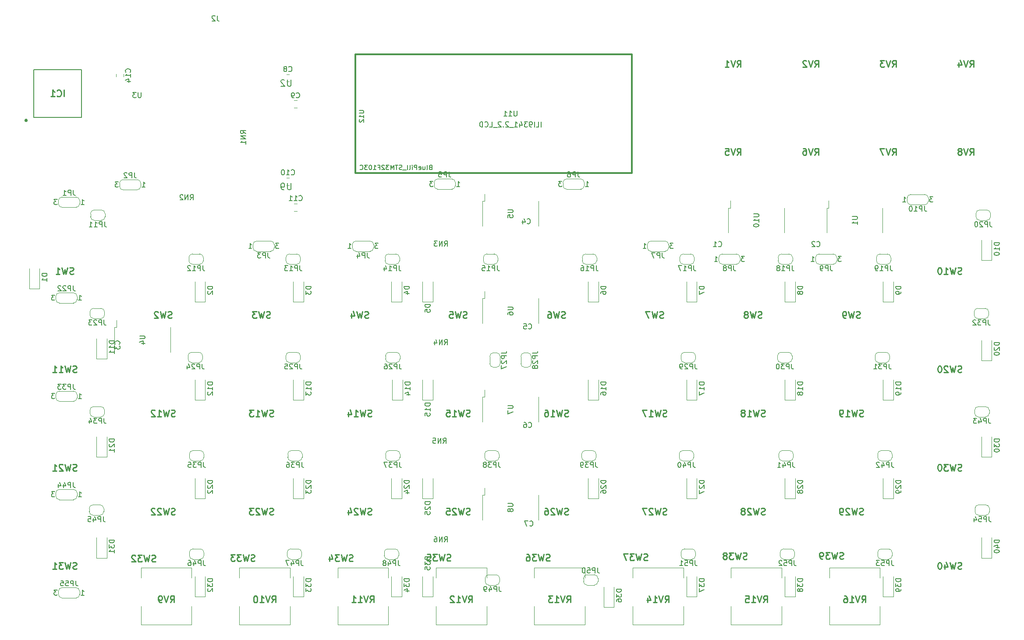
<source format=gbo>
G04 #@! TF.GenerationSoftware,KiCad,Pcbnew,(5.0.0)*
G04 #@! TF.CreationDate,2018-11-03T08:25:57+09:00*
G04 #@! TF.ProjectId,techinup_if,74656368696E75705F69662E6B696361,rev?*
G04 #@! TF.SameCoordinates,Original*
G04 #@! TF.FileFunction,Legend,Bot*
G04 #@! TF.FilePolarity,Positive*
%FSLAX46Y46*%
G04 Gerber Fmt 4.6, Leading zero omitted, Abs format (unit mm)*
G04 Created by KiCad (PCBNEW (5.0.0)) date 11/03/18 08:25:57*
%MOMM*%
%LPD*%
G01*
G04 APERTURE LIST*
%ADD10C,0.120000*%
%ADD11C,0.254000*%
%ADD12C,0.200000*%
%ADD13C,0.304800*%
%ADD14C,0.100000*%
%ADD15C,0.150000*%
G04 APERTURE END LIST*
D10*
G04 #@! TO.C,C8*
X82713748Y-71290000D02*
X83236252Y-71290000D01*
X82713748Y-72710000D02*
X83236252Y-72710000D01*
G04 #@! TO.C,C9*
X84213748Y-76290000D02*
X84736252Y-76290000D01*
X84213748Y-77710000D02*
X84736252Y-77710000D01*
G04 #@! TO.C,C10*
X82713748Y-91290000D02*
X83236252Y-91290000D01*
X82713748Y-92710000D02*
X83236252Y-92710000D01*
G04 #@! TO.C,C11*
X84213748Y-96290000D02*
X84736252Y-96290000D01*
X84213748Y-97710000D02*
X84736252Y-97710000D01*
G04 #@! TO.C,C14*
X49790000Y-71761252D02*
X49790000Y-71238748D01*
X51210000Y-71761252D02*
X51210000Y-71238748D01*
G04 #@! TO.C,D1*
X35000000Y-112750000D02*
X35000000Y-108850000D01*
X33000000Y-112750000D02*
X33000000Y-108850000D01*
X35000000Y-112750000D02*
X33000000Y-112750000D01*
G04 #@! TO.C,D2*
X67000000Y-115250000D02*
X67000000Y-111350000D01*
X65000000Y-115250000D02*
X65000000Y-111350000D01*
X67000000Y-115250000D02*
X65000000Y-115250000D01*
G04 #@! TO.C,D3*
X86000000Y-115250000D02*
X86000000Y-111350000D01*
X84000000Y-115250000D02*
X84000000Y-111350000D01*
X86000000Y-115250000D02*
X84000000Y-115250000D01*
G04 #@! TO.C,D4*
X105000000Y-115250000D02*
X105000000Y-111350000D01*
X103000000Y-115250000D02*
X103000000Y-111350000D01*
X105000000Y-115250000D02*
X103000000Y-115250000D01*
G04 #@! TO.C,D5*
X111000000Y-115250000D02*
X111000000Y-111350000D01*
X109000000Y-115250000D02*
X109000000Y-111350000D01*
X111000000Y-115250000D02*
X109000000Y-115250000D01*
G04 #@! TO.C,D6*
X143000000Y-115250000D02*
X143000000Y-111350000D01*
X141000000Y-115250000D02*
X141000000Y-111350000D01*
X143000000Y-115250000D02*
X141000000Y-115250000D01*
G04 #@! TO.C,D7*
X162000000Y-115250000D02*
X162000000Y-111350000D01*
X160000000Y-115250000D02*
X160000000Y-111350000D01*
X162000000Y-115250000D02*
X160000000Y-115250000D01*
G04 #@! TO.C,D8*
X181000000Y-115250000D02*
X181000000Y-111350000D01*
X179000000Y-115250000D02*
X179000000Y-111350000D01*
X181000000Y-115250000D02*
X179000000Y-115250000D01*
G04 #@! TO.C,D9*
X200000000Y-115250000D02*
X200000000Y-111350000D01*
X198000000Y-115250000D02*
X198000000Y-111350000D01*
X200000000Y-115250000D02*
X198000000Y-115250000D01*
G04 #@! TO.C,D10*
X219000000Y-107250000D02*
X219000000Y-103350000D01*
X217000000Y-107250000D02*
X217000000Y-103350000D01*
X219000000Y-107250000D02*
X217000000Y-107250000D01*
G04 #@! TO.C,D11*
X48000000Y-126250000D02*
X48000000Y-122350000D01*
X46000000Y-126250000D02*
X46000000Y-122350000D01*
X48000000Y-126250000D02*
X46000000Y-126250000D01*
G04 #@! TO.C,D12*
X67000000Y-134250000D02*
X67000000Y-130350000D01*
X65000000Y-134250000D02*
X65000000Y-130350000D01*
X67000000Y-134250000D02*
X65000000Y-134250000D01*
G04 #@! TO.C,D13*
X86000000Y-134250000D02*
X86000000Y-130350000D01*
X84000000Y-134250000D02*
X84000000Y-130350000D01*
X86000000Y-134250000D02*
X84000000Y-134250000D01*
G04 #@! TO.C,D14*
X105168000Y-134250000D02*
X105168000Y-130350000D01*
X103168000Y-134250000D02*
X103168000Y-130350000D01*
X105168000Y-134250000D02*
X103168000Y-134250000D01*
G04 #@! TO.C,D15*
X111000000Y-134250000D02*
X111000000Y-130350000D01*
X109000000Y-134250000D02*
X109000000Y-130350000D01*
X111000000Y-134250000D02*
X109000000Y-134250000D01*
G04 #@! TO.C,D16*
X143000000Y-134250000D02*
X143000000Y-130350000D01*
X141000000Y-134250000D02*
X141000000Y-130350000D01*
X143000000Y-134250000D02*
X141000000Y-134250000D01*
G04 #@! TO.C,D17*
X162000000Y-134250000D02*
X162000000Y-130350000D01*
X160000000Y-134250000D02*
X160000000Y-130350000D01*
X162000000Y-134250000D02*
X160000000Y-134250000D01*
G04 #@! TO.C,D18*
X181000000Y-134250000D02*
X181000000Y-130350000D01*
X179000000Y-134250000D02*
X179000000Y-130350000D01*
X181000000Y-134250000D02*
X179000000Y-134250000D01*
G04 #@! TO.C,D19*
X200000000Y-134250000D02*
X200000000Y-130350000D01*
X198000000Y-134250000D02*
X198000000Y-130350000D01*
X200000000Y-134250000D02*
X198000000Y-134250000D01*
G04 #@! TO.C,D20*
X219000000Y-126575000D02*
X219000000Y-122675000D01*
X217000000Y-126575000D02*
X217000000Y-122675000D01*
X219000000Y-126575000D02*
X217000000Y-126575000D01*
G04 #@! TO.C,D21*
X48000000Y-145250000D02*
X48000000Y-141350000D01*
X46000000Y-145250000D02*
X46000000Y-141350000D01*
X48000000Y-145250000D02*
X46000000Y-145250000D01*
G04 #@! TO.C,D22*
X67000000Y-153250000D02*
X67000000Y-149350000D01*
X65000000Y-153250000D02*
X65000000Y-149350000D01*
X67000000Y-153250000D02*
X65000000Y-153250000D01*
G04 #@! TO.C,D23*
X86000000Y-153250000D02*
X86000000Y-149350000D01*
X84000000Y-153250000D02*
X84000000Y-149350000D01*
X86000000Y-153250000D02*
X84000000Y-153250000D01*
G04 #@! TO.C,D24*
X105000000Y-153250000D02*
X105000000Y-149350000D01*
X103000000Y-153250000D02*
X103000000Y-149350000D01*
X105000000Y-153250000D02*
X103000000Y-153250000D01*
G04 #@! TO.C,D25*
X111000000Y-153250000D02*
X111000000Y-149350000D01*
X109000000Y-153250000D02*
X109000000Y-149350000D01*
X111000000Y-153250000D02*
X109000000Y-153250000D01*
G04 #@! TO.C,D26*
X143000000Y-153250000D02*
X143000000Y-149350000D01*
X141000000Y-153250000D02*
X141000000Y-149350000D01*
X143000000Y-153250000D02*
X141000000Y-153250000D01*
G04 #@! TO.C,D27*
X162000000Y-153250000D02*
X162000000Y-149350000D01*
X160000000Y-153250000D02*
X160000000Y-149350000D01*
X162000000Y-153250000D02*
X160000000Y-153250000D01*
G04 #@! TO.C,D28*
X181000000Y-153250000D02*
X181000000Y-149350000D01*
X179000000Y-153250000D02*
X179000000Y-149350000D01*
X181000000Y-153250000D02*
X179000000Y-153250000D01*
G04 #@! TO.C,D29*
X200000000Y-153250000D02*
X200000000Y-149350000D01*
X198000000Y-153250000D02*
X198000000Y-149350000D01*
X200000000Y-153250000D02*
X198000000Y-153250000D01*
G04 #@! TO.C,D30*
X219000000Y-145250000D02*
X219000000Y-141350000D01*
X217000000Y-145250000D02*
X217000000Y-141350000D01*
X219000000Y-145250000D02*
X217000000Y-145250000D01*
G04 #@! TO.C,D31*
X48000000Y-164750000D02*
X48000000Y-160850000D01*
X46000000Y-164750000D02*
X46000000Y-160850000D01*
X48000000Y-164750000D02*
X46000000Y-164750000D01*
G04 #@! TO.C,D32*
X67000000Y-172250000D02*
X67000000Y-168350000D01*
X65000000Y-172250000D02*
X65000000Y-168350000D01*
X67000000Y-172250000D02*
X65000000Y-172250000D01*
G04 #@! TO.C,D33*
X86000000Y-172250000D02*
X86000000Y-168350000D01*
X84000000Y-172250000D02*
X84000000Y-168350000D01*
X86000000Y-172250000D02*
X84000000Y-172250000D01*
G04 #@! TO.C,D34*
X105000000Y-172250000D02*
X105000000Y-168350000D01*
X103000000Y-172250000D02*
X103000000Y-168350000D01*
X105000000Y-172250000D02*
X103000000Y-172250000D01*
G04 #@! TO.C,D35*
X111000000Y-172250000D02*
X111000000Y-168350000D01*
X109000000Y-172250000D02*
X109000000Y-168350000D01*
X111000000Y-172250000D02*
X109000000Y-172250000D01*
G04 #@! TO.C,D36*
X146000000Y-174250000D02*
X146000000Y-170350000D01*
X144000000Y-174250000D02*
X144000000Y-170350000D01*
X146000000Y-174250000D02*
X144000000Y-174250000D01*
G04 #@! TO.C,D37*
X162000000Y-172250000D02*
X162000000Y-168350000D01*
X160000000Y-172250000D02*
X160000000Y-168350000D01*
X162000000Y-172250000D02*
X160000000Y-172250000D01*
G04 #@! TO.C,D38*
X181000000Y-172250000D02*
X181000000Y-168350000D01*
X179000000Y-172250000D02*
X179000000Y-168350000D01*
X181000000Y-172250000D02*
X179000000Y-172250000D01*
G04 #@! TO.C,D39*
X200000000Y-172250000D02*
X200000000Y-168350000D01*
X198000000Y-172250000D02*
X198000000Y-168350000D01*
X200000000Y-172250000D02*
X198000000Y-172250000D01*
G04 #@! TO.C,D40*
X219000000Y-164750000D02*
X219000000Y-160850000D01*
X217000000Y-164750000D02*
X217000000Y-160850000D01*
X219000000Y-164750000D02*
X217000000Y-164750000D01*
D11*
G04 #@! TO.C,IC1*
X32600000Y-80200000D02*
G75*
G03X32600000Y-80200000I-200000J0D01*
G01*
D12*
X33850000Y-70350000D02*
X33850000Y-79650000D01*
X43150000Y-70350000D02*
X33850000Y-70350000D01*
X43150000Y-79650000D02*
X43150000Y-70350000D01*
X33850000Y-79650000D02*
X43150000Y-79650000D01*
D10*
G04 #@! TO.C,JP1*
X42750000Y-95700000D02*
G75*
G03X42050000Y-95000000I-700000J0D01*
G01*
X42050000Y-97000000D02*
G75*
G03X42750000Y-96300000I0J700000D01*
G01*
X38650000Y-96300000D02*
G75*
G03X39350000Y-97000000I700000J0D01*
G01*
X39350000Y-95000000D02*
G75*
G03X38650000Y-95700000I0J-700000D01*
G01*
X42100000Y-95000000D02*
X39300000Y-95000000D01*
X38650000Y-95700000D02*
X38650000Y-96300000D01*
X39300000Y-97000000D02*
X42100000Y-97000000D01*
X42750000Y-96300000D02*
X42750000Y-95700000D01*
G04 #@! TO.C,JP2*
X54550000Y-92324000D02*
G75*
G03X53850000Y-91624000I-700000J0D01*
G01*
X53850000Y-93624000D02*
G75*
G03X54550000Y-92924000I0J700000D01*
G01*
X50450000Y-92924000D02*
G75*
G03X51150000Y-93624000I700000J0D01*
G01*
X51150000Y-91624000D02*
G75*
G03X50450000Y-92324000I0J-700000D01*
G01*
X53900000Y-91624000D02*
X51100000Y-91624000D01*
X50450000Y-92324000D02*
X50450000Y-92924000D01*
X51100000Y-93624000D02*
X53900000Y-93624000D01*
X54550000Y-92924000D02*
X54550000Y-92324000D01*
G04 #@! TO.C,JP3*
X76250000Y-104800000D02*
G75*
G03X76950000Y-105500000I700000J0D01*
G01*
X76950000Y-103500000D02*
G75*
G03X76250000Y-104200000I0J-700000D01*
G01*
X80350000Y-104200000D02*
G75*
G03X79650000Y-103500000I-700000J0D01*
G01*
X79650000Y-105500000D02*
G75*
G03X80350000Y-104800000I0J700000D01*
G01*
X76900000Y-105500000D02*
X79700000Y-105500000D01*
X80350000Y-104800000D02*
X80350000Y-104200000D01*
X79700000Y-103500000D02*
X76900000Y-103500000D01*
X76250000Y-104200000D02*
X76250000Y-104800000D01*
G04 #@! TO.C,JP4*
X95450000Y-104800000D02*
G75*
G03X96150000Y-105500000I700000J0D01*
G01*
X96150000Y-103500000D02*
G75*
G03X95450000Y-104200000I0J-700000D01*
G01*
X99550000Y-104200000D02*
G75*
G03X98850000Y-103500000I-700000J0D01*
G01*
X98850000Y-105500000D02*
G75*
G03X99550000Y-104800000I0J700000D01*
G01*
X96100000Y-105500000D02*
X98900000Y-105500000D01*
X99550000Y-104800000D02*
X99550000Y-104200000D01*
X98900000Y-103500000D02*
X96100000Y-103500000D01*
X95450000Y-104200000D02*
X95450000Y-104800000D01*
G04 #@! TO.C,JP5*
X115350000Y-92200000D02*
G75*
G03X114650000Y-91500000I-700000J0D01*
G01*
X114650000Y-93500000D02*
G75*
G03X115350000Y-92800000I0J700000D01*
G01*
X111250000Y-92800000D02*
G75*
G03X111950000Y-93500000I700000J0D01*
G01*
X111950000Y-91500000D02*
G75*
G03X111250000Y-92200000I0J-700000D01*
G01*
X114700000Y-91500000D02*
X111900000Y-91500000D01*
X111250000Y-92200000D02*
X111250000Y-92800000D01*
X111900000Y-93500000D02*
X114700000Y-93500000D01*
X115350000Y-92800000D02*
X115350000Y-92200000D01*
G04 #@! TO.C,JP6*
X140250000Y-92200000D02*
G75*
G03X139550000Y-91500000I-700000J0D01*
G01*
X139550000Y-93500000D02*
G75*
G03X140250000Y-92800000I0J700000D01*
G01*
X136150000Y-92800000D02*
G75*
G03X136850000Y-93500000I700000J0D01*
G01*
X136850000Y-91500000D02*
G75*
G03X136150000Y-92200000I0J-700000D01*
G01*
X139600000Y-91500000D02*
X136800000Y-91500000D01*
X136150000Y-92200000D02*
X136150000Y-92800000D01*
X136800000Y-93500000D02*
X139600000Y-93500000D01*
X140250000Y-92800000D02*
X140250000Y-92200000D01*
G04 #@! TO.C,JP7*
X152450000Y-104800000D02*
G75*
G03X153150000Y-105500000I700000J0D01*
G01*
X153150000Y-103500000D02*
G75*
G03X152450000Y-104200000I0J-700000D01*
G01*
X156550000Y-104200000D02*
G75*
G03X155850000Y-103500000I-700000J0D01*
G01*
X155850000Y-105500000D02*
G75*
G03X156550000Y-104800000I0J700000D01*
G01*
X153100000Y-105500000D02*
X155900000Y-105500000D01*
X156550000Y-104800000D02*
X156550000Y-104200000D01*
X155900000Y-103500000D02*
X153100000Y-103500000D01*
X152450000Y-104200000D02*
X152450000Y-104800000D01*
G04 #@! TO.C,JP8*
X166250000Y-107300000D02*
G75*
G03X166950000Y-108000000I700000J0D01*
G01*
X166950000Y-106000000D02*
G75*
G03X166250000Y-106700000I0J-700000D01*
G01*
X170350000Y-106700000D02*
G75*
G03X169650000Y-106000000I-700000J0D01*
G01*
X169650000Y-108000000D02*
G75*
G03X170350000Y-107300000I0J700000D01*
G01*
X166900000Y-108000000D02*
X169700000Y-108000000D01*
X170350000Y-107300000D02*
X170350000Y-106700000D01*
X169700000Y-106000000D02*
X166900000Y-106000000D01*
X166250000Y-106700000D02*
X166250000Y-107300000D01*
G04 #@! TO.C,JP9*
X184950000Y-107300000D02*
G75*
G03X185650000Y-108000000I700000J0D01*
G01*
X185650000Y-106000000D02*
G75*
G03X184950000Y-106700000I0J-700000D01*
G01*
X189050000Y-106700000D02*
G75*
G03X188350000Y-106000000I-700000J0D01*
G01*
X188350000Y-108000000D02*
G75*
G03X189050000Y-107300000I0J700000D01*
G01*
X185600000Y-108000000D02*
X188400000Y-108000000D01*
X189050000Y-107300000D02*
X189050000Y-106700000D01*
X188400000Y-106000000D02*
X185600000Y-106000000D01*
X184950000Y-106700000D02*
X184950000Y-107300000D01*
G04 #@! TO.C,JP10*
X202650000Y-95800000D02*
G75*
G03X203350000Y-96500000I700000J0D01*
G01*
X203350000Y-94500000D02*
G75*
G03X202650000Y-95200000I0J-700000D01*
G01*
X206750000Y-95200000D02*
G75*
G03X206050000Y-94500000I-700000J0D01*
G01*
X206050000Y-96500000D02*
G75*
G03X206750000Y-95800000I0J700000D01*
G01*
X203300000Y-96500000D02*
X206100000Y-96500000D01*
X206750000Y-95800000D02*
X206750000Y-95200000D01*
X206100000Y-94500000D02*
X203300000Y-94500000D01*
X202650000Y-95200000D02*
X202650000Y-95800000D01*
G04 #@! TO.C,JP11*
X45550000Y-99500000D02*
X46950000Y-99500000D01*
X47650000Y-98800000D02*
X47650000Y-98200000D01*
X46950000Y-97500000D02*
X45550000Y-97500000D01*
X44850000Y-98200000D02*
X44850000Y-98800000D01*
X44850000Y-98800000D02*
G75*
G03X45550000Y-99500000I700000J0D01*
G01*
X45550000Y-97500000D02*
G75*
G03X44850000Y-98200000I0J-700000D01*
G01*
X47650000Y-98200000D02*
G75*
G03X46950000Y-97500000I-700000J0D01*
G01*
X46950000Y-99500000D02*
G75*
G03X47650000Y-98800000I0J700000D01*
G01*
G04 #@! TO.C,JP12*
X64550000Y-108000000D02*
X65950000Y-108000000D01*
X66650000Y-107300000D02*
X66650000Y-106700000D01*
X65950000Y-106000000D02*
X64550000Y-106000000D01*
X63850000Y-106700000D02*
X63850000Y-107300000D01*
X63850000Y-107300000D02*
G75*
G03X64550000Y-108000000I700000J0D01*
G01*
X64550000Y-106000000D02*
G75*
G03X63850000Y-106700000I0J-700000D01*
G01*
X66650000Y-106700000D02*
G75*
G03X65950000Y-106000000I-700000J0D01*
G01*
X65950000Y-108000000D02*
G75*
G03X66650000Y-107300000I0J700000D01*
G01*
G04 #@! TO.C,JP13*
X83300000Y-108000000D02*
X84700000Y-108000000D01*
X85400000Y-107300000D02*
X85400000Y-106700000D01*
X84700000Y-106000000D02*
X83300000Y-106000000D01*
X82600000Y-106700000D02*
X82600000Y-107300000D01*
X82600000Y-107300000D02*
G75*
G03X83300000Y-108000000I700000J0D01*
G01*
X83300000Y-106000000D02*
G75*
G03X82600000Y-106700000I0J-700000D01*
G01*
X85400000Y-106700000D02*
G75*
G03X84700000Y-106000000I-700000J0D01*
G01*
X84700000Y-108000000D02*
G75*
G03X85400000Y-107300000I0J700000D01*
G01*
G04 #@! TO.C,JP14*
X102450000Y-108000000D02*
X103850000Y-108000000D01*
X104550000Y-107300000D02*
X104550000Y-106700000D01*
X103850000Y-106000000D02*
X102450000Y-106000000D01*
X101750000Y-106700000D02*
X101750000Y-107300000D01*
X101750000Y-107300000D02*
G75*
G03X102450000Y-108000000I700000J0D01*
G01*
X102450000Y-106000000D02*
G75*
G03X101750000Y-106700000I0J-700000D01*
G01*
X104550000Y-106700000D02*
G75*
G03X103850000Y-106000000I-700000J0D01*
G01*
X103850000Y-108000000D02*
G75*
G03X104550000Y-107300000I0J700000D01*
G01*
G04 #@! TO.C,JP15*
X121450000Y-108000000D02*
X122850000Y-108000000D01*
X123550000Y-107300000D02*
X123550000Y-106700000D01*
X122850000Y-106000000D02*
X121450000Y-106000000D01*
X120750000Y-106700000D02*
X120750000Y-107300000D01*
X120750000Y-107300000D02*
G75*
G03X121450000Y-108000000I700000J0D01*
G01*
X121450000Y-106000000D02*
G75*
G03X120750000Y-106700000I0J-700000D01*
G01*
X123550000Y-106700000D02*
G75*
G03X122850000Y-106000000I-700000J0D01*
G01*
X122850000Y-108000000D02*
G75*
G03X123550000Y-107300000I0J700000D01*
G01*
G04 #@! TO.C,JP16*
X140550000Y-108000000D02*
X141950000Y-108000000D01*
X142650000Y-107300000D02*
X142650000Y-106700000D01*
X141950000Y-106000000D02*
X140550000Y-106000000D01*
X139850000Y-106700000D02*
X139850000Y-107300000D01*
X139850000Y-107300000D02*
G75*
G03X140550000Y-108000000I700000J0D01*
G01*
X140550000Y-106000000D02*
G75*
G03X139850000Y-106700000I0J-700000D01*
G01*
X142650000Y-106700000D02*
G75*
G03X141950000Y-106000000I-700000J0D01*
G01*
X141950000Y-108000000D02*
G75*
G03X142650000Y-107300000I0J700000D01*
G01*
G04 #@! TO.C,JP17*
X159400000Y-108000000D02*
X160800000Y-108000000D01*
X161500000Y-107300000D02*
X161500000Y-106700000D01*
X160800000Y-106000000D02*
X159400000Y-106000000D01*
X158700000Y-106700000D02*
X158700000Y-107300000D01*
X158700000Y-107300000D02*
G75*
G03X159400000Y-108000000I700000J0D01*
G01*
X159400000Y-106000000D02*
G75*
G03X158700000Y-106700000I0J-700000D01*
G01*
X161500000Y-106700000D02*
G75*
G03X160800000Y-106000000I-700000J0D01*
G01*
X160800000Y-108000000D02*
G75*
G03X161500000Y-107300000I0J700000D01*
G01*
G04 #@! TO.C,JP18*
X178400000Y-108000000D02*
X179800000Y-108000000D01*
X180500000Y-107300000D02*
X180500000Y-106700000D01*
X179800000Y-106000000D02*
X178400000Y-106000000D01*
X177700000Y-106700000D02*
X177700000Y-107300000D01*
X177700000Y-107300000D02*
G75*
G03X178400000Y-108000000I700000J0D01*
G01*
X178400000Y-106000000D02*
G75*
G03X177700000Y-106700000I0J-700000D01*
G01*
X180500000Y-106700000D02*
G75*
G03X179800000Y-106000000I-700000J0D01*
G01*
X179800000Y-108000000D02*
G75*
G03X180500000Y-107300000I0J700000D01*
G01*
G04 #@! TO.C,JP19*
X197400000Y-108000000D02*
X198800000Y-108000000D01*
X199500000Y-107300000D02*
X199500000Y-106700000D01*
X198800000Y-106000000D02*
X197400000Y-106000000D01*
X196700000Y-106700000D02*
X196700000Y-107300000D01*
X196700000Y-107300000D02*
G75*
G03X197400000Y-108000000I700000J0D01*
G01*
X197400000Y-106000000D02*
G75*
G03X196700000Y-106700000I0J-700000D01*
G01*
X199500000Y-106700000D02*
G75*
G03X198800000Y-106000000I-700000J0D01*
G01*
X198800000Y-108000000D02*
G75*
G03X199500000Y-107300000I0J700000D01*
G01*
G04 #@! TO.C,JP20*
X216650000Y-99500000D02*
X218050000Y-99500000D01*
X218750000Y-98800000D02*
X218750000Y-98200000D01*
X218050000Y-97500000D02*
X216650000Y-97500000D01*
X215950000Y-98200000D02*
X215950000Y-98800000D01*
X215950000Y-98800000D02*
G75*
G03X216650000Y-99500000I700000J0D01*
G01*
X216650000Y-97500000D02*
G75*
G03X215950000Y-98200000I0J-700000D01*
G01*
X218750000Y-98200000D02*
G75*
G03X218050000Y-97500000I-700000J0D01*
G01*
X218050000Y-99500000D02*
G75*
G03X218750000Y-98800000I0J700000D01*
G01*
G04 #@! TO.C,JP22*
X42250000Y-114200000D02*
G75*
G03X41550000Y-113500000I-700000J0D01*
G01*
X41550000Y-115500000D02*
G75*
G03X42250000Y-114800000I0J700000D01*
G01*
X38150000Y-114800000D02*
G75*
G03X38850000Y-115500000I700000J0D01*
G01*
X38850000Y-113500000D02*
G75*
G03X38150000Y-114200000I0J-700000D01*
G01*
X41600000Y-113500000D02*
X38800000Y-113500000D01*
X38150000Y-114200000D02*
X38150000Y-114800000D01*
X38800000Y-115500000D02*
X41600000Y-115500000D01*
X42250000Y-114800000D02*
X42250000Y-114200000D01*
G04 #@! TO.C,JP23*
X45450000Y-118500000D02*
X46850000Y-118500000D01*
X47550000Y-117800000D02*
X47550000Y-117200000D01*
X46850000Y-116500000D02*
X45450000Y-116500000D01*
X44750000Y-117200000D02*
X44750000Y-117800000D01*
X44750000Y-117800000D02*
G75*
G03X45450000Y-118500000I700000J0D01*
G01*
X45450000Y-116500000D02*
G75*
G03X44750000Y-117200000I0J-700000D01*
G01*
X47550000Y-117200000D02*
G75*
G03X46850000Y-116500000I-700000J0D01*
G01*
X46850000Y-118500000D02*
G75*
G03X47550000Y-117800000I0J700000D01*
G01*
G04 #@! TO.C,JP24*
X64400000Y-127000000D02*
X65800000Y-127000000D01*
X66500000Y-126300000D02*
X66500000Y-125700000D01*
X65800000Y-125000000D02*
X64400000Y-125000000D01*
X63700000Y-125700000D02*
X63700000Y-126300000D01*
X63700000Y-126300000D02*
G75*
G03X64400000Y-127000000I700000J0D01*
G01*
X64400000Y-125000000D02*
G75*
G03X63700000Y-125700000I0J-700000D01*
G01*
X66500000Y-125700000D02*
G75*
G03X65800000Y-125000000I-700000J0D01*
G01*
X65800000Y-127000000D02*
G75*
G03X66500000Y-126300000I0J700000D01*
G01*
G04 #@! TO.C,JP25*
X83300000Y-127000000D02*
X84700000Y-127000000D01*
X85400000Y-126300000D02*
X85400000Y-125700000D01*
X84700000Y-125000000D02*
X83300000Y-125000000D01*
X82600000Y-125700000D02*
X82600000Y-126300000D01*
X82600000Y-126300000D02*
G75*
G03X83300000Y-127000000I700000J0D01*
G01*
X83300000Y-125000000D02*
G75*
G03X82600000Y-125700000I0J-700000D01*
G01*
X85400000Y-125700000D02*
G75*
G03X84700000Y-125000000I-700000J0D01*
G01*
X84700000Y-127000000D02*
G75*
G03X85400000Y-126300000I0J700000D01*
G01*
G04 #@! TO.C,JP26*
X102550000Y-127000000D02*
X103950000Y-127000000D01*
X104650000Y-126300000D02*
X104650000Y-125700000D01*
X103950000Y-125000000D02*
X102550000Y-125000000D01*
X101850000Y-125700000D02*
X101850000Y-126300000D01*
X101850000Y-126300000D02*
G75*
G03X102550000Y-127000000I700000J0D01*
G01*
X102550000Y-125000000D02*
G75*
G03X101850000Y-125700000I0J-700000D01*
G01*
X104650000Y-125700000D02*
G75*
G03X103950000Y-125000000I-700000J0D01*
G01*
X103950000Y-127000000D02*
G75*
G03X104650000Y-126300000I0J700000D01*
G01*
G04 #@! TO.C,JP27*
X124000000Y-127200000D02*
X124000000Y-125800000D01*
X123300000Y-125100000D02*
X122700000Y-125100000D01*
X122000000Y-125800000D02*
X122000000Y-127200000D01*
X122700000Y-127900000D02*
X123300000Y-127900000D01*
X123300000Y-127900000D02*
G75*
G03X124000000Y-127200000I0J700000D01*
G01*
X122000000Y-127200000D02*
G75*
G03X122700000Y-127900000I700000J0D01*
G01*
X122700000Y-125100000D02*
G75*
G03X122000000Y-125800000I0J-700000D01*
G01*
X124000000Y-125800000D02*
G75*
G03X123300000Y-125100000I-700000J0D01*
G01*
G04 #@! TO.C,JP28*
X130000000Y-127200000D02*
X130000000Y-125800000D01*
X129300000Y-125100000D02*
X128700000Y-125100000D01*
X128000000Y-125800000D02*
X128000000Y-127200000D01*
X128700000Y-127900000D02*
X129300000Y-127900000D01*
X129300000Y-127900000D02*
G75*
G03X130000000Y-127200000I0J700000D01*
G01*
X128000000Y-127200000D02*
G75*
G03X128700000Y-127900000I700000J0D01*
G01*
X128700000Y-125100000D02*
G75*
G03X128000000Y-125800000I0J-700000D01*
G01*
X130000000Y-125800000D02*
G75*
G03X129300000Y-125100000I-700000J0D01*
G01*
G04 #@! TO.C,JP29*
X159650000Y-127000000D02*
X161050000Y-127000000D01*
X161750000Y-126300000D02*
X161750000Y-125700000D01*
X161050000Y-125000000D02*
X159650000Y-125000000D01*
X158950000Y-125700000D02*
X158950000Y-126300000D01*
X158950000Y-126300000D02*
G75*
G03X159650000Y-127000000I700000J0D01*
G01*
X159650000Y-125000000D02*
G75*
G03X158950000Y-125700000I0J-700000D01*
G01*
X161750000Y-125700000D02*
G75*
G03X161050000Y-125000000I-700000J0D01*
G01*
X161050000Y-127000000D02*
G75*
G03X161750000Y-126300000I0J700000D01*
G01*
G04 #@! TO.C,JP30*
X178300000Y-127000000D02*
X179700000Y-127000000D01*
X180400000Y-126300000D02*
X180400000Y-125700000D01*
X179700000Y-125000000D02*
X178300000Y-125000000D01*
X177600000Y-125700000D02*
X177600000Y-126300000D01*
X177600000Y-126300000D02*
G75*
G03X178300000Y-127000000I700000J0D01*
G01*
X178300000Y-125000000D02*
G75*
G03X177600000Y-125700000I0J-700000D01*
G01*
X180400000Y-125700000D02*
G75*
G03X179700000Y-125000000I-700000J0D01*
G01*
X179700000Y-127000000D02*
G75*
G03X180400000Y-126300000I0J700000D01*
G01*
G04 #@! TO.C,JP31*
X197150000Y-127000000D02*
X198550000Y-127000000D01*
X199250000Y-126300000D02*
X199250000Y-125700000D01*
X198550000Y-125000000D02*
X197150000Y-125000000D01*
X196450000Y-125700000D02*
X196450000Y-126300000D01*
X196450000Y-126300000D02*
G75*
G03X197150000Y-127000000I700000J0D01*
G01*
X197150000Y-125000000D02*
G75*
G03X196450000Y-125700000I0J-700000D01*
G01*
X199250000Y-125700000D02*
G75*
G03X198550000Y-125000000I-700000J0D01*
G01*
X198550000Y-127000000D02*
G75*
G03X199250000Y-126300000I0J700000D01*
G01*
G04 #@! TO.C,JP32*
X216300000Y-118500000D02*
X217700000Y-118500000D01*
X218400000Y-117800000D02*
X218400000Y-117200000D01*
X217700000Y-116500000D02*
X216300000Y-116500000D01*
X215600000Y-117200000D02*
X215600000Y-117800000D01*
X215600000Y-117800000D02*
G75*
G03X216300000Y-118500000I700000J0D01*
G01*
X216300000Y-116500000D02*
G75*
G03X215600000Y-117200000I0J-700000D01*
G01*
X218400000Y-117200000D02*
G75*
G03X217700000Y-116500000I-700000J0D01*
G01*
X217700000Y-118500000D02*
G75*
G03X218400000Y-117800000I0J700000D01*
G01*
G04 #@! TO.C,JP33*
X42250000Y-133200000D02*
G75*
G03X41550000Y-132500000I-700000J0D01*
G01*
X41550000Y-134500000D02*
G75*
G03X42250000Y-133800000I0J700000D01*
G01*
X38150000Y-133800000D02*
G75*
G03X38850000Y-134500000I700000J0D01*
G01*
X38850000Y-132500000D02*
G75*
G03X38150000Y-133200000I0J-700000D01*
G01*
X41600000Y-132500000D02*
X38800000Y-132500000D01*
X38150000Y-133200000D02*
X38150000Y-133800000D01*
X38800000Y-134500000D02*
X41600000Y-134500000D01*
X42250000Y-133800000D02*
X42250000Y-133200000D01*
G04 #@! TO.C,JP34*
X45450000Y-137500000D02*
X46850000Y-137500000D01*
X47550000Y-136800000D02*
X47550000Y-136200000D01*
X46850000Y-135500000D02*
X45450000Y-135500000D01*
X44750000Y-136200000D02*
X44750000Y-136800000D01*
X44750000Y-136800000D02*
G75*
G03X45450000Y-137500000I700000J0D01*
G01*
X45450000Y-135500000D02*
G75*
G03X44750000Y-136200000I0J-700000D01*
G01*
X47550000Y-136200000D02*
G75*
G03X46850000Y-135500000I-700000J0D01*
G01*
X46850000Y-137500000D02*
G75*
G03X47550000Y-136800000I0J700000D01*
G01*
G04 #@! TO.C,JP35*
X64650000Y-146000000D02*
X66050000Y-146000000D01*
X66750000Y-145300000D02*
X66750000Y-144700000D01*
X66050000Y-144000000D02*
X64650000Y-144000000D01*
X63950000Y-144700000D02*
X63950000Y-145300000D01*
X63950000Y-145300000D02*
G75*
G03X64650000Y-146000000I700000J0D01*
G01*
X64650000Y-144000000D02*
G75*
G03X63950000Y-144700000I0J-700000D01*
G01*
X66750000Y-144700000D02*
G75*
G03X66050000Y-144000000I-700000J0D01*
G01*
X66050000Y-146000000D02*
G75*
G03X66750000Y-145300000I0J700000D01*
G01*
G04 #@! TO.C,JP36*
X83650000Y-146000000D02*
X85050000Y-146000000D01*
X85750000Y-145300000D02*
X85750000Y-144700000D01*
X85050000Y-144000000D02*
X83650000Y-144000000D01*
X82950000Y-144700000D02*
X82950000Y-145300000D01*
X82950000Y-145300000D02*
G75*
G03X83650000Y-146000000I700000J0D01*
G01*
X83650000Y-144000000D02*
G75*
G03X82950000Y-144700000I0J-700000D01*
G01*
X85750000Y-144700000D02*
G75*
G03X85050000Y-144000000I-700000J0D01*
G01*
X85050000Y-146000000D02*
G75*
G03X85750000Y-145300000I0J700000D01*
G01*
G04 #@! TO.C,JP37*
X102550000Y-146000000D02*
X103950000Y-146000000D01*
X104650000Y-145300000D02*
X104650000Y-144700000D01*
X103950000Y-144000000D02*
X102550000Y-144000000D01*
X101850000Y-144700000D02*
X101850000Y-145300000D01*
X101850000Y-145300000D02*
G75*
G03X102550000Y-146000000I700000J0D01*
G01*
X102550000Y-144000000D02*
G75*
G03X101850000Y-144700000I0J-700000D01*
G01*
X104650000Y-144700000D02*
G75*
G03X103950000Y-144000000I-700000J0D01*
G01*
X103950000Y-146000000D02*
G75*
G03X104650000Y-145300000I0J700000D01*
G01*
G04 #@! TO.C,JP38*
X121700000Y-146000000D02*
X123100000Y-146000000D01*
X123800000Y-145300000D02*
X123800000Y-144700000D01*
X123100000Y-144000000D02*
X121700000Y-144000000D01*
X121000000Y-144700000D02*
X121000000Y-145300000D01*
X121000000Y-145300000D02*
G75*
G03X121700000Y-146000000I700000J0D01*
G01*
X121700000Y-144000000D02*
G75*
G03X121000000Y-144700000I0J-700000D01*
G01*
X123800000Y-144700000D02*
G75*
G03X123100000Y-144000000I-700000J0D01*
G01*
X123100000Y-146000000D02*
G75*
G03X123800000Y-145300000I0J700000D01*
G01*
G04 #@! TO.C,JP39*
X140450000Y-146000000D02*
X141850000Y-146000000D01*
X142550000Y-145300000D02*
X142550000Y-144700000D01*
X141850000Y-144000000D02*
X140450000Y-144000000D01*
X139750000Y-144700000D02*
X139750000Y-145300000D01*
X139750000Y-145300000D02*
G75*
G03X140450000Y-146000000I700000J0D01*
G01*
X140450000Y-144000000D02*
G75*
G03X139750000Y-144700000I0J-700000D01*
G01*
X142550000Y-144700000D02*
G75*
G03X141850000Y-144000000I-700000J0D01*
G01*
X141850000Y-146000000D02*
G75*
G03X142550000Y-145300000I0J700000D01*
G01*
G04 #@! TO.C,JP40*
X159300000Y-146000000D02*
X160700000Y-146000000D01*
X161400000Y-145300000D02*
X161400000Y-144700000D01*
X160700000Y-144000000D02*
X159300000Y-144000000D01*
X158600000Y-144700000D02*
X158600000Y-145300000D01*
X158600000Y-145300000D02*
G75*
G03X159300000Y-146000000I700000J0D01*
G01*
X159300000Y-144000000D02*
G75*
G03X158600000Y-144700000I0J-700000D01*
G01*
X161400000Y-144700000D02*
G75*
G03X160700000Y-144000000I-700000J0D01*
G01*
X160700000Y-146000000D02*
G75*
G03X161400000Y-145300000I0J700000D01*
G01*
G04 #@! TO.C,JP41*
X178550000Y-146000000D02*
X179950000Y-146000000D01*
X180650000Y-145300000D02*
X180650000Y-144700000D01*
X179950000Y-144000000D02*
X178550000Y-144000000D01*
X177850000Y-144700000D02*
X177850000Y-145300000D01*
X177850000Y-145300000D02*
G75*
G03X178550000Y-146000000I700000J0D01*
G01*
X178550000Y-144000000D02*
G75*
G03X177850000Y-144700000I0J-700000D01*
G01*
X180650000Y-144700000D02*
G75*
G03X179950000Y-144000000I-700000J0D01*
G01*
X179950000Y-146000000D02*
G75*
G03X180650000Y-145300000I0J700000D01*
G01*
G04 #@! TO.C,JP42*
X197650000Y-146000000D02*
X199050000Y-146000000D01*
X199750000Y-145300000D02*
X199750000Y-144700000D01*
X199050000Y-144000000D02*
X197650000Y-144000000D01*
X196950000Y-144700000D02*
X196950000Y-145300000D01*
X196950000Y-145300000D02*
G75*
G03X197650000Y-146000000I700000J0D01*
G01*
X197650000Y-144000000D02*
G75*
G03X196950000Y-144700000I0J-700000D01*
G01*
X199750000Y-144700000D02*
G75*
G03X199050000Y-144000000I-700000J0D01*
G01*
X199050000Y-146000000D02*
G75*
G03X199750000Y-145300000I0J700000D01*
G01*
G04 #@! TO.C,JP43*
X216400000Y-137500000D02*
X217800000Y-137500000D01*
X218500000Y-136800000D02*
X218500000Y-136200000D01*
X217800000Y-135500000D02*
X216400000Y-135500000D01*
X215700000Y-136200000D02*
X215700000Y-136800000D01*
X215700000Y-136800000D02*
G75*
G03X216400000Y-137500000I700000J0D01*
G01*
X216400000Y-135500000D02*
G75*
G03X215700000Y-136200000I0J-700000D01*
G01*
X218500000Y-136200000D02*
G75*
G03X217800000Y-135500000I-700000J0D01*
G01*
X217800000Y-137500000D02*
G75*
G03X218500000Y-136800000I0J700000D01*
G01*
G04 #@! TO.C,JP44*
X42250000Y-152200000D02*
G75*
G03X41550000Y-151500000I-700000J0D01*
G01*
X41550000Y-153500000D02*
G75*
G03X42250000Y-152800000I0J700000D01*
G01*
X38150000Y-152800000D02*
G75*
G03X38850000Y-153500000I700000J0D01*
G01*
X38850000Y-151500000D02*
G75*
G03X38150000Y-152200000I0J-700000D01*
G01*
X41600000Y-151500000D02*
X38800000Y-151500000D01*
X38150000Y-152200000D02*
X38150000Y-152800000D01*
X38800000Y-153500000D02*
X41600000Y-153500000D01*
X42250000Y-152800000D02*
X42250000Y-152200000D01*
G04 #@! TO.C,JP45*
X45300000Y-156500000D02*
X46700000Y-156500000D01*
X47400000Y-155800000D02*
X47400000Y-155200000D01*
X46700000Y-154500000D02*
X45300000Y-154500000D01*
X44600000Y-155200000D02*
X44600000Y-155800000D01*
X44600000Y-155800000D02*
G75*
G03X45300000Y-156500000I700000J0D01*
G01*
X45300000Y-154500000D02*
G75*
G03X44600000Y-155200000I0J-700000D01*
G01*
X47400000Y-155200000D02*
G75*
G03X46700000Y-154500000I-700000J0D01*
G01*
X46700000Y-156500000D02*
G75*
G03X47400000Y-155800000I0J700000D01*
G01*
G04 #@! TO.C,JP46*
X64650000Y-165000000D02*
X66050000Y-165000000D01*
X66750000Y-164300000D02*
X66750000Y-163700000D01*
X66050000Y-163000000D02*
X64650000Y-163000000D01*
X63950000Y-163700000D02*
X63950000Y-164300000D01*
X63950000Y-164300000D02*
G75*
G03X64650000Y-165000000I700000J0D01*
G01*
X64650000Y-163000000D02*
G75*
G03X63950000Y-163700000I0J-700000D01*
G01*
X66750000Y-163700000D02*
G75*
G03X66050000Y-163000000I-700000J0D01*
G01*
X66050000Y-165000000D02*
G75*
G03X66750000Y-164300000I0J700000D01*
G01*
G04 #@! TO.C,JP47*
X83550000Y-165000000D02*
X84950000Y-165000000D01*
X85650000Y-164300000D02*
X85650000Y-163700000D01*
X84950000Y-163000000D02*
X83550000Y-163000000D01*
X82850000Y-163700000D02*
X82850000Y-164300000D01*
X82850000Y-164300000D02*
G75*
G03X83550000Y-165000000I700000J0D01*
G01*
X83550000Y-163000000D02*
G75*
G03X82850000Y-163700000I0J-700000D01*
G01*
X85650000Y-163700000D02*
G75*
G03X84950000Y-163000000I-700000J0D01*
G01*
X84950000Y-165000000D02*
G75*
G03X85650000Y-164300000I0J700000D01*
G01*
G04 #@! TO.C,JP48*
X102300000Y-165000000D02*
X103700000Y-165000000D01*
X104400000Y-164300000D02*
X104400000Y-163700000D01*
X103700000Y-163000000D02*
X102300000Y-163000000D01*
X101600000Y-163700000D02*
X101600000Y-164300000D01*
X101600000Y-164300000D02*
G75*
G03X102300000Y-165000000I700000J0D01*
G01*
X102300000Y-163000000D02*
G75*
G03X101600000Y-163700000I0J-700000D01*
G01*
X104400000Y-163700000D02*
G75*
G03X103700000Y-163000000I-700000J0D01*
G01*
X103700000Y-165000000D02*
G75*
G03X104400000Y-164300000I0J700000D01*
G01*
G04 #@! TO.C,JP49*
X121800000Y-170000000D02*
X123200000Y-170000000D01*
X123900000Y-169300000D02*
X123900000Y-168700000D01*
X123200000Y-168000000D02*
X121800000Y-168000000D01*
X121100000Y-168700000D02*
X121100000Y-169300000D01*
X121100000Y-169300000D02*
G75*
G03X121800000Y-170000000I700000J0D01*
G01*
X121800000Y-168000000D02*
G75*
G03X121100000Y-168700000I0J-700000D01*
G01*
X123900000Y-168700000D02*
G75*
G03X123200000Y-168000000I-700000J0D01*
G01*
X123200000Y-170000000D02*
G75*
G03X123900000Y-169300000I0J700000D01*
G01*
G04 #@! TO.C,JP50*
X142200000Y-168000000D02*
X140800000Y-168000000D01*
X140100000Y-168700000D02*
X140100000Y-169300000D01*
X140800000Y-170000000D02*
X142200000Y-170000000D01*
X142900000Y-169300000D02*
X142900000Y-168700000D01*
X142900000Y-168700000D02*
G75*
G03X142200000Y-168000000I-700000J0D01*
G01*
X142200000Y-170000000D02*
G75*
G03X142900000Y-169300000I0J700000D01*
G01*
X140100000Y-169300000D02*
G75*
G03X140800000Y-170000000I700000J0D01*
G01*
X140800000Y-168000000D02*
G75*
G03X140100000Y-168700000I0J-700000D01*
G01*
G04 #@! TO.C,JP51*
X159650000Y-165000000D02*
X161050000Y-165000000D01*
X161750000Y-164300000D02*
X161750000Y-163700000D01*
X161050000Y-163000000D02*
X159650000Y-163000000D01*
X158950000Y-163700000D02*
X158950000Y-164300000D01*
X158950000Y-164300000D02*
G75*
G03X159650000Y-165000000I700000J0D01*
G01*
X159650000Y-163000000D02*
G75*
G03X158950000Y-163700000I0J-700000D01*
G01*
X161750000Y-163700000D02*
G75*
G03X161050000Y-163000000I-700000J0D01*
G01*
X161050000Y-165000000D02*
G75*
G03X161750000Y-164300000I0J700000D01*
G01*
G04 #@! TO.C,JP52*
X178800000Y-165000000D02*
X180200000Y-165000000D01*
X180900000Y-164300000D02*
X180900000Y-163700000D01*
X180200000Y-163000000D02*
X178800000Y-163000000D01*
X178100000Y-163700000D02*
X178100000Y-164300000D01*
X178100000Y-164300000D02*
G75*
G03X178800000Y-165000000I700000J0D01*
G01*
X178800000Y-163000000D02*
G75*
G03X178100000Y-163700000I0J-700000D01*
G01*
X180900000Y-163700000D02*
G75*
G03X180200000Y-163000000I-700000J0D01*
G01*
X180200000Y-165000000D02*
G75*
G03X180900000Y-164300000I0J700000D01*
G01*
G04 #@! TO.C,JP53*
X197650000Y-165000000D02*
X199050000Y-165000000D01*
X199750000Y-164300000D02*
X199750000Y-163700000D01*
X199050000Y-163000000D02*
X197650000Y-163000000D01*
X196950000Y-163700000D02*
X196950000Y-164300000D01*
X196950000Y-164300000D02*
G75*
G03X197650000Y-165000000I700000J0D01*
G01*
X197650000Y-163000000D02*
G75*
G03X196950000Y-163700000I0J-700000D01*
G01*
X199750000Y-163700000D02*
G75*
G03X199050000Y-163000000I-700000J0D01*
G01*
X199050000Y-165000000D02*
G75*
G03X199750000Y-164300000I0J700000D01*
G01*
G04 #@! TO.C,JP54*
X216450000Y-156500000D02*
X217850000Y-156500000D01*
X218550000Y-155800000D02*
X218550000Y-155200000D01*
X217850000Y-154500000D02*
X216450000Y-154500000D01*
X215750000Y-155200000D02*
X215750000Y-155800000D01*
X215750000Y-155800000D02*
G75*
G03X216450000Y-156500000I700000J0D01*
G01*
X216450000Y-154500000D02*
G75*
G03X215750000Y-155200000I0J-700000D01*
G01*
X218550000Y-155200000D02*
G75*
G03X217850000Y-154500000I-700000J0D01*
G01*
X217850000Y-156500000D02*
G75*
G03X218550000Y-155800000I0J700000D01*
G01*
G04 #@! TO.C,JP55*
X42750000Y-171200000D02*
G75*
G03X42050000Y-170500000I-700000J0D01*
G01*
X42050000Y-172500000D02*
G75*
G03X42750000Y-171800000I0J700000D01*
G01*
X38650000Y-171800000D02*
G75*
G03X39350000Y-172500000I700000J0D01*
G01*
X39350000Y-170500000D02*
G75*
G03X38650000Y-171200000I0J-700000D01*
G01*
X42100000Y-170500000D02*
X39300000Y-170500000D01*
X38650000Y-171200000D02*
X38650000Y-171800000D01*
X39300000Y-172500000D02*
X42100000Y-172500000D01*
X42750000Y-171800000D02*
X42750000Y-171200000D01*
D13*
G04 #@! TO.C,U12*
X149430000Y-67408000D02*
X96030000Y-67408000D01*
X96030000Y-67408000D02*
X96030000Y-90408000D01*
X96030000Y-90408000D02*
X149430000Y-90408000D01*
X149430000Y-90408000D02*
X149430000Y-67408000D01*
D14*
G04 #@! TO.C,RV9*
X54600000Y-166625000D02*
X54600000Y-168625000D01*
X64400000Y-166625000D02*
X54600000Y-166625000D01*
X64400000Y-168625000D02*
X64400000Y-166625000D01*
X54600000Y-177625000D02*
X54600000Y-174125000D01*
X64400000Y-177625000D02*
X54600000Y-177625000D01*
X64400000Y-174125000D02*
X64400000Y-177625000D01*
G04 #@! TO.C,RV10*
X73600000Y-166625000D02*
X73600000Y-168625000D01*
X83400000Y-166625000D02*
X73600000Y-166625000D01*
X83400000Y-168625000D02*
X83400000Y-166625000D01*
X73600000Y-177625000D02*
X73600000Y-174125000D01*
X83400000Y-177625000D02*
X73600000Y-177625000D01*
X83400000Y-174125000D02*
X83400000Y-177625000D01*
G04 #@! TO.C,RV11*
X92600000Y-166625000D02*
X92600000Y-168625000D01*
X102400000Y-166625000D02*
X92600000Y-166625000D01*
X102400000Y-168625000D02*
X102400000Y-166625000D01*
X92600000Y-177625000D02*
X92600000Y-174125000D01*
X102400000Y-177625000D02*
X92600000Y-177625000D01*
X102400000Y-174125000D02*
X102400000Y-177625000D01*
G04 #@! TO.C,RV12*
X121400000Y-174125000D02*
X121400000Y-177625000D01*
X121400000Y-177625000D02*
X111600000Y-177625000D01*
X111600000Y-177625000D02*
X111600000Y-174125000D01*
X121400000Y-168625000D02*
X121400000Y-166625000D01*
X121400000Y-166625000D02*
X111600000Y-166625000D01*
X111600000Y-166625000D02*
X111600000Y-168625000D01*
G04 #@! TO.C,RV13*
X140400000Y-174125000D02*
X140400000Y-177625000D01*
X140400000Y-177625000D02*
X130600000Y-177625000D01*
X130600000Y-177625000D02*
X130600000Y-174125000D01*
X140400000Y-168625000D02*
X140400000Y-166625000D01*
X140400000Y-166625000D02*
X130600000Y-166625000D01*
X130600000Y-166625000D02*
X130600000Y-168625000D01*
G04 #@! TO.C,RV14*
X159400000Y-174125000D02*
X159400000Y-177625000D01*
X159400000Y-177625000D02*
X149600000Y-177625000D01*
X149600000Y-177625000D02*
X149600000Y-174125000D01*
X159400000Y-168625000D02*
X159400000Y-166625000D01*
X159400000Y-166625000D02*
X149600000Y-166625000D01*
X149600000Y-166625000D02*
X149600000Y-168625000D01*
G04 #@! TO.C,RV15*
X178400000Y-174125000D02*
X178400000Y-177625000D01*
X178400000Y-177625000D02*
X168600000Y-177625000D01*
X168600000Y-177625000D02*
X168600000Y-174125000D01*
X178400000Y-168625000D02*
X178400000Y-166625000D01*
X178400000Y-166625000D02*
X168600000Y-166625000D01*
X168600000Y-166625000D02*
X168600000Y-168625000D01*
G04 #@! TO.C,RV16*
X187600000Y-166625000D02*
X187600000Y-168625000D01*
X197400000Y-166625000D02*
X187600000Y-166625000D01*
X197400000Y-168625000D02*
X197400000Y-166625000D01*
X187600000Y-177625000D02*
X187600000Y-174125000D01*
X197400000Y-177625000D02*
X187600000Y-177625000D01*
X197400000Y-174125000D02*
X197400000Y-177625000D01*
D10*
G04 #@! TO.C,U1*
X197900000Y-97100000D02*
X197900000Y-101900000D01*
X187100000Y-97100000D02*
X187100000Y-101900000D01*
X187500000Y-97100000D02*
X187500000Y-95700000D01*
X187100000Y-97100000D02*
X187500000Y-97100000D01*
G04 #@! TO.C,U4*
X60292000Y-120196000D02*
X60292000Y-124996000D01*
X49492000Y-120196000D02*
X49492000Y-124996000D01*
X49892000Y-120196000D02*
X49892000Y-118796000D01*
X49492000Y-120196000D02*
X49892000Y-120196000D01*
G04 #@! TO.C,U5*
X120612000Y-95812000D02*
X121012000Y-95812000D01*
X121012000Y-95812000D02*
X121012000Y-94412000D01*
X120612000Y-95812000D02*
X120612000Y-100612000D01*
X131412000Y-95812000D02*
X131412000Y-100612000D01*
G04 #@! TO.C,U6*
X131412000Y-114608000D02*
X131412000Y-119408000D01*
X120612000Y-114608000D02*
X120612000Y-119408000D01*
X121012000Y-114608000D02*
X121012000Y-113208000D01*
X120612000Y-114608000D02*
X121012000Y-114608000D01*
G04 #@! TO.C,U7*
X120612000Y-133658000D02*
X121012000Y-133658000D01*
X121012000Y-133658000D02*
X121012000Y-132258000D01*
X120612000Y-133658000D02*
X120612000Y-138458000D01*
X131412000Y-133658000D02*
X131412000Y-138458000D01*
G04 #@! TO.C,U8*
X120600000Y-152600000D02*
X121000000Y-152600000D01*
X121000000Y-152600000D02*
X121000000Y-151200000D01*
X120600000Y-152600000D02*
X120600000Y-157400000D01*
X131400000Y-152600000D02*
X131400000Y-157400000D01*
G04 #@! TO.C,U10*
X168100000Y-97100000D02*
X168500000Y-97100000D01*
X168500000Y-97100000D02*
X168500000Y-95700000D01*
X168100000Y-97100000D02*
X168100000Y-101900000D01*
X178900000Y-97100000D02*
X178900000Y-101900000D01*
G04 #@! TO.C,SW1*
D11*
X41552333Y-109843047D02*
X41370904Y-109903523D01*
X41068523Y-109903523D01*
X40947571Y-109843047D01*
X40887095Y-109782571D01*
X40826619Y-109661619D01*
X40826619Y-109540666D01*
X40887095Y-109419714D01*
X40947571Y-109359238D01*
X41068523Y-109298761D01*
X41310428Y-109238285D01*
X41431380Y-109177809D01*
X41491857Y-109117333D01*
X41552333Y-108996380D01*
X41552333Y-108875428D01*
X41491857Y-108754476D01*
X41431380Y-108694000D01*
X41310428Y-108633523D01*
X41008047Y-108633523D01*
X40826619Y-108694000D01*
X40403285Y-108633523D02*
X40100904Y-109903523D01*
X39859000Y-108996380D01*
X39617095Y-109903523D01*
X39314714Y-108633523D01*
X38165666Y-109903523D02*
X38891380Y-109903523D01*
X38528523Y-109903523D02*
X38528523Y-108633523D01*
X38649476Y-108814952D01*
X38770428Y-108935904D01*
X38891380Y-108996380D01*
G04 #@! TO.C,C1*
D15*
X166191666Y-104507142D02*
X166239285Y-104554761D01*
X166382142Y-104602380D01*
X166477380Y-104602380D01*
X166620238Y-104554761D01*
X166715476Y-104459523D01*
X166763095Y-104364285D01*
X166810714Y-104173809D01*
X166810714Y-104030952D01*
X166763095Y-103840476D01*
X166715476Y-103745238D01*
X166620238Y-103650000D01*
X166477380Y-103602380D01*
X166382142Y-103602380D01*
X166239285Y-103650000D01*
X166191666Y-103697619D01*
X165239285Y-104602380D02*
X165810714Y-104602380D01*
X165525000Y-104602380D02*
X165525000Y-103602380D01*
X165620238Y-103745238D01*
X165715476Y-103840476D01*
X165810714Y-103888095D01*
G04 #@! TO.C,C2*
X185191666Y-104507142D02*
X185239285Y-104554761D01*
X185382142Y-104602380D01*
X185477380Y-104602380D01*
X185620238Y-104554761D01*
X185715476Y-104459523D01*
X185763095Y-104364285D01*
X185810714Y-104173809D01*
X185810714Y-104030952D01*
X185763095Y-103840476D01*
X185715476Y-103745238D01*
X185620238Y-103650000D01*
X185477380Y-103602380D01*
X185382142Y-103602380D01*
X185239285Y-103650000D01*
X185191666Y-103697619D01*
X184810714Y-103697619D02*
X184763095Y-103650000D01*
X184667857Y-103602380D01*
X184429761Y-103602380D01*
X184334523Y-103650000D01*
X184286904Y-103697619D01*
X184239285Y-103792857D01*
X184239285Y-103888095D01*
X184286904Y-104030952D01*
X184858333Y-104602380D01*
X184239285Y-104602380D01*
G04 #@! TO.C,C3*
X50423142Y-123445333D02*
X50470761Y-123397714D01*
X50518380Y-123254857D01*
X50518380Y-123159619D01*
X50470761Y-123016761D01*
X50375523Y-122921523D01*
X50280285Y-122873904D01*
X50089809Y-122826285D01*
X49946952Y-122826285D01*
X49756476Y-122873904D01*
X49661238Y-122921523D01*
X49566000Y-123016761D01*
X49518380Y-123159619D01*
X49518380Y-123254857D01*
X49566000Y-123397714D01*
X49613619Y-123445333D01*
X49518380Y-123778666D02*
X49518380Y-124397714D01*
X49899333Y-124064380D01*
X49899333Y-124207238D01*
X49946952Y-124302476D01*
X49994571Y-124350095D01*
X50089809Y-124397714D01*
X50327904Y-124397714D01*
X50423142Y-124350095D01*
X50470761Y-124302476D01*
X50518380Y-124207238D01*
X50518380Y-123921523D01*
X50470761Y-123826285D01*
X50423142Y-123778666D01*
G04 #@! TO.C,C4*
X129226666Y-100093142D02*
X129274285Y-100140761D01*
X129417142Y-100188380D01*
X129512380Y-100188380D01*
X129655238Y-100140761D01*
X129750476Y-100045523D01*
X129798095Y-99950285D01*
X129845714Y-99759809D01*
X129845714Y-99616952D01*
X129798095Y-99426476D01*
X129750476Y-99331238D01*
X129655238Y-99236000D01*
X129512380Y-99188380D01*
X129417142Y-99188380D01*
X129274285Y-99236000D01*
X129226666Y-99283619D01*
X128369523Y-99521714D02*
X128369523Y-100188380D01*
X128607619Y-99140761D02*
X128845714Y-99855047D01*
X128226666Y-99855047D01*
G04 #@! TO.C,C5*
X129480666Y-120413142D02*
X129528285Y-120460761D01*
X129671142Y-120508380D01*
X129766380Y-120508380D01*
X129909238Y-120460761D01*
X130004476Y-120365523D01*
X130052095Y-120270285D01*
X130099714Y-120079809D01*
X130099714Y-119936952D01*
X130052095Y-119746476D01*
X130004476Y-119651238D01*
X129909238Y-119556000D01*
X129766380Y-119508380D01*
X129671142Y-119508380D01*
X129528285Y-119556000D01*
X129480666Y-119603619D01*
X128575904Y-119508380D02*
X129052095Y-119508380D01*
X129099714Y-119984571D01*
X129052095Y-119936952D01*
X128956857Y-119889333D01*
X128718761Y-119889333D01*
X128623523Y-119936952D01*
X128575904Y-119984571D01*
X128528285Y-120079809D01*
X128528285Y-120317904D01*
X128575904Y-120413142D01*
X128623523Y-120460761D01*
X128718761Y-120508380D01*
X128956857Y-120508380D01*
X129052095Y-120460761D01*
X129099714Y-120413142D01*
G04 #@! TO.C,C6*
X129480666Y-139463142D02*
X129528285Y-139510761D01*
X129671142Y-139558380D01*
X129766380Y-139558380D01*
X129909238Y-139510761D01*
X130004476Y-139415523D01*
X130052095Y-139320285D01*
X130099714Y-139129809D01*
X130099714Y-138986952D01*
X130052095Y-138796476D01*
X130004476Y-138701238D01*
X129909238Y-138606000D01*
X129766380Y-138558380D01*
X129671142Y-138558380D01*
X129528285Y-138606000D01*
X129480666Y-138653619D01*
X128623523Y-138558380D02*
X128814000Y-138558380D01*
X128909238Y-138606000D01*
X128956857Y-138653619D01*
X129052095Y-138796476D01*
X129099714Y-138986952D01*
X129099714Y-139367904D01*
X129052095Y-139463142D01*
X129004476Y-139510761D01*
X128909238Y-139558380D01*
X128718761Y-139558380D01*
X128623523Y-139510761D01*
X128575904Y-139463142D01*
X128528285Y-139367904D01*
X128528285Y-139129809D01*
X128575904Y-139034571D01*
X128623523Y-138986952D01*
X128718761Y-138939333D01*
X128909238Y-138939333D01*
X129004476Y-138986952D01*
X129052095Y-139034571D01*
X129099714Y-139129809D01*
G04 #@! TO.C,C7*
X129734666Y-158513142D02*
X129782285Y-158560761D01*
X129925142Y-158608380D01*
X130020380Y-158608380D01*
X130163238Y-158560761D01*
X130258476Y-158465523D01*
X130306095Y-158370285D01*
X130353714Y-158179809D01*
X130353714Y-158036952D01*
X130306095Y-157846476D01*
X130258476Y-157751238D01*
X130163238Y-157656000D01*
X130020380Y-157608380D01*
X129925142Y-157608380D01*
X129782285Y-157656000D01*
X129734666Y-157703619D01*
X129401333Y-157608380D02*
X128734666Y-157608380D01*
X129163238Y-158608380D01*
G04 #@! TO.C,C8*
X83141666Y-70667242D02*
X83189285Y-70714861D01*
X83332142Y-70762480D01*
X83427380Y-70762480D01*
X83570238Y-70714861D01*
X83665476Y-70619623D01*
X83713095Y-70524385D01*
X83760714Y-70333909D01*
X83760714Y-70191052D01*
X83713095Y-70000576D01*
X83665476Y-69905338D01*
X83570238Y-69810100D01*
X83427380Y-69762480D01*
X83332142Y-69762480D01*
X83189285Y-69810100D01*
X83141666Y-69857719D01*
X82570238Y-70191052D02*
X82665476Y-70143433D01*
X82713095Y-70095814D01*
X82760714Y-70000576D01*
X82760714Y-69952957D01*
X82713095Y-69857719D01*
X82665476Y-69810100D01*
X82570238Y-69762480D01*
X82379761Y-69762480D01*
X82284523Y-69810100D01*
X82236904Y-69857719D01*
X82189285Y-69952957D01*
X82189285Y-70000576D01*
X82236904Y-70095814D01*
X82284523Y-70143433D01*
X82379761Y-70191052D01*
X82570238Y-70191052D01*
X82665476Y-70238671D01*
X82713095Y-70286290D01*
X82760714Y-70381528D01*
X82760714Y-70572004D01*
X82713095Y-70667242D01*
X82665476Y-70714861D01*
X82570238Y-70762480D01*
X82379761Y-70762480D01*
X82284523Y-70714861D01*
X82236904Y-70667242D01*
X82189285Y-70572004D01*
X82189285Y-70381528D01*
X82236904Y-70286290D01*
X82284523Y-70238671D01*
X82379761Y-70191052D01*
G04 #@! TO.C,C9*
X84619186Y-75749782D02*
X84666805Y-75797401D01*
X84809662Y-75845020D01*
X84904900Y-75845020D01*
X85047758Y-75797401D01*
X85142996Y-75702163D01*
X85190615Y-75606925D01*
X85238234Y-75416449D01*
X85238234Y-75273592D01*
X85190615Y-75083116D01*
X85142996Y-74987878D01*
X85047758Y-74892640D01*
X84904900Y-74845020D01*
X84809662Y-74845020D01*
X84666805Y-74892640D01*
X84619186Y-74940259D01*
X84142996Y-75845020D02*
X83952520Y-75845020D01*
X83857281Y-75797401D01*
X83809662Y-75749782D01*
X83714424Y-75606925D01*
X83666805Y-75416449D01*
X83666805Y-75035497D01*
X83714424Y-74940259D01*
X83762043Y-74892640D01*
X83857281Y-74845020D01*
X84047758Y-74845020D01*
X84142996Y-74892640D01*
X84190615Y-74940259D01*
X84238234Y-75035497D01*
X84238234Y-75273592D01*
X84190615Y-75368830D01*
X84142996Y-75416449D01*
X84047758Y-75464068D01*
X83857281Y-75464068D01*
X83762043Y-75416449D01*
X83714424Y-75368830D01*
X83666805Y-75273592D01*
G04 #@! TO.C,C10*
X83652657Y-90634182D02*
X83700276Y-90681801D01*
X83843133Y-90729420D01*
X83938371Y-90729420D01*
X84081228Y-90681801D01*
X84176466Y-90586563D01*
X84224085Y-90491325D01*
X84271704Y-90300849D01*
X84271704Y-90157992D01*
X84224085Y-89967516D01*
X84176466Y-89872278D01*
X84081228Y-89777040D01*
X83938371Y-89729420D01*
X83843133Y-89729420D01*
X83700276Y-89777040D01*
X83652657Y-89824659D01*
X82700276Y-90729420D02*
X83271704Y-90729420D01*
X82985990Y-90729420D02*
X82985990Y-89729420D01*
X83081228Y-89872278D01*
X83176466Y-89967516D01*
X83271704Y-90015135D01*
X82081228Y-89729420D02*
X81985990Y-89729420D01*
X81890752Y-89777040D01*
X81843133Y-89824659D01*
X81795514Y-89919897D01*
X81747895Y-90110373D01*
X81747895Y-90348468D01*
X81795514Y-90538944D01*
X81843133Y-90634182D01*
X81890752Y-90681801D01*
X81985990Y-90729420D01*
X82081228Y-90729420D01*
X82176466Y-90681801D01*
X82224085Y-90634182D01*
X82271704Y-90538944D01*
X82319323Y-90348468D01*
X82319323Y-90110373D01*
X82271704Y-89919897D01*
X82224085Y-89824659D01*
X82176466Y-89777040D01*
X82081228Y-89729420D01*
G04 #@! TO.C,C11*
X85136017Y-95617662D02*
X85183636Y-95665281D01*
X85326493Y-95712900D01*
X85421731Y-95712900D01*
X85564588Y-95665281D01*
X85659826Y-95570043D01*
X85707445Y-95474805D01*
X85755064Y-95284329D01*
X85755064Y-95141472D01*
X85707445Y-94950996D01*
X85659826Y-94855758D01*
X85564588Y-94760520D01*
X85421731Y-94712900D01*
X85326493Y-94712900D01*
X85183636Y-94760520D01*
X85136017Y-94808139D01*
X84183636Y-95712900D02*
X84755064Y-95712900D01*
X84469350Y-95712900D02*
X84469350Y-94712900D01*
X84564588Y-94855758D01*
X84659826Y-94950996D01*
X84755064Y-94998615D01*
X83231255Y-95712900D02*
X83802683Y-95712900D01*
X83516969Y-95712900D02*
X83516969Y-94712900D01*
X83612207Y-94855758D01*
X83707445Y-94950996D01*
X83802683Y-94998615D01*
G04 #@! TO.C,C14*
X52507142Y-70857142D02*
X52554761Y-70809523D01*
X52602380Y-70666666D01*
X52602380Y-70571428D01*
X52554761Y-70428571D01*
X52459523Y-70333333D01*
X52364285Y-70285714D01*
X52173809Y-70238095D01*
X52030952Y-70238095D01*
X51840476Y-70285714D01*
X51745238Y-70333333D01*
X51650000Y-70428571D01*
X51602380Y-70571428D01*
X51602380Y-70666666D01*
X51650000Y-70809523D01*
X51697619Y-70857142D01*
X52602380Y-71809523D02*
X52602380Y-71238095D01*
X52602380Y-71523809D02*
X51602380Y-71523809D01*
X51745238Y-71428571D01*
X51840476Y-71333333D01*
X51888095Y-71238095D01*
X51935714Y-72666666D02*
X52602380Y-72666666D01*
X51554761Y-72428571D02*
X52269047Y-72190476D01*
X52269047Y-72809523D01*
G04 #@! TO.C,D1*
X36452380Y-109761904D02*
X35452380Y-109761904D01*
X35452380Y-110000000D01*
X35500000Y-110142857D01*
X35595238Y-110238095D01*
X35690476Y-110285714D01*
X35880952Y-110333333D01*
X36023809Y-110333333D01*
X36214285Y-110285714D01*
X36309523Y-110238095D01*
X36404761Y-110142857D01*
X36452380Y-110000000D01*
X36452380Y-109761904D01*
X36452380Y-111285714D02*
X36452380Y-110714285D01*
X36452380Y-111000000D02*
X35452380Y-111000000D01*
X35595238Y-110904761D01*
X35690476Y-110809523D01*
X35738095Y-110714285D01*
G04 #@! TO.C,D2*
X68452380Y-112261904D02*
X67452380Y-112261904D01*
X67452380Y-112500000D01*
X67500000Y-112642857D01*
X67595238Y-112738095D01*
X67690476Y-112785714D01*
X67880952Y-112833333D01*
X68023809Y-112833333D01*
X68214285Y-112785714D01*
X68309523Y-112738095D01*
X68404761Y-112642857D01*
X68452380Y-112500000D01*
X68452380Y-112261904D01*
X67547619Y-113214285D02*
X67500000Y-113261904D01*
X67452380Y-113357142D01*
X67452380Y-113595238D01*
X67500000Y-113690476D01*
X67547619Y-113738095D01*
X67642857Y-113785714D01*
X67738095Y-113785714D01*
X67880952Y-113738095D01*
X68452380Y-113166666D01*
X68452380Y-113785714D01*
G04 #@! TO.C,D3*
X87452380Y-112261904D02*
X86452380Y-112261904D01*
X86452380Y-112500000D01*
X86500000Y-112642857D01*
X86595238Y-112738095D01*
X86690476Y-112785714D01*
X86880952Y-112833333D01*
X87023809Y-112833333D01*
X87214285Y-112785714D01*
X87309523Y-112738095D01*
X87404761Y-112642857D01*
X87452380Y-112500000D01*
X87452380Y-112261904D01*
X86452380Y-113166666D02*
X86452380Y-113785714D01*
X86833333Y-113452380D01*
X86833333Y-113595238D01*
X86880952Y-113690476D01*
X86928571Y-113738095D01*
X87023809Y-113785714D01*
X87261904Y-113785714D01*
X87357142Y-113738095D01*
X87404761Y-113690476D01*
X87452380Y-113595238D01*
X87452380Y-113309523D01*
X87404761Y-113214285D01*
X87357142Y-113166666D01*
G04 #@! TO.C,D4*
X106452380Y-112261904D02*
X105452380Y-112261904D01*
X105452380Y-112500000D01*
X105500000Y-112642857D01*
X105595238Y-112738095D01*
X105690476Y-112785714D01*
X105880952Y-112833333D01*
X106023809Y-112833333D01*
X106214285Y-112785714D01*
X106309523Y-112738095D01*
X106404761Y-112642857D01*
X106452380Y-112500000D01*
X106452380Y-112261904D01*
X105785714Y-113690476D02*
X106452380Y-113690476D01*
X105404761Y-113452380D02*
X106119047Y-113214285D01*
X106119047Y-113833333D01*
G04 #@! TO.C,D5*
X110462380Y-115761904D02*
X109462380Y-115761904D01*
X109462380Y-116000000D01*
X109510000Y-116142857D01*
X109605238Y-116238095D01*
X109700476Y-116285714D01*
X109890952Y-116333333D01*
X110033809Y-116333333D01*
X110224285Y-116285714D01*
X110319523Y-116238095D01*
X110414761Y-116142857D01*
X110462380Y-116000000D01*
X110462380Y-115761904D01*
X109462380Y-117238095D02*
X109462380Y-116761904D01*
X109938571Y-116714285D01*
X109890952Y-116761904D01*
X109843333Y-116857142D01*
X109843333Y-117095238D01*
X109890952Y-117190476D01*
X109938571Y-117238095D01*
X110033809Y-117285714D01*
X110271904Y-117285714D01*
X110367142Y-117238095D01*
X110414761Y-117190476D01*
X110462380Y-117095238D01*
X110462380Y-116857142D01*
X110414761Y-116761904D01*
X110367142Y-116714285D01*
G04 #@! TO.C,D6*
X144452380Y-112261904D02*
X143452380Y-112261904D01*
X143452380Y-112500000D01*
X143500000Y-112642857D01*
X143595238Y-112738095D01*
X143690476Y-112785714D01*
X143880952Y-112833333D01*
X144023809Y-112833333D01*
X144214285Y-112785714D01*
X144309523Y-112738095D01*
X144404761Y-112642857D01*
X144452380Y-112500000D01*
X144452380Y-112261904D01*
X143452380Y-113690476D02*
X143452380Y-113500000D01*
X143500000Y-113404761D01*
X143547619Y-113357142D01*
X143690476Y-113261904D01*
X143880952Y-113214285D01*
X144261904Y-113214285D01*
X144357142Y-113261904D01*
X144404761Y-113309523D01*
X144452380Y-113404761D01*
X144452380Y-113595238D01*
X144404761Y-113690476D01*
X144357142Y-113738095D01*
X144261904Y-113785714D01*
X144023809Y-113785714D01*
X143928571Y-113738095D01*
X143880952Y-113690476D01*
X143833333Y-113595238D01*
X143833333Y-113404761D01*
X143880952Y-113309523D01*
X143928571Y-113261904D01*
X144023809Y-113214285D01*
G04 #@! TO.C,D7*
X163452380Y-112261904D02*
X162452380Y-112261904D01*
X162452380Y-112500000D01*
X162500000Y-112642857D01*
X162595238Y-112738095D01*
X162690476Y-112785714D01*
X162880952Y-112833333D01*
X163023809Y-112833333D01*
X163214285Y-112785714D01*
X163309523Y-112738095D01*
X163404761Y-112642857D01*
X163452380Y-112500000D01*
X163452380Y-112261904D01*
X162452380Y-113166666D02*
X162452380Y-113833333D01*
X163452380Y-113404761D01*
G04 #@! TO.C,D8*
X182452380Y-112261904D02*
X181452380Y-112261904D01*
X181452380Y-112500000D01*
X181500000Y-112642857D01*
X181595238Y-112738095D01*
X181690476Y-112785714D01*
X181880952Y-112833333D01*
X182023809Y-112833333D01*
X182214285Y-112785714D01*
X182309523Y-112738095D01*
X182404761Y-112642857D01*
X182452380Y-112500000D01*
X182452380Y-112261904D01*
X181880952Y-113404761D02*
X181833333Y-113309523D01*
X181785714Y-113261904D01*
X181690476Y-113214285D01*
X181642857Y-113214285D01*
X181547619Y-113261904D01*
X181500000Y-113309523D01*
X181452380Y-113404761D01*
X181452380Y-113595238D01*
X181500000Y-113690476D01*
X181547619Y-113738095D01*
X181642857Y-113785714D01*
X181690476Y-113785714D01*
X181785714Y-113738095D01*
X181833333Y-113690476D01*
X181880952Y-113595238D01*
X181880952Y-113404761D01*
X181928571Y-113309523D01*
X181976190Y-113261904D01*
X182071428Y-113214285D01*
X182261904Y-113214285D01*
X182357142Y-113261904D01*
X182404761Y-113309523D01*
X182452380Y-113404761D01*
X182452380Y-113595238D01*
X182404761Y-113690476D01*
X182357142Y-113738095D01*
X182261904Y-113785714D01*
X182071428Y-113785714D01*
X181976190Y-113738095D01*
X181928571Y-113690476D01*
X181880952Y-113595238D01*
G04 #@! TO.C,D9*
X201452380Y-112261904D02*
X200452380Y-112261904D01*
X200452380Y-112500000D01*
X200500000Y-112642857D01*
X200595238Y-112738095D01*
X200690476Y-112785714D01*
X200880952Y-112833333D01*
X201023809Y-112833333D01*
X201214285Y-112785714D01*
X201309523Y-112738095D01*
X201404761Y-112642857D01*
X201452380Y-112500000D01*
X201452380Y-112261904D01*
X201452380Y-113309523D02*
X201452380Y-113500000D01*
X201404761Y-113595238D01*
X201357142Y-113642857D01*
X201214285Y-113738095D01*
X201023809Y-113785714D01*
X200642857Y-113785714D01*
X200547619Y-113738095D01*
X200500000Y-113690476D01*
X200452380Y-113595238D01*
X200452380Y-113404761D01*
X200500000Y-113309523D01*
X200547619Y-113261904D01*
X200642857Y-113214285D01*
X200880952Y-113214285D01*
X200976190Y-113261904D01*
X201023809Y-113309523D01*
X201071428Y-113404761D01*
X201071428Y-113595238D01*
X201023809Y-113690476D01*
X200976190Y-113738095D01*
X200880952Y-113785714D01*
G04 #@! TO.C,D10*
X220452380Y-103785714D02*
X219452380Y-103785714D01*
X219452380Y-104023809D01*
X219500000Y-104166666D01*
X219595238Y-104261904D01*
X219690476Y-104309523D01*
X219880952Y-104357142D01*
X220023809Y-104357142D01*
X220214285Y-104309523D01*
X220309523Y-104261904D01*
X220404761Y-104166666D01*
X220452380Y-104023809D01*
X220452380Y-103785714D01*
X220452380Y-105309523D02*
X220452380Y-104738095D01*
X220452380Y-105023809D02*
X219452380Y-105023809D01*
X219595238Y-104928571D01*
X219690476Y-104833333D01*
X219738095Y-104738095D01*
X219452380Y-105928571D02*
X219452380Y-106023809D01*
X219500000Y-106119047D01*
X219547619Y-106166666D01*
X219642857Y-106214285D01*
X219833333Y-106261904D01*
X220071428Y-106261904D01*
X220261904Y-106214285D01*
X220357142Y-106166666D01*
X220404761Y-106119047D01*
X220452380Y-106023809D01*
X220452380Y-105928571D01*
X220404761Y-105833333D01*
X220357142Y-105785714D01*
X220261904Y-105738095D01*
X220071428Y-105690476D01*
X219833333Y-105690476D01*
X219642857Y-105738095D01*
X219547619Y-105785714D01*
X219500000Y-105833333D01*
X219452380Y-105928571D01*
G04 #@! TO.C,D11*
X49452380Y-122785714D02*
X48452380Y-122785714D01*
X48452380Y-123023809D01*
X48500000Y-123166666D01*
X48595238Y-123261904D01*
X48690476Y-123309523D01*
X48880952Y-123357142D01*
X49023809Y-123357142D01*
X49214285Y-123309523D01*
X49309523Y-123261904D01*
X49404761Y-123166666D01*
X49452380Y-123023809D01*
X49452380Y-122785714D01*
X49452380Y-124309523D02*
X49452380Y-123738095D01*
X49452380Y-124023809D02*
X48452380Y-124023809D01*
X48595238Y-123928571D01*
X48690476Y-123833333D01*
X48738095Y-123738095D01*
X49452380Y-125261904D02*
X49452380Y-124690476D01*
X49452380Y-124976190D02*
X48452380Y-124976190D01*
X48595238Y-124880952D01*
X48690476Y-124785714D01*
X48738095Y-124690476D01*
G04 #@! TO.C,D12*
X68452380Y-130785714D02*
X67452380Y-130785714D01*
X67452380Y-131023809D01*
X67500000Y-131166666D01*
X67595238Y-131261904D01*
X67690476Y-131309523D01*
X67880952Y-131357142D01*
X68023809Y-131357142D01*
X68214285Y-131309523D01*
X68309523Y-131261904D01*
X68404761Y-131166666D01*
X68452380Y-131023809D01*
X68452380Y-130785714D01*
X68452380Y-132309523D02*
X68452380Y-131738095D01*
X68452380Y-132023809D02*
X67452380Y-132023809D01*
X67595238Y-131928571D01*
X67690476Y-131833333D01*
X67738095Y-131738095D01*
X67547619Y-132690476D02*
X67500000Y-132738095D01*
X67452380Y-132833333D01*
X67452380Y-133071428D01*
X67500000Y-133166666D01*
X67547619Y-133214285D01*
X67642857Y-133261904D01*
X67738095Y-133261904D01*
X67880952Y-133214285D01*
X68452380Y-132642857D01*
X68452380Y-133261904D01*
G04 #@! TO.C,D13*
X87452380Y-130785714D02*
X86452380Y-130785714D01*
X86452380Y-131023809D01*
X86500000Y-131166666D01*
X86595238Y-131261904D01*
X86690476Y-131309523D01*
X86880952Y-131357142D01*
X87023809Y-131357142D01*
X87214285Y-131309523D01*
X87309523Y-131261904D01*
X87404761Y-131166666D01*
X87452380Y-131023809D01*
X87452380Y-130785714D01*
X87452380Y-132309523D02*
X87452380Y-131738095D01*
X87452380Y-132023809D02*
X86452380Y-132023809D01*
X86595238Y-131928571D01*
X86690476Y-131833333D01*
X86738095Y-131738095D01*
X86452380Y-132642857D02*
X86452380Y-133261904D01*
X86833333Y-132928571D01*
X86833333Y-133071428D01*
X86880952Y-133166666D01*
X86928571Y-133214285D01*
X87023809Y-133261904D01*
X87261904Y-133261904D01*
X87357142Y-133214285D01*
X87404761Y-133166666D01*
X87452380Y-133071428D01*
X87452380Y-132785714D01*
X87404761Y-132690476D01*
X87357142Y-132642857D01*
G04 #@! TO.C,D14*
X106620380Y-130785714D02*
X105620380Y-130785714D01*
X105620380Y-131023809D01*
X105668000Y-131166666D01*
X105763238Y-131261904D01*
X105858476Y-131309523D01*
X106048952Y-131357142D01*
X106191809Y-131357142D01*
X106382285Y-131309523D01*
X106477523Y-131261904D01*
X106572761Y-131166666D01*
X106620380Y-131023809D01*
X106620380Y-130785714D01*
X106620380Y-132309523D02*
X106620380Y-131738095D01*
X106620380Y-132023809D02*
X105620380Y-132023809D01*
X105763238Y-131928571D01*
X105858476Y-131833333D01*
X105906095Y-131738095D01*
X105953714Y-133166666D02*
X106620380Y-133166666D01*
X105572761Y-132928571D02*
X106287047Y-132690476D01*
X106287047Y-133309523D01*
G04 #@! TO.C,D15*
X110462380Y-134843714D02*
X109462380Y-134843714D01*
X109462380Y-135081809D01*
X109510000Y-135224666D01*
X109605238Y-135319904D01*
X109700476Y-135367523D01*
X109890952Y-135415142D01*
X110033809Y-135415142D01*
X110224285Y-135367523D01*
X110319523Y-135319904D01*
X110414761Y-135224666D01*
X110462380Y-135081809D01*
X110462380Y-134843714D01*
X110462380Y-136367523D02*
X110462380Y-135796095D01*
X110462380Y-136081809D02*
X109462380Y-136081809D01*
X109605238Y-135986571D01*
X109700476Y-135891333D01*
X109748095Y-135796095D01*
X109462380Y-137272285D02*
X109462380Y-136796095D01*
X109938571Y-136748476D01*
X109890952Y-136796095D01*
X109843333Y-136891333D01*
X109843333Y-137129428D01*
X109890952Y-137224666D01*
X109938571Y-137272285D01*
X110033809Y-137319904D01*
X110271904Y-137319904D01*
X110367142Y-137272285D01*
X110414761Y-137224666D01*
X110462380Y-137129428D01*
X110462380Y-136891333D01*
X110414761Y-136796095D01*
X110367142Y-136748476D01*
G04 #@! TO.C,D16*
X144452380Y-130785714D02*
X143452380Y-130785714D01*
X143452380Y-131023809D01*
X143500000Y-131166666D01*
X143595238Y-131261904D01*
X143690476Y-131309523D01*
X143880952Y-131357142D01*
X144023809Y-131357142D01*
X144214285Y-131309523D01*
X144309523Y-131261904D01*
X144404761Y-131166666D01*
X144452380Y-131023809D01*
X144452380Y-130785714D01*
X144452380Y-132309523D02*
X144452380Y-131738095D01*
X144452380Y-132023809D02*
X143452380Y-132023809D01*
X143595238Y-131928571D01*
X143690476Y-131833333D01*
X143738095Y-131738095D01*
X143452380Y-133166666D02*
X143452380Y-132976190D01*
X143500000Y-132880952D01*
X143547619Y-132833333D01*
X143690476Y-132738095D01*
X143880952Y-132690476D01*
X144261904Y-132690476D01*
X144357142Y-132738095D01*
X144404761Y-132785714D01*
X144452380Y-132880952D01*
X144452380Y-133071428D01*
X144404761Y-133166666D01*
X144357142Y-133214285D01*
X144261904Y-133261904D01*
X144023809Y-133261904D01*
X143928571Y-133214285D01*
X143880952Y-133166666D01*
X143833333Y-133071428D01*
X143833333Y-132880952D01*
X143880952Y-132785714D01*
X143928571Y-132738095D01*
X144023809Y-132690476D01*
G04 #@! TO.C,D17*
X163452380Y-130785714D02*
X162452380Y-130785714D01*
X162452380Y-131023809D01*
X162500000Y-131166666D01*
X162595238Y-131261904D01*
X162690476Y-131309523D01*
X162880952Y-131357142D01*
X163023809Y-131357142D01*
X163214285Y-131309523D01*
X163309523Y-131261904D01*
X163404761Y-131166666D01*
X163452380Y-131023809D01*
X163452380Y-130785714D01*
X163452380Y-132309523D02*
X163452380Y-131738095D01*
X163452380Y-132023809D02*
X162452380Y-132023809D01*
X162595238Y-131928571D01*
X162690476Y-131833333D01*
X162738095Y-131738095D01*
X162452380Y-132642857D02*
X162452380Y-133309523D01*
X163452380Y-132880952D01*
G04 #@! TO.C,D18*
X182452380Y-130785714D02*
X181452380Y-130785714D01*
X181452380Y-131023809D01*
X181500000Y-131166666D01*
X181595238Y-131261904D01*
X181690476Y-131309523D01*
X181880952Y-131357142D01*
X182023809Y-131357142D01*
X182214285Y-131309523D01*
X182309523Y-131261904D01*
X182404761Y-131166666D01*
X182452380Y-131023809D01*
X182452380Y-130785714D01*
X182452380Y-132309523D02*
X182452380Y-131738095D01*
X182452380Y-132023809D02*
X181452380Y-132023809D01*
X181595238Y-131928571D01*
X181690476Y-131833333D01*
X181738095Y-131738095D01*
X181880952Y-132880952D02*
X181833333Y-132785714D01*
X181785714Y-132738095D01*
X181690476Y-132690476D01*
X181642857Y-132690476D01*
X181547619Y-132738095D01*
X181500000Y-132785714D01*
X181452380Y-132880952D01*
X181452380Y-133071428D01*
X181500000Y-133166666D01*
X181547619Y-133214285D01*
X181642857Y-133261904D01*
X181690476Y-133261904D01*
X181785714Y-133214285D01*
X181833333Y-133166666D01*
X181880952Y-133071428D01*
X181880952Y-132880952D01*
X181928571Y-132785714D01*
X181976190Y-132738095D01*
X182071428Y-132690476D01*
X182261904Y-132690476D01*
X182357142Y-132738095D01*
X182404761Y-132785714D01*
X182452380Y-132880952D01*
X182452380Y-133071428D01*
X182404761Y-133166666D01*
X182357142Y-133214285D01*
X182261904Y-133261904D01*
X182071428Y-133261904D01*
X181976190Y-133214285D01*
X181928571Y-133166666D01*
X181880952Y-133071428D01*
G04 #@! TO.C,D19*
X201452380Y-130785714D02*
X200452380Y-130785714D01*
X200452380Y-131023809D01*
X200500000Y-131166666D01*
X200595238Y-131261904D01*
X200690476Y-131309523D01*
X200880952Y-131357142D01*
X201023809Y-131357142D01*
X201214285Y-131309523D01*
X201309523Y-131261904D01*
X201404761Y-131166666D01*
X201452380Y-131023809D01*
X201452380Y-130785714D01*
X201452380Y-132309523D02*
X201452380Y-131738095D01*
X201452380Y-132023809D02*
X200452380Y-132023809D01*
X200595238Y-131928571D01*
X200690476Y-131833333D01*
X200738095Y-131738095D01*
X201452380Y-132785714D02*
X201452380Y-132976190D01*
X201404761Y-133071428D01*
X201357142Y-133119047D01*
X201214285Y-133214285D01*
X201023809Y-133261904D01*
X200642857Y-133261904D01*
X200547619Y-133214285D01*
X200500000Y-133166666D01*
X200452380Y-133071428D01*
X200452380Y-132880952D01*
X200500000Y-132785714D01*
X200547619Y-132738095D01*
X200642857Y-132690476D01*
X200880952Y-132690476D01*
X200976190Y-132738095D01*
X201023809Y-132785714D01*
X201071428Y-132880952D01*
X201071428Y-133071428D01*
X201023809Y-133166666D01*
X200976190Y-133214285D01*
X200880952Y-133261904D01*
G04 #@! TO.C,D20*
X220452380Y-123110714D02*
X219452380Y-123110714D01*
X219452380Y-123348809D01*
X219500000Y-123491666D01*
X219595238Y-123586904D01*
X219690476Y-123634523D01*
X219880952Y-123682142D01*
X220023809Y-123682142D01*
X220214285Y-123634523D01*
X220309523Y-123586904D01*
X220404761Y-123491666D01*
X220452380Y-123348809D01*
X220452380Y-123110714D01*
X219547619Y-124063095D02*
X219500000Y-124110714D01*
X219452380Y-124205952D01*
X219452380Y-124444047D01*
X219500000Y-124539285D01*
X219547619Y-124586904D01*
X219642857Y-124634523D01*
X219738095Y-124634523D01*
X219880952Y-124586904D01*
X220452380Y-124015476D01*
X220452380Y-124634523D01*
X219452380Y-125253571D02*
X219452380Y-125348809D01*
X219500000Y-125444047D01*
X219547619Y-125491666D01*
X219642857Y-125539285D01*
X219833333Y-125586904D01*
X220071428Y-125586904D01*
X220261904Y-125539285D01*
X220357142Y-125491666D01*
X220404761Y-125444047D01*
X220452380Y-125348809D01*
X220452380Y-125253571D01*
X220404761Y-125158333D01*
X220357142Y-125110714D01*
X220261904Y-125063095D01*
X220071428Y-125015476D01*
X219833333Y-125015476D01*
X219642857Y-125063095D01*
X219547619Y-125110714D01*
X219500000Y-125158333D01*
X219452380Y-125253571D01*
G04 #@! TO.C,D21*
X49452380Y-141785714D02*
X48452380Y-141785714D01*
X48452380Y-142023809D01*
X48500000Y-142166666D01*
X48595238Y-142261904D01*
X48690476Y-142309523D01*
X48880952Y-142357142D01*
X49023809Y-142357142D01*
X49214285Y-142309523D01*
X49309523Y-142261904D01*
X49404761Y-142166666D01*
X49452380Y-142023809D01*
X49452380Y-141785714D01*
X48547619Y-142738095D02*
X48500000Y-142785714D01*
X48452380Y-142880952D01*
X48452380Y-143119047D01*
X48500000Y-143214285D01*
X48547619Y-143261904D01*
X48642857Y-143309523D01*
X48738095Y-143309523D01*
X48880952Y-143261904D01*
X49452380Y-142690476D01*
X49452380Y-143309523D01*
X49452380Y-144261904D02*
X49452380Y-143690476D01*
X49452380Y-143976190D02*
X48452380Y-143976190D01*
X48595238Y-143880952D01*
X48690476Y-143785714D01*
X48738095Y-143690476D01*
G04 #@! TO.C,D22*
X68452380Y-149785714D02*
X67452380Y-149785714D01*
X67452380Y-150023809D01*
X67500000Y-150166666D01*
X67595238Y-150261904D01*
X67690476Y-150309523D01*
X67880952Y-150357142D01*
X68023809Y-150357142D01*
X68214285Y-150309523D01*
X68309523Y-150261904D01*
X68404761Y-150166666D01*
X68452380Y-150023809D01*
X68452380Y-149785714D01*
X67547619Y-150738095D02*
X67500000Y-150785714D01*
X67452380Y-150880952D01*
X67452380Y-151119047D01*
X67500000Y-151214285D01*
X67547619Y-151261904D01*
X67642857Y-151309523D01*
X67738095Y-151309523D01*
X67880952Y-151261904D01*
X68452380Y-150690476D01*
X68452380Y-151309523D01*
X67547619Y-151690476D02*
X67500000Y-151738095D01*
X67452380Y-151833333D01*
X67452380Y-152071428D01*
X67500000Y-152166666D01*
X67547619Y-152214285D01*
X67642857Y-152261904D01*
X67738095Y-152261904D01*
X67880952Y-152214285D01*
X68452380Y-151642857D01*
X68452380Y-152261904D01*
G04 #@! TO.C,D23*
X87452380Y-149785714D02*
X86452380Y-149785714D01*
X86452380Y-150023809D01*
X86500000Y-150166666D01*
X86595238Y-150261904D01*
X86690476Y-150309523D01*
X86880952Y-150357142D01*
X87023809Y-150357142D01*
X87214285Y-150309523D01*
X87309523Y-150261904D01*
X87404761Y-150166666D01*
X87452380Y-150023809D01*
X87452380Y-149785714D01*
X86547619Y-150738095D02*
X86500000Y-150785714D01*
X86452380Y-150880952D01*
X86452380Y-151119047D01*
X86500000Y-151214285D01*
X86547619Y-151261904D01*
X86642857Y-151309523D01*
X86738095Y-151309523D01*
X86880952Y-151261904D01*
X87452380Y-150690476D01*
X87452380Y-151309523D01*
X86452380Y-151642857D02*
X86452380Y-152261904D01*
X86833333Y-151928571D01*
X86833333Y-152071428D01*
X86880952Y-152166666D01*
X86928571Y-152214285D01*
X87023809Y-152261904D01*
X87261904Y-152261904D01*
X87357142Y-152214285D01*
X87404761Y-152166666D01*
X87452380Y-152071428D01*
X87452380Y-151785714D01*
X87404761Y-151690476D01*
X87357142Y-151642857D01*
G04 #@! TO.C,D24*
X106452380Y-149785714D02*
X105452380Y-149785714D01*
X105452380Y-150023809D01*
X105500000Y-150166666D01*
X105595238Y-150261904D01*
X105690476Y-150309523D01*
X105880952Y-150357142D01*
X106023809Y-150357142D01*
X106214285Y-150309523D01*
X106309523Y-150261904D01*
X106404761Y-150166666D01*
X106452380Y-150023809D01*
X106452380Y-149785714D01*
X105547619Y-150738095D02*
X105500000Y-150785714D01*
X105452380Y-150880952D01*
X105452380Y-151119047D01*
X105500000Y-151214285D01*
X105547619Y-151261904D01*
X105642857Y-151309523D01*
X105738095Y-151309523D01*
X105880952Y-151261904D01*
X106452380Y-150690476D01*
X106452380Y-151309523D01*
X105785714Y-152166666D02*
X106452380Y-152166666D01*
X105404761Y-151928571D02*
X106119047Y-151690476D01*
X106119047Y-152309523D01*
G04 #@! TO.C,D25*
X110462380Y-153893714D02*
X109462380Y-153893714D01*
X109462380Y-154131809D01*
X109510000Y-154274666D01*
X109605238Y-154369904D01*
X109700476Y-154417523D01*
X109890952Y-154465142D01*
X110033809Y-154465142D01*
X110224285Y-154417523D01*
X110319523Y-154369904D01*
X110414761Y-154274666D01*
X110462380Y-154131809D01*
X110462380Y-153893714D01*
X109557619Y-154846095D02*
X109510000Y-154893714D01*
X109462380Y-154988952D01*
X109462380Y-155227047D01*
X109510000Y-155322285D01*
X109557619Y-155369904D01*
X109652857Y-155417523D01*
X109748095Y-155417523D01*
X109890952Y-155369904D01*
X110462380Y-154798476D01*
X110462380Y-155417523D01*
X109462380Y-156322285D02*
X109462380Y-155846095D01*
X109938571Y-155798476D01*
X109890952Y-155846095D01*
X109843333Y-155941333D01*
X109843333Y-156179428D01*
X109890952Y-156274666D01*
X109938571Y-156322285D01*
X110033809Y-156369904D01*
X110271904Y-156369904D01*
X110367142Y-156322285D01*
X110414761Y-156274666D01*
X110462380Y-156179428D01*
X110462380Y-155941333D01*
X110414761Y-155846095D01*
X110367142Y-155798476D01*
G04 #@! TO.C,D26*
X144452380Y-149785714D02*
X143452380Y-149785714D01*
X143452380Y-150023809D01*
X143500000Y-150166666D01*
X143595238Y-150261904D01*
X143690476Y-150309523D01*
X143880952Y-150357142D01*
X144023809Y-150357142D01*
X144214285Y-150309523D01*
X144309523Y-150261904D01*
X144404761Y-150166666D01*
X144452380Y-150023809D01*
X144452380Y-149785714D01*
X143547619Y-150738095D02*
X143500000Y-150785714D01*
X143452380Y-150880952D01*
X143452380Y-151119047D01*
X143500000Y-151214285D01*
X143547619Y-151261904D01*
X143642857Y-151309523D01*
X143738095Y-151309523D01*
X143880952Y-151261904D01*
X144452380Y-150690476D01*
X144452380Y-151309523D01*
X143452380Y-152166666D02*
X143452380Y-151976190D01*
X143500000Y-151880952D01*
X143547619Y-151833333D01*
X143690476Y-151738095D01*
X143880952Y-151690476D01*
X144261904Y-151690476D01*
X144357142Y-151738095D01*
X144404761Y-151785714D01*
X144452380Y-151880952D01*
X144452380Y-152071428D01*
X144404761Y-152166666D01*
X144357142Y-152214285D01*
X144261904Y-152261904D01*
X144023809Y-152261904D01*
X143928571Y-152214285D01*
X143880952Y-152166666D01*
X143833333Y-152071428D01*
X143833333Y-151880952D01*
X143880952Y-151785714D01*
X143928571Y-151738095D01*
X144023809Y-151690476D01*
G04 #@! TO.C,D27*
X163452380Y-149785714D02*
X162452380Y-149785714D01*
X162452380Y-150023809D01*
X162500000Y-150166666D01*
X162595238Y-150261904D01*
X162690476Y-150309523D01*
X162880952Y-150357142D01*
X163023809Y-150357142D01*
X163214285Y-150309523D01*
X163309523Y-150261904D01*
X163404761Y-150166666D01*
X163452380Y-150023809D01*
X163452380Y-149785714D01*
X162547619Y-150738095D02*
X162500000Y-150785714D01*
X162452380Y-150880952D01*
X162452380Y-151119047D01*
X162500000Y-151214285D01*
X162547619Y-151261904D01*
X162642857Y-151309523D01*
X162738095Y-151309523D01*
X162880952Y-151261904D01*
X163452380Y-150690476D01*
X163452380Y-151309523D01*
X162452380Y-151642857D02*
X162452380Y-152309523D01*
X163452380Y-151880952D01*
G04 #@! TO.C,D28*
X182452380Y-149785714D02*
X181452380Y-149785714D01*
X181452380Y-150023809D01*
X181500000Y-150166666D01*
X181595238Y-150261904D01*
X181690476Y-150309523D01*
X181880952Y-150357142D01*
X182023809Y-150357142D01*
X182214285Y-150309523D01*
X182309523Y-150261904D01*
X182404761Y-150166666D01*
X182452380Y-150023809D01*
X182452380Y-149785714D01*
X181547619Y-150738095D02*
X181500000Y-150785714D01*
X181452380Y-150880952D01*
X181452380Y-151119047D01*
X181500000Y-151214285D01*
X181547619Y-151261904D01*
X181642857Y-151309523D01*
X181738095Y-151309523D01*
X181880952Y-151261904D01*
X182452380Y-150690476D01*
X182452380Y-151309523D01*
X181880952Y-151880952D02*
X181833333Y-151785714D01*
X181785714Y-151738095D01*
X181690476Y-151690476D01*
X181642857Y-151690476D01*
X181547619Y-151738095D01*
X181500000Y-151785714D01*
X181452380Y-151880952D01*
X181452380Y-152071428D01*
X181500000Y-152166666D01*
X181547619Y-152214285D01*
X181642857Y-152261904D01*
X181690476Y-152261904D01*
X181785714Y-152214285D01*
X181833333Y-152166666D01*
X181880952Y-152071428D01*
X181880952Y-151880952D01*
X181928571Y-151785714D01*
X181976190Y-151738095D01*
X182071428Y-151690476D01*
X182261904Y-151690476D01*
X182357142Y-151738095D01*
X182404761Y-151785714D01*
X182452380Y-151880952D01*
X182452380Y-152071428D01*
X182404761Y-152166666D01*
X182357142Y-152214285D01*
X182261904Y-152261904D01*
X182071428Y-152261904D01*
X181976190Y-152214285D01*
X181928571Y-152166666D01*
X181880952Y-152071428D01*
G04 #@! TO.C,D29*
X201452380Y-149785714D02*
X200452380Y-149785714D01*
X200452380Y-150023809D01*
X200500000Y-150166666D01*
X200595238Y-150261904D01*
X200690476Y-150309523D01*
X200880952Y-150357142D01*
X201023809Y-150357142D01*
X201214285Y-150309523D01*
X201309523Y-150261904D01*
X201404761Y-150166666D01*
X201452380Y-150023809D01*
X201452380Y-149785714D01*
X200547619Y-150738095D02*
X200500000Y-150785714D01*
X200452380Y-150880952D01*
X200452380Y-151119047D01*
X200500000Y-151214285D01*
X200547619Y-151261904D01*
X200642857Y-151309523D01*
X200738095Y-151309523D01*
X200880952Y-151261904D01*
X201452380Y-150690476D01*
X201452380Y-151309523D01*
X201452380Y-151785714D02*
X201452380Y-151976190D01*
X201404761Y-152071428D01*
X201357142Y-152119047D01*
X201214285Y-152214285D01*
X201023809Y-152261904D01*
X200642857Y-152261904D01*
X200547619Y-152214285D01*
X200500000Y-152166666D01*
X200452380Y-152071428D01*
X200452380Y-151880952D01*
X200500000Y-151785714D01*
X200547619Y-151738095D01*
X200642857Y-151690476D01*
X200880952Y-151690476D01*
X200976190Y-151738095D01*
X201023809Y-151785714D01*
X201071428Y-151880952D01*
X201071428Y-152071428D01*
X201023809Y-152166666D01*
X200976190Y-152214285D01*
X200880952Y-152261904D01*
G04 #@! TO.C,D30*
X220452380Y-141785714D02*
X219452380Y-141785714D01*
X219452380Y-142023809D01*
X219500000Y-142166666D01*
X219595238Y-142261904D01*
X219690476Y-142309523D01*
X219880952Y-142357142D01*
X220023809Y-142357142D01*
X220214285Y-142309523D01*
X220309523Y-142261904D01*
X220404761Y-142166666D01*
X220452380Y-142023809D01*
X220452380Y-141785714D01*
X219452380Y-142690476D02*
X219452380Y-143309523D01*
X219833333Y-142976190D01*
X219833333Y-143119047D01*
X219880952Y-143214285D01*
X219928571Y-143261904D01*
X220023809Y-143309523D01*
X220261904Y-143309523D01*
X220357142Y-143261904D01*
X220404761Y-143214285D01*
X220452380Y-143119047D01*
X220452380Y-142833333D01*
X220404761Y-142738095D01*
X220357142Y-142690476D01*
X219452380Y-143928571D02*
X219452380Y-144023809D01*
X219500000Y-144119047D01*
X219547619Y-144166666D01*
X219642857Y-144214285D01*
X219833333Y-144261904D01*
X220071428Y-144261904D01*
X220261904Y-144214285D01*
X220357142Y-144166666D01*
X220404761Y-144119047D01*
X220452380Y-144023809D01*
X220452380Y-143928571D01*
X220404761Y-143833333D01*
X220357142Y-143785714D01*
X220261904Y-143738095D01*
X220071428Y-143690476D01*
X219833333Y-143690476D01*
X219642857Y-143738095D01*
X219547619Y-143785714D01*
X219500000Y-143833333D01*
X219452380Y-143928571D01*
G04 #@! TO.C,D31*
X49452380Y-161285714D02*
X48452380Y-161285714D01*
X48452380Y-161523809D01*
X48500000Y-161666666D01*
X48595238Y-161761904D01*
X48690476Y-161809523D01*
X48880952Y-161857142D01*
X49023809Y-161857142D01*
X49214285Y-161809523D01*
X49309523Y-161761904D01*
X49404761Y-161666666D01*
X49452380Y-161523809D01*
X49452380Y-161285714D01*
X48452380Y-162190476D02*
X48452380Y-162809523D01*
X48833333Y-162476190D01*
X48833333Y-162619047D01*
X48880952Y-162714285D01*
X48928571Y-162761904D01*
X49023809Y-162809523D01*
X49261904Y-162809523D01*
X49357142Y-162761904D01*
X49404761Y-162714285D01*
X49452380Y-162619047D01*
X49452380Y-162333333D01*
X49404761Y-162238095D01*
X49357142Y-162190476D01*
X49452380Y-163761904D02*
X49452380Y-163190476D01*
X49452380Y-163476190D02*
X48452380Y-163476190D01*
X48595238Y-163380952D01*
X48690476Y-163285714D01*
X48738095Y-163190476D01*
G04 #@! TO.C,D32*
X68452380Y-168785714D02*
X67452380Y-168785714D01*
X67452380Y-169023809D01*
X67500000Y-169166666D01*
X67595238Y-169261904D01*
X67690476Y-169309523D01*
X67880952Y-169357142D01*
X68023809Y-169357142D01*
X68214285Y-169309523D01*
X68309523Y-169261904D01*
X68404761Y-169166666D01*
X68452380Y-169023809D01*
X68452380Y-168785714D01*
X67452380Y-169690476D02*
X67452380Y-170309523D01*
X67833333Y-169976190D01*
X67833333Y-170119047D01*
X67880952Y-170214285D01*
X67928571Y-170261904D01*
X68023809Y-170309523D01*
X68261904Y-170309523D01*
X68357142Y-170261904D01*
X68404761Y-170214285D01*
X68452380Y-170119047D01*
X68452380Y-169833333D01*
X68404761Y-169738095D01*
X68357142Y-169690476D01*
X67547619Y-170690476D02*
X67500000Y-170738095D01*
X67452380Y-170833333D01*
X67452380Y-171071428D01*
X67500000Y-171166666D01*
X67547619Y-171214285D01*
X67642857Y-171261904D01*
X67738095Y-171261904D01*
X67880952Y-171214285D01*
X68452380Y-170642857D01*
X68452380Y-171261904D01*
G04 #@! TO.C,D33*
X87452380Y-168785714D02*
X86452380Y-168785714D01*
X86452380Y-169023809D01*
X86500000Y-169166666D01*
X86595238Y-169261904D01*
X86690476Y-169309523D01*
X86880952Y-169357142D01*
X87023809Y-169357142D01*
X87214285Y-169309523D01*
X87309523Y-169261904D01*
X87404761Y-169166666D01*
X87452380Y-169023809D01*
X87452380Y-168785714D01*
X86452380Y-169690476D02*
X86452380Y-170309523D01*
X86833333Y-169976190D01*
X86833333Y-170119047D01*
X86880952Y-170214285D01*
X86928571Y-170261904D01*
X87023809Y-170309523D01*
X87261904Y-170309523D01*
X87357142Y-170261904D01*
X87404761Y-170214285D01*
X87452380Y-170119047D01*
X87452380Y-169833333D01*
X87404761Y-169738095D01*
X87357142Y-169690476D01*
X86452380Y-170642857D02*
X86452380Y-171261904D01*
X86833333Y-170928571D01*
X86833333Y-171071428D01*
X86880952Y-171166666D01*
X86928571Y-171214285D01*
X87023809Y-171261904D01*
X87261904Y-171261904D01*
X87357142Y-171214285D01*
X87404761Y-171166666D01*
X87452380Y-171071428D01*
X87452380Y-170785714D01*
X87404761Y-170690476D01*
X87357142Y-170642857D01*
G04 #@! TO.C,D34*
X106452380Y-168785714D02*
X105452380Y-168785714D01*
X105452380Y-169023809D01*
X105500000Y-169166666D01*
X105595238Y-169261904D01*
X105690476Y-169309523D01*
X105880952Y-169357142D01*
X106023809Y-169357142D01*
X106214285Y-169309523D01*
X106309523Y-169261904D01*
X106404761Y-169166666D01*
X106452380Y-169023809D01*
X106452380Y-168785714D01*
X105452380Y-169690476D02*
X105452380Y-170309523D01*
X105833333Y-169976190D01*
X105833333Y-170119047D01*
X105880952Y-170214285D01*
X105928571Y-170261904D01*
X106023809Y-170309523D01*
X106261904Y-170309523D01*
X106357142Y-170261904D01*
X106404761Y-170214285D01*
X106452380Y-170119047D01*
X106452380Y-169833333D01*
X106404761Y-169738095D01*
X106357142Y-169690476D01*
X105785714Y-171166666D02*
X106452380Y-171166666D01*
X105404761Y-170928571D02*
X106119047Y-170690476D01*
X106119047Y-171309523D01*
G04 #@! TO.C,D35*
X110462380Y-164561714D02*
X109462380Y-164561714D01*
X109462380Y-164799809D01*
X109510000Y-164942666D01*
X109605238Y-165037904D01*
X109700476Y-165085523D01*
X109890952Y-165133142D01*
X110033809Y-165133142D01*
X110224285Y-165085523D01*
X110319523Y-165037904D01*
X110414761Y-164942666D01*
X110462380Y-164799809D01*
X110462380Y-164561714D01*
X109462380Y-165466476D02*
X109462380Y-166085523D01*
X109843333Y-165752190D01*
X109843333Y-165895047D01*
X109890952Y-165990285D01*
X109938571Y-166037904D01*
X110033809Y-166085523D01*
X110271904Y-166085523D01*
X110367142Y-166037904D01*
X110414761Y-165990285D01*
X110462380Y-165895047D01*
X110462380Y-165609333D01*
X110414761Y-165514095D01*
X110367142Y-165466476D01*
X109462380Y-166990285D02*
X109462380Y-166514095D01*
X109938571Y-166466476D01*
X109890952Y-166514095D01*
X109843333Y-166609333D01*
X109843333Y-166847428D01*
X109890952Y-166942666D01*
X109938571Y-166990285D01*
X110033809Y-167037904D01*
X110271904Y-167037904D01*
X110367142Y-166990285D01*
X110414761Y-166942666D01*
X110462380Y-166847428D01*
X110462380Y-166609333D01*
X110414761Y-166514095D01*
X110367142Y-166466476D01*
G04 #@! TO.C,D36*
X147452380Y-170785714D02*
X146452380Y-170785714D01*
X146452380Y-171023809D01*
X146500000Y-171166666D01*
X146595238Y-171261904D01*
X146690476Y-171309523D01*
X146880952Y-171357142D01*
X147023809Y-171357142D01*
X147214285Y-171309523D01*
X147309523Y-171261904D01*
X147404761Y-171166666D01*
X147452380Y-171023809D01*
X147452380Y-170785714D01*
X146452380Y-171690476D02*
X146452380Y-172309523D01*
X146833333Y-171976190D01*
X146833333Y-172119047D01*
X146880952Y-172214285D01*
X146928571Y-172261904D01*
X147023809Y-172309523D01*
X147261904Y-172309523D01*
X147357142Y-172261904D01*
X147404761Y-172214285D01*
X147452380Y-172119047D01*
X147452380Y-171833333D01*
X147404761Y-171738095D01*
X147357142Y-171690476D01*
X146452380Y-173166666D02*
X146452380Y-172976190D01*
X146500000Y-172880952D01*
X146547619Y-172833333D01*
X146690476Y-172738095D01*
X146880952Y-172690476D01*
X147261904Y-172690476D01*
X147357142Y-172738095D01*
X147404761Y-172785714D01*
X147452380Y-172880952D01*
X147452380Y-173071428D01*
X147404761Y-173166666D01*
X147357142Y-173214285D01*
X147261904Y-173261904D01*
X147023809Y-173261904D01*
X146928571Y-173214285D01*
X146880952Y-173166666D01*
X146833333Y-173071428D01*
X146833333Y-172880952D01*
X146880952Y-172785714D01*
X146928571Y-172738095D01*
X147023809Y-172690476D01*
G04 #@! TO.C,D37*
X163452380Y-168785714D02*
X162452380Y-168785714D01*
X162452380Y-169023809D01*
X162500000Y-169166666D01*
X162595238Y-169261904D01*
X162690476Y-169309523D01*
X162880952Y-169357142D01*
X163023809Y-169357142D01*
X163214285Y-169309523D01*
X163309523Y-169261904D01*
X163404761Y-169166666D01*
X163452380Y-169023809D01*
X163452380Y-168785714D01*
X162452380Y-169690476D02*
X162452380Y-170309523D01*
X162833333Y-169976190D01*
X162833333Y-170119047D01*
X162880952Y-170214285D01*
X162928571Y-170261904D01*
X163023809Y-170309523D01*
X163261904Y-170309523D01*
X163357142Y-170261904D01*
X163404761Y-170214285D01*
X163452380Y-170119047D01*
X163452380Y-169833333D01*
X163404761Y-169738095D01*
X163357142Y-169690476D01*
X162452380Y-170642857D02*
X162452380Y-171309523D01*
X163452380Y-170880952D01*
G04 #@! TO.C,D38*
X182452380Y-168785714D02*
X181452380Y-168785714D01*
X181452380Y-169023809D01*
X181500000Y-169166666D01*
X181595238Y-169261904D01*
X181690476Y-169309523D01*
X181880952Y-169357142D01*
X182023809Y-169357142D01*
X182214285Y-169309523D01*
X182309523Y-169261904D01*
X182404761Y-169166666D01*
X182452380Y-169023809D01*
X182452380Y-168785714D01*
X181452380Y-169690476D02*
X181452380Y-170309523D01*
X181833333Y-169976190D01*
X181833333Y-170119047D01*
X181880952Y-170214285D01*
X181928571Y-170261904D01*
X182023809Y-170309523D01*
X182261904Y-170309523D01*
X182357142Y-170261904D01*
X182404761Y-170214285D01*
X182452380Y-170119047D01*
X182452380Y-169833333D01*
X182404761Y-169738095D01*
X182357142Y-169690476D01*
X181880952Y-170880952D02*
X181833333Y-170785714D01*
X181785714Y-170738095D01*
X181690476Y-170690476D01*
X181642857Y-170690476D01*
X181547619Y-170738095D01*
X181500000Y-170785714D01*
X181452380Y-170880952D01*
X181452380Y-171071428D01*
X181500000Y-171166666D01*
X181547619Y-171214285D01*
X181642857Y-171261904D01*
X181690476Y-171261904D01*
X181785714Y-171214285D01*
X181833333Y-171166666D01*
X181880952Y-171071428D01*
X181880952Y-170880952D01*
X181928571Y-170785714D01*
X181976190Y-170738095D01*
X182071428Y-170690476D01*
X182261904Y-170690476D01*
X182357142Y-170738095D01*
X182404761Y-170785714D01*
X182452380Y-170880952D01*
X182452380Y-171071428D01*
X182404761Y-171166666D01*
X182357142Y-171214285D01*
X182261904Y-171261904D01*
X182071428Y-171261904D01*
X181976190Y-171214285D01*
X181928571Y-171166666D01*
X181880952Y-171071428D01*
G04 #@! TO.C,D39*
X201452380Y-168785714D02*
X200452380Y-168785714D01*
X200452380Y-169023809D01*
X200500000Y-169166666D01*
X200595238Y-169261904D01*
X200690476Y-169309523D01*
X200880952Y-169357142D01*
X201023809Y-169357142D01*
X201214285Y-169309523D01*
X201309523Y-169261904D01*
X201404761Y-169166666D01*
X201452380Y-169023809D01*
X201452380Y-168785714D01*
X200452380Y-169690476D02*
X200452380Y-170309523D01*
X200833333Y-169976190D01*
X200833333Y-170119047D01*
X200880952Y-170214285D01*
X200928571Y-170261904D01*
X201023809Y-170309523D01*
X201261904Y-170309523D01*
X201357142Y-170261904D01*
X201404761Y-170214285D01*
X201452380Y-170119047D01*
X201452380Y-169833333D01*
X201404761Y-169738095D01*
X201357142Y-169690476D01*
X201452380Y-170785714D02*
X201452380Y-170976190D01*
X201404761Y-171071428D01*
X201357142Y-171119047D01*
X201214285Y-171214285D01*
X201023809Y-171261904D01*
X200642857Y-171261904D01*
X200547619Y-171214285D01*
X200500000Y-171166666D01*
X200452380Y-171071428D01*
X200452380Y-170880952D01*
X200500000Y-170785714D01*
X200547619Y-170738095D01*
X200642857Y-170690476D01*
X200880952Y-170690476D01*
X200976190Y-170738095D01*
X201023809Y-170785714D01*
X201071428Y-170880952D01*
X201071428Y-171071428D01*
X201023809Y-171166666D01*
X200976190Y-171214285D01*
X200880952Y-171261904D01*
G04 #@! TO.C,D40*
X220452380Y-161285714D02*
X219452380Y-161285714D01*
X219452380Y-161523809D01*
X219500000Y-161666666D01*
X219595238Y-161761904D01*
X219690476Y-161809523D01*
X219880952Y-161857142D01*
X220023809Y-161857142D01*
X220214285Y-161809523D01*
X220309523Y-161761904D01*
X220404761Y-161666666D01*
X220452380Y-161523809D01*
X220452380Y-161285714D01*
X219785714Y-162714285D02*
X220452380Y-162714285D01*
X219404761Y-162476190D02*
X220119047Y-162238095D01*
X220119047Y-162857142D01*
X219452380Y-163428571D02*
X219452380Y-163523809D01*
X219500000Y-163619047D01*
X219547619Y-163666666D01*
X219642857Y-163714285D01*
X219833333Y-163761904D01*
X220071428Y-163761904D01*
X220261904Y-163714285D01*
X220357142Y-163666666D01*
X220404761Y-163619047D01*
X220452380Y-163523809D01*
X220452380Y-163428571D01*
X220404761Y-163333333D01*
X220357142Y-163285714D01*
X220261904Y-163238095D01*
X220071428Y-163190476D01*
X219833333Y-163190476D01*
X219642857Y-163238095D01*
X219547619Y-163285714D01*
X219500000Y-163333333D01*
X219452380Y-163428571D01*
G04 #@! TO.C,IC1*
D11*
X39739761Y-75574523D02*
X39739761Y-74304523D01*
X38409285Y-75453571D02*
X38469761Y-75514047D01*
X38651190Y-75574523D01*
X38772142Y-75574523D01*
X38953571Y-75514047D01*
X39074523Y-75393095D01*
X39135000Y-75272142D01*
X39195476Y-75030238D01*
X39195476Y-74848809D01*
X39135000Y-74606904D01*
X39074523Y-74485952D01*
X38953571Y-74365000D01*
X38772142Y-74304523D01*
X38651190Y-74304523D01*
X38469761Y-74365000D01*
X38409285Y-74425476D01*
X37199761Y-75574523D02*
X37925476Y-75574523D01*
X37562619Y-75574523D02*
X37562619Y-74304523D01*
X37683571Y-74485952D01*
X37804523Y-74606904D01*
X37925476Y-74667380D01*
G04 #@! TO.C,J2*
D15*
X69333333Y-59952380D02*
X69333333Y-60666666D01*
X69380952Y-60809523D01*
X69476190Y-60904761D01*
X69619047Y-60952380D01*
X69714285Y-60952380D01*
X68904761Y-60047619D02*
X68857142Y-60000000D01*
X68761904Y-59952380D01*
X68523809Y-59952380D01*
X68428571Y-60000000D01*
X68380952Y-60047619D01*
X68333333Y-60142857D01*
X68333333Y-60238095D01*
X68380952Y-60380952D01*
X68952380Y-60952380D01*
X68333333Y-60952380D01*
G04 #@! TO.C,JP1*
X41533333Y-93652380D02*
X41533333Y-94366666D01*
X41580952Y-94509523D01*
X41676190Y-94604761D01*
X41819047Y-94652380D01*
X41914285Y-94652380D01*
X41057142Y-94652380D02*
X41057142Y-93652380D01*
X40676190Y-93652380D01*
X40580952Y-93700000D01*
X40533333Y-93747619D01*
X40485714Y-93842857D01*
X40485714Y-93985714D01*
X40533333Y-94080952D01*
X40580952Y-94128571D01*
X40676190Y-94176190D01*
X41057142Y-94176190D01*
X39533333Y-94652380D02*
X40104761Y-94652380D01*
X39819047Y-94652380D02*
X39819047Y-93652380D01*
X39914285Y-93795238D01*
X40009523Y-93890476D01*
X40104761Y-93938095D01*
X43014285Y-96452380D02*
X43585714Y-96452380D01*
X43300000Y-96452380D02*
X43300000Y-95452380D01*
X43395238Y-95595238D01*
X43490476Y-95690476D01*
X43585714Y-95738095D01*
X38433333Y-95452380D02*
X37814285Y-95452380D01*
X38147619Y-95833333D01*
X38004761Y-95833333D01*
X37909523Y-95880952D01*
X37861904Y-95928571D01*
X37814285Y-96023809D01*
X37814285Y-96261904D01*
X37861904Y-96357142D01*
X37909523Y-96404761D01*
X38004761Y-96452380D01*
X38290476Y-96452380D01*
X38385714Y-96404761D01*
X38433333Y-96357142D01*
G04 #@! TO.C,JP2*
X53333333Y-90276380D02*
X53333333Y-90990666D01*
X53380952Y-91133523D01*
X53476190Y-91228761D01*
X53619047Y-91276380D01*
X53714285Y-91276380D01*
X52857142Y-91276380D02*
X52857142Y-90276380D01*
X52476190Y-90276380D01*
X52380952Y-90324000D01*
X52333333Y-90371619D01*
X52285714Y-90466857D01*
X52285714Y-90609714D01*
X52333333Y-90704952D01*
X52380952Y-90752571D01*
X52476190Y-90800190D01*
X52857142Y-90800190D01*
X51904761Y-90371619D02*
X51857142Y-90324000D01*
X51761904Y-90276380D01*
X51523809Y-90276380D01*
X51428571Y-90324000D01*
X51380952Y-90371619D01*
X51333333Y-90466857D01*
X51333333Y-90562095D01*
X51380952Y-90704952D01*
X51952380Y-91276380D01*
X51333333Y-91276380D01*
X54814285Y-93076380D02*
X55385714Y-93076380D01*
X55100000Y-93076380D02*
X55100000Y-92076380D01*
X55195238Y-92219238D01*
X55290476Y-92314476D01*
X55385714Y-92362095D01*
X50233333Y-92076380D02*
X49614285Y-92076380D01*
X49947619Y-92457333D01*
X49804761Y-92457333D01*
X49709523Y-92504952D01*
X49661904Y-92552571D01*
X49614285Y-92647809D01*
X49614285Y-92885904D01*
X49661904Y-92981142D01*
X49709523Y-93028761D01*
X49804761Y-93076380D01*
X50090476Y-93076380D01*
X50185714Y-93028761D01*
X50233333Y-92981142D01*
G04 #@! TO.C,JP3*
X79133333Y-105752380D02*
X79133333Y-106466666D01*
X79180952Y-106609523D01*
X79276190Y-106704761D01*
X79419047Y-106752380D01*
X79514285Y-106752380D01*
X78657142Y-106752380D02*
X78657142Y-105752380D01*
X78276190Y-105752380D01*
X78180952Y-105800000D01*
X78133333Y-105847619D01*
X78085714Y-105942857D01*
X78085714Y-106085714D01*
X78133333Y-106180952D01*
X78180952Y-106228571D01*
X78276190Y-106276190D01*
X78657142Y-106276190D01*
X77752380Y-105752380D02*
X77133333Y-105752380D01*
X77466666Y-106133333D01*
X77323809Y-106133333D01*
X77228571Y-106180952D01*
X77180952Y-106228571D01*
X77133333Y-106323809D01*
X77133333Y-106561904D01*
X77180952Y-106657142D01*
X77228571Y-106704761D01*
X77323809Y-106752380D01*
X77609523Y-106752380D01*
X77704761Y-106704761D01*
X77752380Y-106657142D01*
X75414285Y-104952380D02*
X75985714Y-104952380D01*
X75700000Y-104952380D02*
X75700000Y-103952380D01*
X75795238Y-104095238D01*
X75890476Y-104190476D01*
X75985714Y-104238095D01*
X81233333Y-103952380D02*
X80614285Y-103952380D01*
X80947619Y-104333333D01*
X80804761Y-104333333D01*
X80709523Y-104380952D01*
X80661904Y-104428571D01*
X80614285Y-104523809D01*
X80614285Y-104761904D01*
X80661904Y-104857142D01*
X80709523Y-104904761D01*
X80804761Y-104952380D01*
X81090476Y-104952380D01*
X81185714Y-104904761D01*
X81233333Y-104857142D01*
G04 #@! TO.C,JP4*
X98333333Y-105752380D02*
X98333333Y-106466666D01*
X98380952Y-106609523D01*
X98476190Y-106704761D01*
X98619047Y-106752380D01*
X98714285Y-106752380D01*
X97857142Y-106752380D02*
X97857142Y-105752380D01*
X97476190Y-105752380D01*
X97380952Y-105800000D01*
X97333333Y-105847619D01*
X97285714Y-105942857D01*
X97285714Y-106085714D01*
X97333333Y-106180952D01*
X97380952Y-106228571D01*
X97476190Y-106276190D01*
X97857142Y-106276190D01*
X96428571Y-106085714D02*
X96428571Y-106752380D01*
X96666666Y-105704761D02*
X96904761Y-106419047D01*
X96285714Y-106419047D01*
X94614285Y-104952380D02*
X95185714Y-104952380D01*
X94900000Y-104952380D02*
X94900000Y-103952380D01*
X94995238Y-104095238D01*
X95090476Y-104190476D01*
X95185714Y-104238095D01*
X100433333Y-103952380D02*
X99814285Y-103952380D01*
X100147619Y-104333333D01*
X100004761Y-104333333D01*
X99909523Y-104380952D01*
X99861904Y-104428571D01*
X99814285Y-104523809D01*
X99814285Y-104761904D01*
X99861904Y-104857142D01*
X99909523Y-104904761D01*
X100004761Y-104952380D01*
X100290476Y-104952380D01*
X100385714Y-104904761D01*
X100433333Y-104857142D01*
G04 #@! TO.C,JP5*
X114133333Y-90152380D02*
X114133333Y-90866666D01*
X114180952Y-91009523D01*
X114276190Y-91104761D01*
X114419047Y-91152380D01*
X114514285Y-91152380D01*
X113657142Y-91152380D02*
X113657142Y-90152380D01*
X113276190Y-90152380D01*
X113180952Y-90200000D01*
X113133333Y-90247619D01*
X113085714Y-90342857D01*
X113085714Y-90485714D01*
X113133333Y-90580952D01*
X113180952Y-90628571D01*
X113276190Y-90676190D01*
X113657142Y-90676190D01*
X112180952Y-90152380D02*
X112657142Y-90152380D01*
X112704761Y-90628571D01*
X112657142Y-90580952D01*
X112561904Y-90533333D01*
X112323809Y-90533333D01*
X112228571Y-90580952D01*
X112180952Y-90628571D01*
X112133333Y-90723809D01*
X112133333Y-90961904D01*
X112180952Y-91057142D01*
X112228571Y-91104761D01*
X112323809Y-91152380D01*
X112561904Y-91152380D01*
X112657142Y-91104761D01*
X112704761Y-91057142D01*
X115614285Y-92952380D02*
X116185714Y-92952380D01*
X115900000Y-92952380D02*
X115900000Y-91952380D01*
X115995238Y-92095238D01*
X116090476Y-92190476D01*
X116185714Y-92238095D01*
X111033333Y-91952380D02*
X110414285Y-91952380D01*
X110747619Y-92333333D01*
X110604761Y-92333333D01*
X110509523Y-92380952D01*
X110461904Y-92428571D01*
X110414285Y-92523809D01*
X110414285Y-92761904D01*
X110461904Y-92857142D01*
X110509523Y-92904761D01*
X110604761Y-92952380D01*
X110890476Y-92952380D01*
X110985714Y-92904761D01*
X111033333Y-92857142D01*
G04 #@! TO.C,JP6*
X139033333Y-90152380D02*
X139033333Y-90866666D01*
X139080952Y-91009523D01*
X139176190Y-91104761D01*
X139319047Y-91152380D01*
X139414285Y-91152380D01*
X138557142Y-91152380D02*
X138557142Y-90152380D01*
X138176190Y-90152380D01*
X138080952Y-90200000D01*
X138033333Y-90247619D01*
X137985714Y-90342857D01*
X137985714Y-90485714D01*
X138033333Y-90580952D01*
X138080952Y-90628571D01*
X138176190Y-90676190D01*
X138557142Y-90676190D01*
X137128571Y-90152380D02*
X137319047Y-90152380D01*
X137414285Y-90200000D01*
X137461904Y-90247619D01*
X137557142Y-90390476D01*
X137604761Y-90580952D01*
X137604761Y-90961904D01*
X137557142Y-91057142D01*
X137509523Y-91104761D01*
X137414285Y-91152380D01*
X137223809Y-91152380D01*
X137128571Y-91104761D01*
X137080952Y-91057142D01*
X137033333Y-90961904D01*
X137033333Y-90723809D01*
X137080952Y-90628571D01*
X137128571Y-90580952D01*
X137223809Y-90533333D01*
X137414285Y-90533333D01*
X137509523Y-90580952D01*
X137557142Y-90628571D01*
X137604761Y-90723809D01*
X140514285Y-92952380D02*
X141085714Y-92952380D01*
X140800000Y-92952380D02*
X140800000Y-91952380D01*
X140895238Y-92095238D01*
X140990476Y-92190476D01*
X141085714Y-92238095D01*
X135933333Y-91952380D02*
X135314285Y-91952380D01*
X135647619Y-92333333D01*
X135504761Y-92333333D01*
X135409523Y-92380952D01*
X135361904Y-92428571D01*
X135314285Y-92523809D01*
X135314285Y-92761904D01*
X135361904Y-92857142D01*
X135409523Y-92904761D01*
X135504761Y-92952380D01*
X135790476Y-92952380D01*
X135885714Y-92904761D01*
X135933333Y-92857142D01*
G04 #@! TO.C,JP7*
X155333333Y-105752380D02*
X155333333Y-106466666D01*
X155380952Y-106609523D01*
X155476190Y-106704761D01*
X155619047Y-106752380D01*
X155714285Y-106752380D01*
X154857142Y-106752380D02*
X154857142Y-105752380D01*
X154476190Y-105752380D01*
X154380952Y-105800000D01*
X154333333Y-105847619D01*
X154285714Y-105942857D01*
X154285714Y-106085714D01*
X154333333Y-106180952D01*
X154380952Y-106228571D01*
X154476190Y-106276190D01*
X154857142Y-106276190D01*
X153952380Y-105752380D02*
X153285714Y-105752380D01*
X153714285Y-106752380D01*
X151614285Y-104952380D02*
X152185714Y-104952380D01*
X151900000Y-104952380D02*
X151900000Y-103952380D01*
X151995238Y-104095238D01*
X152090476Y-104190476D01*
X152185714Y-104238095D01*
X157433333Y-103952380D02*
X156814285Y-103952380D01*
X157147619Y-104333333D01*
X157004761Y-104333333D01*
X156909523Y-104380952D01*
X156861904Y-104428571D01*
X156814285Y-104523809D01*
X156814285Y-104761904D01*
X156861904Y-104857142D01*
X156909523Y-104904761D01*
X157004761Y-104952380D01*
X157290476Y-104952380D01*
X157385714Y-104904761D01*
X157433333Y-104857142D01*
G04 #@! TO.C,JP8*
X169133333Y-108252380D02*
X169133333Y-108966666D01*
X169180952Y-109109523D01*
X169276190Y-109204761D01*
X169419047Y-109252380D01*
X169514285Y-109252380D01*
X168657142Y-109252380D02*
X168657142Y-108252380D01*
X168276190Y-108252380D01*
X168180952Y-108300000D01*
X168133333Y-108347619D01*
X168085714Y-108442857D01*
X168085714Y-108585714D01*
X168133333Y-108680952D01*
X168180952Y-108728571D01*
X168276190Y-108776190D01*
X168657142Y-108776190D01*
X167514285Y-108680952D02*
X167609523Y-108633333D01*
X167657142Y-108585714D01*
X167704761Y-108490476D01*
X167704761Y-108442857D01*
X167657142Y-108347619D01*
X167609523Y-108300000D01*
X167514285Y-108252380D01*
X167323809Y-108252380D01*
X167228571Y-108300000D01*
X167180952Y-108347619D01*
X167133333Y-108442857D01*
X167133333Y-108490476D01*
X167180952Y-108585714D01*
X167228571Y-108633333D01*
X167323809Y-108680952D01*
X167514285Y-108680952D01*
X167609523Y-108728571D01*
X167657142Y-108776190D01*
X167704761Y-108871428D01*
X167704761Y-109061904D01*
X167657142Y-109157142D01*
X167609523Y-109204761D01*
X167514285Y-109252380D01*
X167323809Y-109252380D01*
X167228571Y-109204761D01*
X167180952Y-109157142D01*
X167133333Y-109061904D01*
X167133333Y-108871428D01*
X167180952Y-108776190D01*
X167228571Y-108728571D01*
X167323809Y-108680952D01*
X165414285Y-107452380D02*
X165985714Y-107452380D01*
X165700000Y-107452380D02*
X165700000Y-106452380D01*
X165795238Y-106595238D01*
X165890476Y-106690476D01*
X165985714Y-106738095D01*
X171233333Y-106452380D02*
X170614285Y-106452380D01*
X170947619Y-106833333D01*
X170804761Y-106833333D01*
X170709523Y-106880952D01*
X170661904Y-106928571D01*
X170614285Y-107023809D01*
X170614285Y-107261904D01*
X170661904Y-107357142D01*
X170709523Y-107404761D01*
X170804761Y-107452380D01*
X171090476Y-107452380D01*
X171185714Y-107404761D01*
X171233333Y-107357142D01*
G04 #@! TO.C,JP9*
X187833333Y-108252380D02*
X187833333Y-108966666D01*
X187880952Y-109109523D01*
X187976190Y-109204761D01*
X188119047Y-109252380D01*
X188214285Y-109252380D01*
X187357142Y-109252380D02*
X187357142Y-108252380D01*
X186976190Y-108252380D01*
X186880952Y-108300000D01*
X186833333Y-108347619D01*
X186785714Y-108442857D01*
X186785714Y-108585714D01*
X186833333Y-108680952D01*
X186880952Y-108728571D01*
X186976190Y-108776190D01*
X187357142Y-108776190D01*
X186309523Y-109252380D02*
X186119047Y-109252380D01*
X186023809Y-109204761D01*
X185976190Y-109157142D01*
X185880952Y-109014285D01*
X185833333Y-108823809D01*
X185833333Y-108442857D01*
X185880952Y-108347619D01*
X185928571Y-108300000D01*
X186023809Y-108252380D01*
X186214285Y-108252380D01*
X186309523Y-108300000D01*
X186357142Y-108347619D01*
X186404761Y-108442857D01*
X186404761Y-108680952D01*
X186357142Y-108776190D01*
X186309523Y-108823809D01*
X186214285Y-108871428D01*
X186023809Y-108871428D01*
X185928571Y-108823809D01*
X185880952Y-108776190D01*
X185833333Y-108680952D01*
X184114285Y-107452380D02*
X184685714Y-107452380D01*
X184400000Y-107452380D02*
X184400000Y-106452380D01*
X184495238Y-106595238D01*
X184590476Y-106690476D01*
X184685714Y-106738095D01*
X189933333Y-106452380D02*
X189314285Y-106452380D01*
X189647619Y-106833333D01*
X189504761Y-106833333D01*
X189409523Y-106880952D01*
X189361904Y-106928571D01*
X189314285Y-107023809D01*
X189314285Y-107261904D01*
X189361904Y-107357142D01*
X189409523Y-107404761D01*
X189504761Y-107452380D01*
X189790476Y-107452380D01*
X189885714Y-107404761D01*
X189933333Y-107357142D01*
G04 #@! TO.C,JP10*
X206009523Y-96752380D02*
X206009523Y-97466666D01*
X206057142Y-97609523D01*
X206152380Y-97704761D01*
X206295238Y-97752380D01*
X206390476Y-97752380D01*
X205533333Y-97752380D02*
X205533333Y-96752380D01*
X205152380Y-96752380D01*
X205057142Y-96800000D01*
X205009523Y-96847619D01*
X204961904Y-96942857D01*
X204961904Y-97085714D01*
X205009523Y-97180952D01*
X205057142Y-97228571D01*
X205152380Y-97276190D01*
X205533333Y-97276190D01*
X204009523Y-97752380D02*
X204580952Y-97752380D01*
X204295238Y-97752380D02*
X204295238Y-96752380D01*
X204390476Y-96895238D01*
X204485714Y-96990476D01*
X204580952Y-97038095D01*
X203390476Y-96752380D02*
X203295238Y-96752380D01*
X203200000Y-96800000D01*
X203152380Y-96847619D01*
X203104761Y-96942857D01*
X203057142Y-97133333D01*
X203057142Y-97371428D01*
X203104761Y-97561904D01*
X203152380Y-97657142D01*
X203200000Y-97704761D01*
X203295238Y-97752380D01*
X203390476Y-97752380D01*
X203485714Y-97704761D01*
X203533333Y-97657142D01*
X203580952Y-97561904D01*
X203628571Y-97371428D01*
X203628571Y-97133333D01*
X203580952Y-96942857D01*
X203533333Y-96847619D01*
X203485714Y-96800000D01*
X203390476Y-96752380D01*
X201814285Y-95952380D02*
X202385714Y-95952380D01*
X202100000Y-95952380D02*
X202100000Y-94952380D01*
X202195238Y-95095238D01*
X202290476Y-95190476D01*
X202385714Y-95238095D01*
X207633333Y-94952380D02*
X207014285Y-94952380D01*
X207347619Y-95333333D01*
X207204761Y-95333333D01*
X207109523Y-95380952D01*
X207061904Y-95428571D01*
X207014285Y-95523809D01*
X207014285Y-95761904D01*
X207061904Y-95857142D01*
X207109523Y-95904761D01*
X207204761Y-95952380D01*
X207490476Y-95952380D01*
X207585714Y-95904761D01*
X207633333Y-95857142D01*
G04 #@! TO.C,JP11*
X47559523Y-99752380D02*
X47559523Y-100466666D01*
X47607142Y-100609523D01*
X47702380Y-100704761D01*
X47845238Y-100752380D01*
X47940476Y-100752380D01*
X47083333Y-100752380D02*
X47083333Y-99752380D01*
X46702380Y-99752380D01*
X46607142Y-99800000D01*
X46559523Y-99847619D01*
X46511904Y-99942857D01*
X46511904Y-100085714D01*
X46559523Y-100180952D01*
X46607142Y-100228571D01*
X46702380Y-100276190D01*
X47083333Y-100276190D01*
X45559523Y-100752380D02*
X46130952Y-100752380D01*
X45845238Y-100752380D02*
X45845238Y-99752380D01*
X45940476Y-99895238D01*
X46035714Y-99990476D01*
X46130952Y-100038095D01*
X44607142Y-100752380D02*
X45178571Y-100752380D01*
X44892857Y-100752380D02*
X44892857Y-99752380D01*
X44988095Y-99895238D01*
X45083333Y-99990476D01*
X45178571Y-100038095D01*
G04 #@! TO.C,JP12*
X66559523Y-108252380D02*
X66559523Y-108966666D01*
X66607142Y-109109523D01*
X66702380Y-109204761D01*
X66845238Y-109252380D01*
X66940476Y-109252380D01*
X66083333Y-109252380D02*
X66083333Y-108252380D01*
X65702380Y-108252380D01*
X65607142Y-108300000D01*
X65559523Y-108347619D01*
X65511904Y-108442857D01*
X65511904Y-108585714D01*
X65559523Y-108680952D01*
X65607142Y-108728571D01*
X65702380Y-108776190D01*
X66083333Y-108776190D01*
X64559523Y-109252380D02*
X65130952Y-109252380D01*
X64845238Y-109252380D02*
X64845238Y-108252380D01*
X64940476Y-108395238D01*
X65035714Y-108490476D01*
X65130952Y-108538095D01*
X64178571Y-108347619D02*
X64130952Y-108300000D01*
X64035714Y-108252380D01*
X63797619Y-108252380D01*
X63702380Y-108300000D01*
X63654761Y-108347619D01*
X63607142Y-108442857D01*
X63607142Y-108538095D01*
X63654761Y-108680952D01*
X64226190Y-109252380D01*
X63607142Y-109252380D01*
G04 #@! TO.C,JP13*
X85309523Y-108252380D02*
X85309523Y-108966666D01*
X85357142Y-109109523D01*
X85452380Y-109204761D01*
X85595238Y-109252380D01*
X85690476Y-109252380D01*
X84833333Y-109252380D02*
X84833333Y-108252380D01*
X84452380Y-108252380D01*
X84357142Y-108300000D01*
X84309523Y-108347619D01*
X84261904Y-108442857D01*
X84261904Y-108585714D01*
X84309523Y-108680952D01*
X84357142Y-108728571D01*
X84452380Y-108776190D01*
X84833333Y-108776190D01*
X83309523Y-109252380D02*
X83880952Y-109252380D01*
X83595238Y-109252380D02*
X83595238Y-108252380D01*
X83690476Y-108395238D01*
X83785714Y-108490476D01*
X83880952Y-108538095D01*
X82976190Y-108252380D02*
X82357142Y-108252380D01*
X82690476Y-108633333D01*
X82547619Y-108633333D01*
X82452380Y-108680952D01*
X82404761Y-108728571D01*
X82357142Y-108823809D01*
X82357142Y-109061904D01*
X82404761Y-109157142D01*
X82452380Y-109204761D01*
X82547619Y-109252380D01*
X82833333Y-109252380D01*
X82928571Y-109204761D01*
X82976190Y-109157142D01*
G04 #@! TO.C,JP14*
X104459523Y-108252380D02*
X104459523Y-108966666D01*
X104507142Y-109109523D01*
X104602380Y-109204761D01*
X104745238Y-109252380D01*
X104840476Y-109252380D01*
X103983333Y-109252380D02*
X103983333Y-108252380D01*
X103602380Y-108252380D01*
X103507142Y-108300000D01*
X103459523Y-108347619D01*
X103411904Y-108442857D01*
X103411904Y-108585714D01*
X103459523Y-108680952D01*
X103507142Y-108728571D01*
X103602380Y-108776190D01*
X103983333Y-108776190D01*
X102459523Y-109252380D02*
X103030952Y-109252380D01*
X102745238Y-109252380D02*
X102745238Y-108252380D01*
X102840476Y-108395238D01*
X102935714Y-108490476D01*
X103030952Y-108538095D01*
X101602380Y-108585714D02*
X101602380Y-109252380D01*
X101840476Y-108204761D02*
X102078571Y-108919047D01*
X101459523Y-108919047D01*
G04 #@! TO.C,JP15*
X123459523Y-108252380D02*
X123459523Y-108966666D01*
X123507142Y-109109523D01*
X123602380Y-109204761D01*
X123745238Y-109252380D01*
X123840476Y-109252380D01*
X122983333Y-109252380D02*
X122983333Y-108252380D01*
X122602380Y-108252380D01*
X122507142Y-108300000D01*
X122459523Y-108347619D01*
X122411904Y-108442857D01*
X122411904Y-108585714D01*
X122459523Y-108680952D01*
X122507142Y-108728571D01*
X122602380Y-108776190D01*
X122983333Y-108776190D01*
X121459523Y-109252380D02*
X122030952Y-109252380D01*
X121745238Y-109252380D02*
X121745238Y-108252380D01*
X121840476Y-108395238D01*
X121935714Y-108490476D01*
X122030952Y-108538095D01*
X120554761Y-108252380D02*
X121030952Y-108252380D01*
X121078571Y-108728571D01*
X121030952Y-108680952D01*
X120935714Y-108633333D01*
X120697619Y-108633333D01*
X120602380Y-108680952D01*
X120554761Y-108728571D01*
X120507142Y-108823809D01*
X120507142Y-109061904D01*
X120554761Y-109157142D01*
X120602380Y-109204761D01*
X120697619Y-109252380D01*
X120935714Y-109252380D01*
X121030952Y-109204761D01*
X121078571Y-109157142D01*
G04 #@! TO.C,JP16*
X142559523Y-108252380D02*
X142559523Y-108966666D01*
X142607142Y-109109523D01*
X142702380Y-109204761D01*
X142845238Y-109252380D01*
X142940476Y-109252380D01*
X142083333Y-109252380D02*
X142083333Y-108252380D01*
X141702380Y-108252380D01*
X141607142Y-108300000D01*
X141559523Y-108347619D01*
X141511904Y-108442857D01*
X141511904Y-108585714D01*
X141559523Y-108680952D01*
X141607142Y-108728571D01*
X141702380Y-108776190D01*
X142083333Y-108776190D01*
X140559523Y-109252380D02*
X141130952Y-109252380D01*
X140845238Y-109252380D02*
X140845238Y-108252380D01*
X140940476Y-108395238D01*
X141035714Y-108490476D01*
X141130952Y-108538095D01*
X139702380Y-108252380D02*
X139892857Y-108252380D01*
X139988095Y-108300000D01*
X140035714Y-108347619D01*
X140130952Y-108490476D01*
X140178571Y-108680952D01*
X140178571Y-109061904D01*
X140130952Y-109157142D01*
X140083333Y-109204761D01*
X139988095Y-109252380D01*
X139797619Y-109252380D01*
X139702380Y-109204761D01*
X139654761Y-109157142D01*
X139607142Y-109061904D01*
X139607142Y-108823809D01*
X139654761Y-108728571D01*
X139702380Y-108680952D01*
X139797619Y-108633333D01*
X139988095Y-108633333D01*
X140083333Y-108680952D01*
X140130952Y-108728571D01*
X140178571Y-108823809D01*
G04 #@! TO.C,JP17*
X161409523Y-108252380D02*
X161409523Y-108966666D01*
X161457142Y-109109523D01*
X161552380Y-109204761D01*
X161695238Y-109252380D01*
X161790476Y-109252380D01*
X160933333Y-109252380D02*
X160933333Y-108252380D01*
X160552380Y-108252380D01*
X160457142Y-108300000D01*
X160409523Y-108347619D01*
X160361904Y-108442857D01*
X160361904Y-108585714D01*
X160409523Y-108680952D01*
X160457142Y-108728571D01*
X160552380Y-108776190D01*
X160933333Y-108776190D01*
X159409523Y-109252380D02*
X159980952Y-109252380D01*
X159695238Y-109252380D02*
X159695238Y-108252380D01*
X159790476Y-108395238D01*
X159885714Y-108490476D01*
X159980952Y-108538095D01*
X159076190Y-108252380D02*
X158409523Y-108252380D01*
X158838095Y-109252380D01*
G04 #@! TO.C,JP18*
X180409523Y-108252380D02*
X180409523Y-108966666D01*
X180457142Y-109109523D01*
X180552380Y-109204761D01*
X180695238Y-109252380D01*
X180790476Y-109252380D01*
X179933333Y-109252380D02*
X179933333Y-108252380D01*
X179552380Y-108252380D01*
X179457142Y-108300000D01*
X179409523Y-108347619D01*
X179361904Y-108442857D01*
X179361904Y-108585714D01*
X179409523Y-108680952D01*
X179457142Y-108728571D01*
X179552380Y-108776190D01*
X179933333Y-108776190D01*
X178409523Y-109252380D02*
X178980952Y-109252380D01*
X178695238Y-109252380D02*
X178695238Y-108252380D01*
X178790476Y-108395238D01*
X178885714Y-108490476D01*
X178980952Y-108538095D01*
X177838095Y-108680952D02*
X177933333Y-108633333D01*
X177980952Y-108585714D01*
X178028571Y-108490476D01*
X178028571Y-108442857D01*
X177980952Y-108347619D01*
X177933333Y-108300000D01*
X177838095Y-108252380D01*
X177647619Y-108252380D01*
X177552380Y-108300000D01*
X177504761Y-108347619D01*
X177457142Y-108442857D01*
X177457142Y-108490476D01*
X177504761Y-108585714D01*
X177552380Y-108633333D01*
X177647619Y-108680952D01*
X177838095Y-108680952D01*
X177933333Y-108728571D01*
X177980952Y-108776190D01*
X178028571Y-108871428D01*
X178028571Y-109061904D01*
X177980952Y-109157142D01*
X177933333Y-109204761D01*
X177838095Y-109252380D01*
X177647619Y-109252380D01*
X177552380Y-109204761D01*
X177504761Y-109157142D01*
X177457142Y-109061904D01*
X177457142Y-108871428D01*
X177504761Y-108776190D01*
X177552380Y-108728571D01*
X177647619Y-108680952D01*
G04 #@! TO.C,JP19*
X199409523Y-108252380D02*
X199409523Y-108966666D01*
X199457142Y-109109523D01*
X199552380Y-109204761D01*
X199695238Y-109252380D01*
X199790476Y-109252380D01*
X198933333Y-109252380D02*
X198933333Y-108252380D01*
X198552380Y-108252380D01*
X198457142Y-108300000D01*
X198409523Y-108347619D01*
X198361904Y-108442857D01*
X198361904Y-108585714D01*
X198409523Y-108680952D01*
X198457142Y-108728571D01*
X198552380Y-108776190D01*
X198933333Y-108776190D01*
X197409523Y-109252380D02*
X197980952Y-109252380D01*
X197695238Y-109252380D02*
X197695238Y-108252380D01*
X197790476Y-108395238D01*
X197885714Y-108490476D01*
X197980952Y-108538095D01*
X196933333Y-109252380D02*
X196742857Y-109252380D01*
X196647619Y-109204761D01*
X196600000Y-109157142D01*
X196504761Y-109014285D01*
X196457142Y-108823809D01*
X196457142Y-108442857D01*
X196504761Y-108347619D01*
X196552380Y-108300000D01*
X196647619Y-108252380D01*
X196838095Y-108252380D01*
X196933333Y-108300000D01*
X196980952Y-108347619D01*
X197028571Y-108442857D01*
X197028571Y-108680952D01*
X196980952Y-108776190D01*
X196933333Y-108823809D01*
X196838095Y-108871428D01*
X196647619Y-108871428D01*
X196552380Y-108823809D01*
X196504761Y-108776190D01*
X196457142Y-108680952D01*
G04 #@! TO.C,JP20*
X218659523Y-99752380D02*
X218659523Y-100466666D01*
X218707142Y-100609523D01*
X218802380Y-100704761D01*
X218945238Y-100752380D01*
X219040476Y-100752380D01*
X218183333Y-100752380D02*
X218183333Y-99752380D01*
X217802380Y-99752380D01*
X217707142Y-99800000D01*
X217659523Y-99847619D01*
X217611904Y-99942857D01*
X217611904Y-100085714D01*
X217659523Y-100180952D01*
X217707142Y-100228571D01*
X217802380Y-100276190D01*
X218183333Y-100276190D01*
X217230952Y-99847619D02*
X217183333Y-99800000D01*
X217088095Y-99752380D01*
X216850000Y-99752380D01*
X216754761Y-99800000D01*
X216707142Y-99847619D01*
X216659523Y-99942857D01*
X216659523Y-100038095D01*
X216707142Y-100180952D01*
X217278571Y-100752380D01*
X216659523Y-100752380D01*
X216040476Y-99752380D02*
X215945238Y-99752380D01*
X215850000Y-99800000D01*
X215802380Y-99847619D01*
X215754761Y-99942857D01*
X215707142Y-100133333D01*
X215707142Y-100371428D01*
X215754761Y-100561904D01*
X215802380Y-100657142D01*
X215850000Y-100704761D01*
X215945238Y-100752380D01*
X216040476Y-100752380D01*
X216135714Y-100704761D01*
X216183333Y-100657142D01*
X216230952Y-100561904D01*
X216278571Y-100371428D01*
X216278571Y-100133333D01*
X216230952Y-99942857D01*
X216183333Y-99847619D01*
X216135714Y-99800000D01*
X216040476Y-99752380D01*
G04 #@! TO.C,JP22*
X41509523Y-112152380D02*
X41509523Y-112866666D01*
X41557142Y-113009523D01*
X41652380Y-113104761D01*
X41795238Y-113152380D01*
X41890476Y-113152380D01*
X41033333Y-113152380D02*
X41033333Y-112152380D01*
X40652380Y-112152380D01*
X40557142Y-112200000D01*
X40509523Y-112247619D01*
X40461904Y-112342857D01*
X40461904Y-112485714D01*
X40509523Y-112580952D01*
X40557142Y-112628571D01*
X40652380Y-112676190D01*
X41033333Y-112676190D01*
X40080952Y-112247619D02*
X40033333Y-112200000D01*
X39938095Y-112152380D01*
X39700000Y-112152380D01*
X39604761Y-112200000D01*
X39557142Y-112247619D01*
X39509523Y-112342857D01*
X39509523Y-112438095D01*
X39557142Y-112580952D01*
X40128571Y-113152380D01*
X39509523Y-113152380D01*
X39128571Y-112247619D02*
X39080952Y-112200000D01*
X38985714Y-112152380D01*
X38747619Y-112152380D01*
X38652380Y-112200000D01*
X38604761Y-112247619D01*
X38557142Y-112342857D01*
X38557142Y-112438095D01*
X38604761Y-112580952D01*
X39176190Y-113152380D01*
X38557142Y-113152380D01*
X42514285Y-114952380D02*
X43085714Y-114952380D01*
X42800000Y-114952380D02*
X42800000Y-113952380D01*
X42895238Y-114095238D01*
X42990476Y-114190476D01*
X43085714Y-114238095D01*
X37933333Y-113952380D02*
X37314285Y-113952380D01*
X37647619Y-114333333D01*
X37504761Y-114333333D01*
X37409523Y-114380952D01*
X37361904Y-114428571D01*
X37314285Y-114523809D01*
X37314285Y-114761904D01*
X37361904Y-114857142D01*
X37409523Y-114904761D01*
X37504761Y-114952380D01*
X37790476Y-114952380D01*
X37885714Y-114904761D01*
X37933333Y-114857142D01*
G04 #@! TO.C,JP23*
X47459523Y-118752380D02*
X47459523Y-119466666D01*
X47507142Y-119609523D01*
X47602380Y-119704761D01*
X47745238Y-119752380D01*
X47840476Y-119752380D01*
X46983333Y-119752380D02*
X46983333Y-118752380D01*
X46602380Y-118752380D01*
X46507142Y-118800000D01*
X46459523Y-118847619D01*
X46411904Y-118942857D01*
X46411904Y-119085714D01*
X46459523Y-119180952D01*
X46507142Y-119228571D01*
X46602380Y-119276190D01*
X46983333Y-119276190D01*
X46030952Y-118847619D02*
X45983333Y-118800000D01*
X45888095Y-118752380D01*
X45650000Y-118752380D01*
X45554761Y-118800000D01*
X45507142Y-118847619D01*
X45459523Y-118942857D01*
X45459523Y-119038095D01*
X45507142Y-119180952D01*
X46078571Y-119752380D01*
X45459523Y-119752380D01*
X45126190Y-118752380D02*
X44507142Y-118752380D01*
X44840476Y-119133333D01*
X44697619Y-119133333D01*
X44602380Y-119180952D01*
X44554761Y-119228571D01*
X44507142Y-119323809D01*
X44507142Y-119561904D01*
X44554761Y-119657142D01*
X44602380Y-119704761D01*
X44697619Y-119752380D01*
X44983333Y-119752380D01*
X45078571Y-119704761D01*
X45126190Y-119657142D01*
G04 #@! TO.C,JP24*
X66409523Y-127252380D02*
X66409523Y-127966666D01*
X66457142Y-128109523D01*
X66552380Y-128204761D01*
X66695238Y-128252380D01*
X66790476Y-128252380D01*
X65933333Y-128252380D02*
X65933333Y-127252380D01*
X65552380Y-127252380D01*
X65457142Y-127300000D01*
X65409523Y-127347619D01*
X65361904Y-127442857D01*
X65361904Y-127585714D01*
X65409523Y-127680952D01*
X65457142Y-127728571D01*
X65552380Y-127776190D01*
X65933333Y-127776190D01*
X64980952Y-127347619D02*
X64933333Y-127300000D01*
X64838095Y-127252380D01*
X64600000Y-127252380D01*
X64504761Y-127300000D01*
X64457142Y-127347619D01*
X64409523Y-127442857D01*
X64409523Y-127538095D01*
X64457142Y-127680952D01*
X65028571Y-128252380D01*
X64409523Y-128252380D01*
X63552380Y-127585714D02*
X63552380Y-128252380D01*
X63790476Y-127204761D02*
X64028571Y-127919047D01*
X63409523Y-127919047D01*
G04 #@! TO.C,JP25*
X85309523Y-127252380D02*
X85309523Y-127966666D01*
X85357142Y-128109523D01*
X85452380Y-128204761D01*
X85595238Y-128252380D01*
X85690476Y-128252380D01*
X84833333Y-128252380D02*
X84833333Y-127252380D01*
X84452380Y-127252380D01*
X84357142Y-127300000D01*
X84309523Y-127347619D01*
X84261904Y-127442857D01*
X84261904Y-127585714D01*
X84309523Y-127680952D01*
X84357142Y-127728571D01*
X84452380Y-127776190D01*
X84833333Y-127776190D01*
X83880952Y-127347619D02*
X83833333Y-127300000D01*
X83738095Y-127252380D01*
X83500000Y-127252380D01*
X83404761Y-127300000D01*
X83357142Y-127347619D01*
X83309523Y-127442857D01*
X83309523Y-127538095D01*
X83357142Y-127680952D01*
X83928571Y-128252380D01*
X83309523Y-128252380D01*
X82404761Y-127252380D02*
X82880952Y-127252380D01*
X82928571Y-127728571D01*
X82880952Y-127680952D01*
X82785714Y-127633333D01*
X82547619Y-127633333D01*
X82452380Y-127680952D01*
X82404761Y-127728571D01*
X82357142Y-127823809D01*
X82357142Y-128061904D01*
X82404761Y-128157142D01*
X82452380Y-128204761D01*
X82547619Y-128252380D01*
X82785714Y-128252380D01*
X82880952Y-128204761D01*
X82928571Y-128157142D01*
G04 #@! TO.C,JP26*
X104559523Y-127252380D02*
X104559523Y-127966666D01*
X104607142Y-128109523D01*
X104702380Y-128204761D01*
X104845238Y-128252380D01*
X104940476Y-128252380D01*
X104083333Y-128252380D02*
X104083333Y-127252380D01*
X103702380Y-127252380D01*
X103607142Y-127300000D01*
X103559523Y-127347619D01*
X103511904Y-127442857D01*
X103511904Y-127585714D01*
X103559523Y-127680952D01*
X103607142Y-127728571D01*
X103702380Y-127776190D01*
X104083333Y-127776190D01*
X103130952Y-127347619D02*
X103083333Y-127300000D01*
X102988095Y-127252380D01*
X102750000Y-127252380D01*
X102654761Y-127300000D01*
X102607142Y-127347619D01*
X102559523Y-127442857D01*
X102559523Y-127538095D01*
X102607142Y-127680952D01*
X103178571Y-128252380D01*
X102559523Y-128252380D01*
X101702380Y-127252380D02*
X101892857Y-127252380D01*
X101988095Y-127300000D01*
X102035714Y-127347619D01*
X102130952Y-127490476D01*
X102178571Y-127680952D01*
X102178571Y-128061904D01*
X102130952Y-128157142D01*
X102083333Y-128204761D01*
X101988095Y-128252380D01*
X101797619Y-128252380D01*
X101702380Y-128204761D01*
X101654761Y-128157142D01*
X101607142Y-128061904D01*
X101607142Y-127823809D01*
X101654761Y-127728571D01*
X101702380Y-127680952D01*
X101797619Y-127633333D01*
X101988095Y-127633333D01*
X102083333Y-127680952D01*
X102130952Y-127728571D01*
X102178571Y-127823809D01*
G04 #@! TO.C,JP27*
X124252380Y-125190476D02*
X124966666Y-125190476D01*
X125109523Y-125142857D01*
X125204761Y-125047619D01*
X125252380Y-124904761D01*
X125252380Y-124809523D01*
X125252380Y-125666666D02*
X124252380Y-125666666D01*
X124252380Y-126047619D01*
X124300000Y-126142857D01*
X124347619Y-126190476D01*
X124442857Y-126238095D01*
X124585714Y-126238095D01*
X124680952Y-126190476D01*
X124728571Y-126142857D01*
X124776190Y-126047619D01*
X124776190Y-125666666D01*
X124347619Y-126619047D02*
X124300000Y-126666666D01*
X124252380Y-126761904D01*
X124252380Y-127000000D01*
X124300000Y-127095238D01*
X124347619Y-127142857D01*
X124442857Y-127190476D01*
X124538095Y-127190476D01*
X124680952Y-127142857D01*
X125252380Y-126571428D01*
X125252380Y-127190476D01*
X124252380Y-127523809D02*
X124252380Y-128190476D01*
X125252380Y-127761904D01*
G04 #@! TO.C,JP28*
X130252380Y-125190476D02*
X130966666Y-125190476D01*
X131109523Y-125142857D01*
X131204761Y-125047619D01*
X131252380Y-124904761D01*
X131252380Y-124809523D01*
X131252380Y-125666666D02*
X130252380Y-125666666D01*
X130252380Y-126047619D01*
X130300000Y-126142857D01*
X130347619Y-126190476D01*
X130442857Y-126238095D01*
X130585714Y-126238095D01*
X130680952Y-126190476D01*
X130728571Y-126142857D01*
X130776190Y-126047619D01*
X130776190Y-125666666D01*
X130347619Y-126619047D02*
X130300000Y-126666666D01*
X130252380Y-126761904D01*
X130252380Y-127000000D01*
X130300000Y-127095238D01*
X130347619Y-127142857D01*
X130442857Y-127190476D01*
X130538095Y-127190476D01*
X130680952Y-127142857D01*
X131252380Y-126571428D01*
X131252380Y-127190476D01*
X130680952Y-127761904D02*
X130633333Y-127666666D01*
X130585714Y-127619047D01*
X130490476Y-127571428D01*
X130442857Y-127571428D01*
X130347619Y-127619047D01*
X130300000Y-127666666D01*
X130252380Y-127761904D01*
X130252380Y-127952380D01*
X130300000Y-128047619D01*
X130347619Y-128095238D01*
X130442857Y-128142857D01*
X130490476Y-128142857D01*
X130585714Y-128095238D01*
X130633333Y-128047619D01*
X130680952Y-127952380D01*
X130680952Y-127761904D01*
X130728571Y-127666666D01*
X130776190Y-127619047D01*
X130871428Y-127571428D01*
X131061904Y-127571428D01*
X131157142Y-127619047D01*
X131204761Y-127666666D01*
X131252380Y-127761904D01*
X131252380Y-127952380D01*
X131204761Y-128047619D01*
X131157142Y-128095238D01*
X131061904Y-128142857D01*
X130871428Y-128142857D01*
X130776190Y-128095238D01*
X130728571Y-128047619D01*
X130680952Y-127952380D01*
G04 #@! TO.C,JP29*
X161659523Y-127252380D02*
X161659523Y-127966666D01*
X161707142Y-128109523D01*
X161802380Y-128204761D01*
X161945238Y-128252380D01*
X162040476Y-128252380D01*
X161183333Y-128252380D02*
X161183333Y-127252380D01*
X160802380Y-127252380D01*
X160707142Y-127300000D01*
X160659523Y-127347619D01*
X160611904Y-127442857D01*
X160611904Y-127585714D01*
X160659523Y-127680952D01*
X160707142Y-127728571D01*
X160802380Y-127776190D01*
X161183333Y-127776190D01*
X160230952Y-127347619D02*
X160183333Y-127300000D01*
X160088095Y-127252380D01*
X159850000Y-127252380D01*
X159754761Y-127300000D01*
X159707142Y-127347619D01*
X159659523Y-127442857D01*
X159659523Y-127538095D01*
X159707142Y-127680952D01*
X160278571Y-128252380D01*
X159659523Y-128252380D01*
X159183333Y-128252380D02*
X158992857Y-128252380D01*
X158897619Y-128204761D01*
X158850000Y-128157142D01*
X158754761Y-128014285D01*
X158707142Y-127823809D01*
X158707142Y-127442857D01*
X158754761Y-127347619D01*
X158802380Y-127300000D01*
X158897619Y-127252380D01*
X159088095Y-127252380D01*
X159183333Y-127300000D01*
X159230952Y-127347619D01*
X159278571Y-127442857D01*
X159278571Y-127680952D01*
X159230952Y-127776190D01*
X159183333Y-127823809D01*
X159088095Y-127871428D01*
X158897619Y-127871428D01*
X158802380Y-127823809D01*
X158754761Y-127776190D01*
X158707142Y-127680952D01*
G04 #@! TO.C,JP30*
X180309523Y-127252380D02*
X180309523Y-127966666D01*
X180357142Y-128109523D01*
X180452380Y-128204761D01*
X180595238Y-128252380D01*
X180690476Y-128252380D01*
X179833333Y-128252380D02*
X179833333Y-127252380D01*
X179452380Y-127252380D01*
X179357142Y-127300000D01*
X179309523Y-127347619D01*
X179261904Y-127442857D01*
X179261904Y-127585714D01*
X179309523Y-127680952D01*
X179357142Y-127728571D01*
X179452380Y-127776190D01*
X179833333Y-127776190D01*
X178928571Y-127252380D02*
X178309523Y-127252380D01*
X178642857Y-127633333D01*
X178500000Y-127633333D01*
X178404761Y-127680952D01*
X178357142Y-127728571D01*
X178309523Y-127823809D01*
X178309523Y-128061904D01*
X178357142Y-128157142D01*
X178404761Y-128204761D01*
X178500000Y-128252380D01*
X178785714Y-128252380D01*
X178880952Y-128204761D01*
X178928571Y-128157142D01*
X177690476Y-127252380D02*
X177595238Y-127252380D01*
X177500000Y-127300000D01*
X177452380Y-127347619D01*
X177404761Y-127442857D01*
X177357142Y-127633333D01*
X177357142Y-127871428D01*
X177404761Y-128061904D01*
X177452380Y-128157142D01*
X177500000Y-128204761D01*
X177595238Y-128252380D01*
X177690476Y-128252380D01*
X177785714Y-128204761D01*
X177833333Y-128157142D01*
X177880952Y-128061904D01*
X177928571Y-127871428D01*
X177928571Y-127633333D01*
X177880952Y-127442857D01*
X177833333Y-127347619D01*
X177785714Y-127300000D01*
X177690476Y-127252380D01*
G04 #@! TO.C,JP31*
X199159523Y-127252380D02*
X199159523Y-127966666D01*
X199207142Y-128109523D01*
X199302380Y-128204761D01*
X199445238Y-128252380D01*
X199540476Y-128252380D01*
X198683333Y-128252380D02*
X198683333Y-127252380D01*
X198302380Y-127252380D01*
X198207142Y-127300000D01*
X198159523Y-127347619D01*
X198111904Y-127442857D01*
X198111904Y-127585714D01*
X198159523Y-127680952D01*
X198207142Y-127728571D01*
X198302380Y-127776190D01*
X198683333Y-127776190D01*
X197778571Y-127252380D02*
X197159523Y-127252380D01*
X197492857Y-127633333D01*
X197350000Y-127633333D01*
X197254761Y-127680952D01*
X197207142Y-127728571D01*
X197159523Y-127823809D01*
X197159523Y-128061904D01*
X197207142Y-128157142D01*
X197254761Y-128204761D01*
X197350000Y-128252380D01*
X197635714Y-128252380D01*
X197730952Y-128204761D01*
X197778571Y-128157142D01*
X196207142Y-128252380D02*
X196778571Y-128252380D01*
X196492857Y-128252380D02*
X196492857Y-127252380D01*
X196588095Y-127395238D01*
X196683333Y-127490476D01*
X196778571Y-127538095D01*
G04 #@! TO.C,JP32*
X218309523Y-118752380D02*
X218309523Y-119466666D01*
X218357142Y-119609523D01*
X218452380Y-119704761D01*
X218595238Y-119752380D01*
X218690476Y-119752380D01*
X217833333Y-119752380D02*
X217833333Y-118752380D01*
X217452380Y-118752380D01*
X217357142Y-118800000D01*
X217309523Y-118847619D01*
X217261904Y-118942857D01*
X217261904Y-119085714D01*
X217309523Y-119180952D01*
X217357142Y-119228571D01*
X217452380Y-119276190D01*
X217833333Y-119276190D01*
X216928571Y-118752380D02*
X216309523Y-118752380D01*
X216642857Y-119133333D01*
X216500000Y-119133333D01*
X216404761Y-119180952D01*
X216357142Y-119228571D01*
X216309523Y-119323809D01*
X216309523Y-119561904D01*
X216357142Y-119657142D01*
X216404761Y-119704761D01*
X216500000Y-119752380D01*
X216785714Y-119752380D01*
X216880952Y-119704761D01*
X216928571Y-119657142D01*
X215928571Y-118847619D02*
X215880952Y-118800000D01*
X215785714Y-118752380D01*
X215547619Y-118752380D01*
X215452380Y-118800000D01*
X215404761Y-118847619D01*
X215357142Y-118942857D01*
X215357142Y-119038095D01*
X215404761Y-119180952D01*
X215976190Y-119752380D01*
X215357142Y-119752380D01*
G04 #@! TO.C,JP33*
X41509523Y-131152380D02*
X41509523Y-131866666D01*
X41557142Y-132009523D01*
X41652380Y-132104761D01*
X41795238Y-132152380D01*
X41890476Y-132152380D01*
X41033333Y-132152380D02*
X41033333Y-131152380D01*
X40652380Y-131152380D01*
X40557142Y-131200000D01*
X40509523Y-131247619D01*
X40461904Y-131342857D01*
X40461904Y-131485714D01*
X40509523Y-131580952D01*
X40557142Y-131628571D01*
X40652380Y-131676190D01*
X41033333Y-131676190D01*
X40128571Y-131152380D02*
X39509523Y-131152380D01*
X39842857Y-131533333D01*
X39700000Y-131533333D01*
X39604761Y-131580952D01*
X39557142Y-131628571D01*
X39509523Y-131723809D01*
X39509523Y-131961904D01*
X39557142Y-132057142D01*
X39604761Y-132104761D01*
X39700000Y-132152380D01*
X39985714Y-132152380D01*
X40080952Y-132104761D01*
X40128571Y-132057142D01*
X39176190Y-131152380D02*
X38557142Y-131152380D01*
X38890476Y-131533333D01*
X38747619Y-131533333D01*
X38652380Y-131580952D01*
X38604761Y-131628571D01*
X38557142Y-131723809D01*
X38557142Y-131961904D01*
X38604761Y-132057142D01*
X38652380Y-132104761D01*
X38747619Y-132152380D01*
X39033333Y-132152380D01*
X39128571Y-132104761D01*
X39176190Y-132057142D01*
X42514285Y-133952380D02*
X43085714Y-133952380D01*
X42800000Y-133952380D02*
X42800000Y-132952380D01*
X42895238Y-133095238D01*
X42990476Y-133190476D01*
X43085714Y-133238095D01*
X37933333Y-132952380D02*
X37314285Y-132952380D01*
X37647619Y-133333333D01*
X37504761Y-133333333D01*
X37409523Y-133380952D01*
X37361904Y-133428571D01*
X37314285Y-133523809D01*
X37314285Y-133761904D01*
X37361904Y-133857142D01*
X37409523Y-133904761D01*
X37504761Y-133952380D01*
X37790476Y-133952380D01*
X37885714Y-133904761D01*
X37933333Y-133857142D01*
G04 #@! TO.C,JP34*
X47459523Y-137752380D02*
X47459523Y-138466666D01*
X47507142Y-138609523D01*
X47602380Y-138704761D01*
X47745238Y-138752380D01*
X47840476Y-138752380D01*
X46983333Y-138752380D02*
X46983333Y-137752380D01*
X46602380Y-137752380D01*
X46507142Y-137800000D01*
X46459523Y-137847619D01*
X46411904Y-137942857D01*
X46411904Y-138085714D01*
X46459523Y-138180952D01*
X46507142Y-138228571D01*
X46602380Y-138276190D01*
X46983333Y-138276190D01*
X46078571Y-137752380D02*
X45459523Y-137752380D01*
X45792857Y-138133333D01*
X45650000Y-138133333D01*
X45554761Y-138180952D01*
X45507142Y-138228571D01*
X45459523Y-138323809D01*
X45459523Y-138561904D01*
X45507142Y-138657142D01*
X45554761Y-138704761D01*
X45650000Y-138752380D01*
X45935714Y-138752380D01*
X46030952Y-138704761D01*
X46078571Y-138657142D01*
X44602380Y-138085714D02*
X44602380Y-138752380D01*
X44840476Y-137704761D02*
X45078571Y-138419047D01*
X44459523Y-138419047D01*
G04 #@! TO.C,JP35*
X66659523Y-146252380D02*
X66659523Y-146966666D01*
X66707142Y-147109523D01*
X66802380Y-147204761D01*
X66945238Y-147252380D01*
X67040476Y-147252380D01*
X66183333Y-147252380D02*
X66183333Y-146252380D01*
X65802380Y-146252380D01*
X65707142Y-146300000D01*
X65659523Y-146347619D01*
X65611904Y-146442857D01*
X65611904Y-146585714D01*
X65659523Y-146680952D01*
X65707142Y-146728571D01*
X65802380Y-146776190D01*
X66183333Y-146776190D01*
X65278571Y-146252380D02*
X64659523Y-146252380D01*
X64992857Y-146633333D01*
X64850000Y-146633333D01*
X64754761Y-146680952D01*
X64707142Y-146728571D01*
X64659523Y-146823809D01*
X64659523Y-147061904D01*
X64707142Y-147157142D01*
X64754761Y-147204761D01*
X64850000Y-147252380D01*
X65135714Y-147252380D01*
X65230952Y-147204761D01*
X65278571Y-147157142D01*
X63754761Y-146252380D02*
X64230952Y-146252380D01*
X64278571Y-146728571D01*
X64230952Y-146680952D01*
X64135714Y-146633333D01*
X63897619Y-146633333D01*
X63802380Y-146680952D01*
X63754761Y-146728571D01*
X63707142Y-146823809D01*
X63707142Y-147061904D01*
X63754761Y-147157142D01*
X63802380Y-147204761D01*
X63897619Y-147252380D01*
X64135714Y-147252380D01*
X64230952Y-147204761D01*
X64278571Y-147157142D01*
G04 #@! TO.C,JP36*
X85659523Y-146252380D02*
X85659523Y-146966666D01*
X85707142Y-147109523D01*
X85802380Y-147204761D01*
X85945238Y-147252380D01*
X86040476Y-147252380D01*
X85183333Y-147252380D02*
X85183333Y-146252380D01*
X84802380Y-146252380D01*
X84707142Y-146300000D01*
X84659523Y-146347619D01*
X84611904Y-146442857D01*
X84611904Y-146585714D01*
X84659523Y-146680952D01*
X84707142Y-146728571D01*
X84802380Y-146776190D01*
X85183333Y-146776190D01*
X84278571Y-146252380D02*
X83659523Y-146252380D01*
X83992857Y-146633333D01*
X83850000Y-146633333D01*
X83754761Y-146680952D01*
X83707142Y-146728571D01*
X83659523Y-146823809D01*
X83659523Y-147061904D01*
X83707142Y-147157142D01*
X83754761Y-147204761D01*
X83850000Y-147252380D01*
X84135714Y-147252380D01*
X84230952Y-147204761D01*
X84278571Y-147157142D01*
X82802380Y-146252380D02*
X82992857Y-146252380D01*
X83088095Y-146300000D01*
X83135714Y-146347619D01*
X83230952Y-146490476D01*
X83278571Y-146680952D01*
X83278571Y-147061904D01*
X83230952Y-147157142D01*
X83183333Y-147204761D01*
X83088095Y-147252380D01*
X82897619Y-147252380D01*
X82802380Y-147204761D01*
X82754761Y-147157142D01*
X82707142Y-147061904D01*
X82707142Y-146823809D01*
X82754761Y-146728571D01*
X82802380Y-146680952D01*
X82897619Y-146633333D01*
X83088095Y-146633333D01*
X83183333Y-146680952D01*
X83230952Y-146728571D01*
X83278571Y-146823809D01*
G04 #@! TO.C,JP37*
X104559523Y-146252380D02*
X104559523Y-146966666D01*
X104607142Y-147109523D01*
X104702380Y-147204761D01*
X104845238Y-147252380D01*
X104940476Y-147252380D01*
X104083333Y-147252380D02*
X104083333Y-146252380D01*
X103702380Y-146252380D01*
X103607142Y-146300000D01*
X103559523Y-146347619D01*
X103511904Y-146442857D01*
X103511904Y-146585714D01*
X103559523Y-146680952D01*
X103607142Y-146728571D01*
X103702380Y-146776190D01*
X104083333Y-146776190D01*
X103178571Y-146252380D02*
X102559523Y-146252380D01*
X102892857Y-146633333D01*
X102750000Y-146633333D01*
X102654761Y-146680952D01*
X102607142Y-146728571D01*
X102559523Y-146823809D01*
X102559523Y-147061904D01*
X102607142Y-147157142D01*
X102654761Y-147204761D01*
X102750000Y-147252380D01*
X103035714Y-147252380D01*
X103130952Y-147204761D01*
X103178571Y-147157142D01*
X102226190Y-146252380D02*
X101559523Y-146252380D01*
X101988095Y-147252380D01*
G04 #@! TO.C,JP38*
X123709523Y-146252380D02*
X123709523Y-146966666D01*
X123757142Y-147109523D01*
X123852380Y-147204761D01*
X123995238Y-147252380D01*
X124090476Y-147252380D01*
X123233333Y-147252380D02*
X123233333Y-146252380D01*
X122852380Y-146252380D01*
X122757142Y-146300000D01*
X122709523Y-146347619D01*
X122661904Y-146442857D01*
X122661904Y-146585714D01*
X122709523Y-146680952D01*
X122757142Y-146728571D01*
X122852380Y-146776190D01*
X123233333Y-146776190D01*
X122328571Y-146252380D02*
X121709523Y-146252380D01*
X122042857Y-146633333D01*
X121900000Y-146633333D01*
X121804761Y-146680952D01*
X121757142Y-146728571D01*
X121709523Y-146823809D01*
X121709523Y-147061904D01*
X121757142Y-147157142D01*
X121804761Y-147204761D01*
X121900000Y-147252380D01*
X122185714Y-147252380D01*
X122280952Y-147204761D01*
X122328571Y-147157142D01*
X121138095Y-146680952D02*
X121233333Y-146633333D01*
X121280952Y-146585714D01*
X121328571Y-146490476D01*
X121328571Y-146442857D01*
X121280952Y-146347619D01*
X121233333Y-146300000D01*
X121138095Y-146252380D01*
X120947619Y-146252380D01*
X120852380Y-146300000D01*
X120804761Y-146347619D01*
X120757142Y-146442857D01*
X120757142Y-146490476D01*
X120804761Y-146585714D01*
X120852380Y-146633333D01*
X120947619Y-146680952D01*
X121138095Y-146680952D01*
X121233333Y-146728571D01*
X121280952Y-146776190D01*
X121328571Y-146871428D01*
X121328571Y-147061904D01*
X121280952Y-147157142D01*
X121233333Y-147204761D01*
X121138095Y-147252380D01*
X120947619Y-147252380D01*
X120852380Y-147204761D01*
X120804761Y-147157142D01*
X120757142Y-147061904D01*
X120757142Y-146871428D01*
X120804761Y-146776190D01*
X120852380Y-146728571D01*
X120947619Y-146680952D01*
G04 #@! TO.C,JP39*
X142459523Y-146252380D02*
X142459523Y-146966666D01*
X142507142Y-147109523D01*
X142602380Y-147204761D01*
X142745238Y-147252380D01*
X142840476Y-147252380D01*
X141983333Y-147252380D02*
X141983333Y-146252380D01*
X141602380Y-146252380D01*
X141507142Y-146300000D01*
X141459523Y-146347619D01*
X141411904Y-146442857D01*
X141411904Y-146585714D01*
X141459523Y-146680952D01*
X141507142Y-146728571D01*
X141602380Y-146776190D01*
X141983333Y-146776190D01*
X141078571Y-146252380D02*
X140459523Y-146252380D01*
X140792857Y-146633333D01*
X140650000Y-146633333D01*
X140554761Y-146680952D01*
X140507142Y-146728571D01*
X140459523Y-146823809D01*
X140459523Y-147061904D01*
X140507142Y-147157142D01*
X140554761Y-147204761D01*
X140650000Y-147252380D01*
X140935714Y-147252380D01*
X141030952Y-147204761D01*
X141078571Y-147157142D01*
X139983333Y-147252380D02*
X139792857Y-147252380D01*
X139697619Y-147204761D01*
X139650000Y-147157142D01*
X139554761Y-147014285D01*
X139507142Y-146823809D01*
X139507142Y-146442857D01*
X139554761Y-146347619D01*
X139602380Y-146300000D01*
X139697619Y-146252380D01*
X139888095Y-146252380D01*
X139983333Y-146300000D01*
X140030952Y-146347619D01*
X140078571Y-146442857D01*
X140078571Y-146680952D01*
X140030952Y-146776190D01*
X139983333Y-146823809D01*
X139888095Y-146871428D01*
X139697619Y-146871428D01*
X139602380Y-146823809D01*
X139554761Y-146776190D01*
X139507142Y-146680952D01*
G04 #@! TO.C,JP40*
X161309523Y-146252380D02*
X161309523Y-146966666D01*
X161357142Y-147109523D01*
X161452380Y-147204761D01*
X161595238Y-147252380D01*
X161690476Y-147252380D01*
X160833333Y-147252380D02*
X160833333Y-146252380D01*
X160452380Y-146252380D01*
X160357142Y-146300000D01*
X160309523Y-146347619D01*
X160261904Y-146442857D01*
X160261904Y-146585714D01*
X160309523Y-146680952D01*
X160357142Y-146728571D01*
X160452380Y-146776190D01*
X160833333Y-146776190D01*
X159404761Y-146585714D02*
X159404761Y-147252380D01*
X159642857Y-146204761D02*
X159880952Y-146919047D01*
X159261904Y-146919047D01*
X158690476Y-146252380D02*
X158595238Y-146252380D01*
X158500000Y-146300000D01*
X158452380Y-146347619D01*
X158404761Y-146442857D01*
X158357142Y-146633333D01*
X158357142Y-146871428D01*
X158404761Y-147061904D01*
X158452380Y-147157142D01*
X158500000Y-147204761D01*
X158595238Y-147252380D01*
X158690476Y-147252380D01*
X158785714Y-147204761D01*
X158833333Y-147157142D01*
X158880952Y-147061904D01*
X158928571Y-146871428D01*
X158928571Y-146633333D01*
X158880952Y-146442857D01*
X158833333Y-146347619D01*
X158785714Y-146300000D01*
X158690476Y-146252380D01*
G04 #@! TO.C,JP41*
X180559523Y-146252380D02*
X180559523Y-146966666D01*
X180607142Y-147109523D01*
X180702380Y-147204761D01*
X180845238Y-147252380D01*
X180940476Y-147252380D01*
X180083333Y-147252380D02*
X180083333Y-146252380D01*
X179702380Y-146252380D01*
X179607142Y-146300000D01*
X179559523Y-146347619D01*
X179511904Y-146442857D01*
X179511904Y-146585714D01*
X179559523Y-146680952D01*
X179607142Y-146728571D01*
X179702380Y-146776190D01*
X180083333Y-146776190D01*
X178654761Y-146585714D02*
X178654761Y-147252380D01*
X178892857Y-146204761D02*
X179130952Y-146919047D01*
X178511904Y-146919047D01*
X177607142Y-147252380D02*
X178178571Y-147252380D01*
X177892857Y-147252380D02*
X177892857Y-146252380D01*
X177988095Y-146395238D01*
X178083333Y-146490476D01*
X178178571Y-146538095D01*
G04 #@! TO.C,JP42*
X199659523Y-146252380D02*
X199659523Y-146966666D01*
X199707142Y-147109523D01*
X199802380Y-147204761D01*
X199945238Y-147252380D01*
X200040476Y-147252380D01*
X199183333Y-147252380D02*
X199183333Y-146252380D01*
X198802380Y-146252380D01*
X198707142Y-146300000D01*
X198659523Y-146347619D01*
X198611904Y-146442857D01*
X198611904Y-146585714D01*
X198659523Y-146680952D01*
X198707142Y-146728571D01*
X198802380Y-146776190D01*
X199183333Y-146776190D01*
X197754761Y-146585714D02*
X197754761Y-147252380D01*
X197992857Y-146204761D02*
X198230952Y-146919047D01*
X197611904Y-146919047D01*
X197278571Y-146347619D02*
X197230952Y-146300000D01*
X197135714Y-146252380D01*
X196897619Y-146252380D01*
X196802380Y-146300000D01*
X196754761Y-146347619D01*
X196707142Y-146442857D01*
X196707142Y-146538095D01*
X196754761Y-146680952D01*
X197326190Y-147252380D01*
X196707142Y-147252380D01*
G04 #@! TO.C,JP43*
X218409523Y-137752380D02*
X218409523Y-138466666D01*
X218457142Y-138609523D01*
X218552380Y-138704761D01*
X218695238Y-138752380D01*
X218790476Y-138752380D01*
X217933333Y-138752380D02*
X217933333Y-137752380D01*
X217552380Y-137752380D01*
X217457142Y-137800000D01*
X217409523Y-137847619D01*
X217361904Y-137942857D01*
X217361904Y-138085714D01*
X217409523Y-138180952D01*
X217457142Y-138228571D01*
X217552380Y-138276190D01*
X217933333Y-138276190D01*
X216504761Y-138085714D02*
X216504761Y-138752380D01*
X216742857Y-137704761D02*
X216980952Y-138419047D01*
X216361904Y-138419047D01*
X216076190Y-137752380D02*
X215457142Y-137752380D01*
X215790476Y-138133333D01*
X215647619Y-138133333D01*
X215552380Y-138180952D01*
X215504761Y-138228571D01*
X215457142Y-138323809D01*
X215457142Y-138561904D01*
X215504761Y-138657142D01*
X215552380Y-138704761D01*
X215647619Y-138752380D01*
X215933333Y-138752380D01*
X216028571Y-138704761D01*
X216076190Y-138657142D01*
G04 #@! TO.C,JP44*
X41509523Y-150152380D02*
X41509523Y-150866666D01*
X41557142Y-151009523D01*
X41652380Y-151104761D01*
X41795238Y-151152380D01*
X41890476Y-151152380D01*
X41033333Y-151152380D02*
X41033333Y-150152380D01*
X40652380Y-150152380D01*
X40557142Y-150200000D01*
X40509523Y-150247619D01*
X40461904Y-150342857D01*
X40461904Y-150485714D01*
X40509523Y-150580952D01*
X40557142Y-150628571D01*
X40652380Y-150676190D01*
X41033333Y-150676190D01*
X39604761Y-150485714D02*
X39604761Y-151152380D01*
X39842857Y-150104761D02*
X40080952Y-150819047D01*
X39461904Y-150819047D01*
X38652380Y-150485714D02*
X38652380Y-151152380D01*
X38890476Y-150104761D02*
X39128571Y-150819047D01*
X38509523Y-150819047D01*
X42514285Y-152952380D02*
X43085714Y-152952380D01*
X42800000Y-152952380D02*
X42800000Y-151952380D01*
X42895238Y-152095238D01*
X42990476Y-152190476D01*
X43085714Y-152238095D01*
X37933333Y-151952380D02*
X37314285Y-151952380D01*
X37647619Y-152333333D01*
X37504761Y-152333333D01*
X37409523Y-152380952D01*
X37361904Y-152428571D01*
X37314285Y-152523809D01*
X37314285Y-152761904D01*
X37361904Y-152857142D01*
X37409523Y-152904761D01*
X37504761Y-152952380D01*
X37790476Y-152952380D01*
X37885714Y-152904761D01*
X37933333Y-152857142D01*
G04 #@! TO.C,JP45*
X47309523Y-156752380D02*
X47309523Y-157466666D01*
X47357142Y-157609523D01*
X47452380Y-157704761D01*
X47595238Y-157752380D01*
X47690476Y-157752380D01*
X46833333Y-157752380D02*
X46833333Y-156752380D01*
X46452380Y-156752380D01*
X46357142Y-156800000D01*
X46309523Y-156847619D01*
X46261904Y-156942857D01*
X46261904Y-157085714D01*
X46309523Y-157180952D01*
X46357142Y-157228571D01*
X46452380Y-157276190D01*
X46833333Y-157276190D01*
X45404761Y-157085714D02*
X45404761Y-157752380D01*
X45642857Y-156704761D02*
X45880952Y-157419047D01*
X45261904Y-157419047D01*
X44404761Y-156752380D02*
X44880952Y-156752380D01*
X44928571Y-157228571D01*
X44880952Y-157180952D01*
X44785714Y-157133333D01*
X44547619Y-157133333D01*
X44452380Y-157180952D01*
X44404761Y-157228571D01*
X44357142Y-157323809D01*
X44357142Y-157561904D01*
X44404761Y-157657142D01*
X44452380Y-157704761D01*
X44547619Y-157752380D01*
X44785714Y-157752380D01*
X44880952Y-157704761D01*
X44928571Y-157657142D01*
G04 #@! TO.C,JP46*
X66659523Y-165252380D02*
X66659523Y-165966666D01*
X66707142Y-166109523D01*
X66802380Y-166204761D01*
X66945238Y-166252380D01*
X67040476Y-166252380D01*
X66183333Y-166252380D02*
X66183333Y-165252380D01*
X65802380Y-165252380D01*
X65707142Y-165300000D01*
X65659523Y-165347619D01*
X65611904Y-165442857D01*
X65611904Y-165585714D01*
X65659523Y-165680952D01*
X65707142Y-165728571D01*
X65802380Y-165776190D01*
X66183333Y-165776190D01*
X64754761Y-165585714D02*
X64754761Y-166252380D01*
X64992857Y-165204761D02*
X65230952Y-165919047D01*
X64611904Y-165919047D01*
X63802380Y-165252380D02*
X63992857Y-165252380D01*
X64088095Y-165300000D01*
X64135714Y-165347619D01*
X64230952Y-165490476D01*
X64278571Y-165680952D01*
X64278571Y-166061904D01*
X64230952Y-166157142D01*
X64183333Y-166204761D01*
X64088095Y-166252380D01*
X63897619Y-166252380D01*
X63802380Y-166204761D01*
X63754761Y-166157142D01*
X63707142Y-166061904D01*
X63707142Y-165823809D01*
X63754761Y-165728571D01*
X63802380Y-165680952D01*
X63897619Y-165633333D01*
X64088095Y-165633333D01*
X64183333Y-165680952D01*
X64230952Y-165728571D01*
X64278571Y-165823809D01*
G04 #@! TO.C,JP47*
X85559523Y-165252380D02*
X85559523Y-165966666D01*
X85607142Y-166109523D01*
X85702380Y-166204761D01*
X85845238Y-166252380D01*
X85940476Y-166252380D01*
X85083333Y-166252380D02*
X85083333Y-165252380D01*
X84702380Y-165252380D01*
X84607142Y-165300000D01*
X84559523Y-165347619D01*
X84511904Y-165442857D01*
X84511904Y-165585714D01*
X84559523Y-165680952D01*
X84607142Y-165728571D01*
X84702380Y-165776190D01*
X85083333Y-165776190D01*
X83654761Y-165585714D02*
X83654761Y-166252380D01*
X83892857Y-165204761D02*
X84130952Y-165919047D01*
X83511904Y-165919047D01*
X83226190Y-165252380D02*
X82559523Y-165252380D01*
X82988095Y-166252380D01*
G04 #@! TO.C,JP48*
X104309523Y-165252380D02*
X104309523Y-165966666D01*
X104357142Y-166109523D01*
X104452380Y-166204761D01*
X104595238Y-166252380D01*
X104690476Y-166252380D01*
X103833333Y-166252380D02*
X103833333Y-165252380D01*
X103452380Y-165252380D01*
X103357142Y-165300000D01*
X103309523Y-165347619D01*
X103261904Y-165442857D01*
X103261904Y-165585714D01*
X103309523Y-165680952D01*
X103357142Y-165728571D01*
X103452380Y-165776190D01*
X103833333Y-165776190D01*
X102404761Y-165585714D02*
X102404761Y-166252380D01*
X102642857Y-165204761D02*
X102880952Y-165919047D01*
X102261904Y-165919047D01*
X101738095Y-165680952D02*
X101833333Y-165633333D01*
X101880952Y-165585714D01*
X101928571Y-165490476D01*
X101928571Y-165442857D01*
X101880952Y-165347619D01*
X101833333Y-165300000D01*
X101738095Y-165252380D01*
X101547619Y-165252380D01*
X101452380Y-165300000D01*
X101404761Y-165347619D01*
X101357142Y-165442857D01*
X101357142Y-165490476D01*
X101404761Y-165585714D01*
X101452380Y-165633333D01*
X101547619Y-165680952D01*
X101738095Y-165680952D01*
X101833333Y-165728571D01*
X101880952Y-165776190D01*
X101928571Y-165871428D01*
X101928571Y-166061904D01*
X101880952Y-166157142D01*
X101833333Y-166204761D01*
X101738095Y-166252380D01*
X101547619Y-166252380D01*
X101452380Y-166204761D01*
X101404761Y-166157142D01*
X101357142Y-166061904D01*
X101357142Y-165871428D01*
X101404761Y-165776190D01*
X101452380Y-165728571D01*
X101547619Y-165680952D01*
G04 #@! TO.C,JP49*
X123809523Y-170252380D02*
X123809523Y-170966666D01*
X123857142Y-171109523D01*
X123952380Y-171204761D01*
X124095238Y-171252380D01*
X124190476Y-171252380D01*
X123333333Y-171252380D02*
X123333333Y-170252380D01*
X122952380Y-170252380D01*
X122857142Y-170300000D01*
X122809523Y-170347619D01*
X122761904Y-170442857D01*
X122761904Y-170585714D01*
X122809523Y-170680952D01*
X122857142Y-170728571D01*
X122952380Y-170776190D01*
X123333333Y-170776190D01*
X121904761Y-170585714D02*
X121904761Y-171252380D01*
X122142857Y-170204761D02*
X122380952Y-170919047D01*
X121761904Y-170919047D01*
X121333333Y-171252380D02*
X121142857Y-171252380D01*
X121047619Y-171204761D01*
X121000000Y-171157142D01*
X120904761Y-171014285D01*
X120857142Y-170823809D01*
X120857142Y-170442857D01*
X120904761Y-170347619D01*
X120952380Y-170300000D01*
X121047619Y-170252380D01*
X121238095Y-170252380D01*
X121333333Y-170300000D01*
X121380952Y-170347619D01*
X121428571Y-170442857D01*
X121428571Y-170680952D01*
X121380952Y-170776190D01*
X121333333Y-170823809D01*
X121238095Y-170871428D01*
X121047619Y-170871428D01*
X120952380Y-170823809D01*
X120904761Y-170776190D01*
X120857142Y-170680952D01*
G04 #@! TO.C,JP50*
X142809523Y-166652380D02*
X142809523Y-167366666D01*
X142857142Y-167509523D01*
X142952380Y-167604761D01*
X143095238Y-167652380D01*
X143190476Y-167652380D01*
X142333333Y-167652380D02*
X142333333Y-166652380D01*
X141952380Y-166652380D01*
X141857142Y-166700000D01*
X141809523Y-166747619D01*
X141761904Y-166842857D01*
X141761904Y-166985714D01*
X141809523Y-167080952D01*
X141857142Y-167128571D01*
X141952380Y-167176190D01*
X142333333Y-167176190D01*
X140857142Y-166652380D02*
X141333333Y-166652380D01*
X141380952Y-167128571D01*
X141333333Y-167080952D01*
X141238095Y-167033333D01*
X141000000Y-167033333D01*
X140904761Y-167080952D01*
X140857142Y-167128571D01*
X140809523Y-167223809D01*
X140809523Y-167461904D01*
X140857142Y-167557142D01*
X140904761Y-167604761D01*
X141000000Y-167652380D01*
X141238095Y-167652380D01*
X141333333Y-167604761D01*
X141380952Y-167557142D01*
X140190476Y-166652380D02*
X140095238Y-166652380D01*
X140000000Y-166700000D01*
X139952380Y-166747619D01*
X139904761Y-166842857D01*
X139857142Y-167033333D01*
X139857142Y-167271428D01*
X139904761Y-167461904D01*
X139952380Y-167557142D01*
X140000000Y-167604761D01*
X140095238Y-167652380D01*
X140190476Y-167652380D01*
X140285714Y-167604761D01*
X140333333Y-167557142D01*
X140380952Y-167461904D01*
X140428571Y-167271428D01*
X140428571Y-167033333D01*
X140380952Y-166842857D01*
X140333333Y-166747619D01*
X140285714Y-166700000D01*
X140190476Y-166652380D01*
G04 #@! TO.C,JP51*
X161659523Y-165252380D02*
X161659523Y-165966666D01*
X161707142Y-166109523D01*
X161802380Y-166204761D01*
X161945238Y-166252380D01*
X162040476Y-166252380D01*
X161183333Y-166252380D02*
X161183333Y-165252380D01*
X160802380Y-165252380D01*
X160707142Y-165300000D01*
X160659523Y-165347619D01*
X160611904Y-165442857D01*
X160611904Y-165585714D01*
X160659523Y-165680952D01*
X160707142Y-165728571D01*
X160802380Y-165776190D01*
X161183333Y-165776190D01*
X159707142Y-165252380D02*
X160183333Y-165252380D01*
X160230952Y-165728571D01*
X160183333Y-165680952D01*
X160088095Y-165633333D01*
X159850000Y-165633333D01*
X159754761Y-165680952D01*
X159707142Y-165728571D01*
X159659523Y-165823809D01*
X159659523Y-166061904D01*
X159707142Y-166157142D01*
X159754761Y-166204761D01*
X159850000Y-166252380D01*
X160088095Y-166252380D01*
X160183333Y-166204761D01*
X160230952Y-166157142D01*
X158707142Y-166252380D02*
X159278571Y-166252380D01*
X158992857Y-166252380D02*
X158992857Y-165252380D01*
X159088095Y-165395238D01*
X159183333Y-165490476D01*
X159278571Y-165538095D01*
G04 #@! TO.C,JP52*
X180809523Y-165252380D02*
X180809523Y-165966666D01*
X180857142Y-166109523D01*
X180952380Y-166204761D01*
X181095238Y-166252380D01*
X181190476Y-166252380D01*
X180333333Y-166252380D02*
X180333333Y-165252380D01*
X179952380Y-165252380D01*
X179857142Y-165300000D01*
X179809523Y-165347619D01*
X179761904Y-165442857D01*
X179761904Y-165585714D01*
X179809523Y-165680952D01*
X179857142Y-165728571D01*
X179952380Y-165776190D01*
X180333333Y-165776190D01*
X178857142Y-165252380D02*
X179333333Y-165252380D01*
X179380952Y-165728571D01*
X179333333Y-165680952D01*
X179238095Y-165633333D01*
X179000000Y-165633333D01*
X178904761Y-165680952D01*
X178857142Y-165728571D01*
X178809523Y-165823809D01*
X178809523Y-166061904D01*
X178857142Y-166157142D01*
X178904761Y-166204761D01*
X179000000Y-166252380D01*
X179238095Y-166252380D01*
X179333333Y-166204761D01*
X179380952Y-166157142D01*
X178428571Y-165347619D02*
X178380952Y-165300000D01*
X178285714Y-165252380D01*
X178047619Y-165252380D01*
X177952380Y-165300000D01*
X177904761Y-165347619D01*
X177857142Y-165442857D01*
X177857142Y-165538095D01*
X177904761Y-165680952D01*
X178476190Y-166252380D01*
X177857142Y-166252380D01*
G04 #@! TO.C,JP53*
X199659523Y-165252380D02*
X199659523Y-165966666D01*
X199707142Y-166109523D01*
X199802380Y-166204761D01*
X199945238Y-166252380D01*
X200040476Y-166252380D01*
X199183333Y-166252380D02*
X199183333Y-165252380D01*
X198802380Y-165252380D01*
X198707142Y-165300000D01*
X198659523Y-165347619D01*
X198611904Y-165442857D01*
X198611904Y-165585714D01*
X198659523Y-165680952D01*
X198707142Y-165728571D01*
X198802380Y-165776190D01*
X199183333Y-165776190D01*
X197707142Y-165252380D02*
X198183333Y-165252380D01*
X198230952Y-165728571D01*
X198183333Y-165680952D01*
X198088095Y-165633333D01*
X197850000Y-165633333D01*
X197754761Y-165680952D01*
X197707142Y-165728571D01*
X197659523Y-165823809D01*
X197659523Y-166061904D01*
X197707142Y-166157142D01*
X197754761Y-166204761D01*
X197850000Y-166252380D01*
X198088095Y-166252380D01*
X198183333Y-166204761D01*
X198230952Y-166157142D01*
X197326190Y-165252380D02*
X196707142Y-165252380D01*
X197040476Y-165633333D01*
X196897619Y-165633333D01*
X196802380Y-165680952D01*
X196754761Y-165728571D01*
X196707142Y-165823809D01*
X196707142Y-166061904D01*
X196754761Y-166157142D01*
X196802380Y-166204761D01*
X196897619Y-166252380D01*
X197183333Y-166252380D01*
X197278571Y-166204761D01*
X197326190Y-166157142D01*
G04 #@! TO.C,JP54*
X218459523Y-156752380D02*
X218459523Y-157466666D01*
X218507142Y-157609523D01*
X218602380Y-157704761D01*
X218745238Y-157752380D01*
X218840476Y-157752380D01*
X217983333Y-157752380D02*
X217983333Y-156752380D01*
X217602380Y-156752380D01*
X217507142Y-156800000D01*
X217459523Y-156847619D01*
X217411904Y-156942857D01*
X217411904Y-157085714D01*
X217459523Y-157180952D01*
X217507142Y-157228571D01*
X217602380Y-157276190D01*
X217983333Y-157276190D01*
X216507142Y-156752380D02*
X216983333Y-156752380D01*
X217030952Y-157228571D01*
X216983333Y-157180952D01*
X216888095Y-157133333D01*
X216650000Y-157133333D01*
X216554761Y-157180952D01*
X216507142Y-157228571D01*
X216459523Y-157323809D01*
X216459523Y-157561904D01*
X216507142Y-157657142D01*
X216554761Y-157704761D01*
X216650000Y-157752380D01*
X216888095Y-157752380D01*
X216983333Y-157704761D01*
X217030952Y-157657142D01*
X215602380Y-157085714D02*
X215602380Y-157752380D01*
X215840476Y-156704761D02*
X216078571Y-157419047D01*
X215459523Y-157419047D01*
G04 #@! TO.C,JP55*
X42009523Y-169152380D02*
X42009523Y-169866666D01*
X42057142Y-170009523D01*
X42152380Y-170104761D01*
X42295238Y-170152380D01*
X42390476Y-170152380D01*
X41533333Y-170152380D02*
X41533333Y-169152380D01*
X41152380Y-169152380D01*
X41057142Y-169200000D01*
X41009523Y-169247619D01*
X40961904Y-169342857D01*
X40961904Y-169485714D01*
X41009523Y-169580952D01*
X41057142Y-169628571D01*
X41152380Y-169676190D01*
X41533333Y-169676190D01*
X40057142Y-169152380D02*
X40533333Y-169152380D01*
X40580952Y-169628571D01*
X40533333Y-169580952D01*
X40438095Y-169533333D01*
X40200000Y-169533333D01*
X40104761Y-169580952D01*
X40057142Y-169628571D01*
X40009523Y-169723809D01*
X40009523Y-169961904D01*
X40057142Y-170057142D01*
X40104761Y-170104761D01*
X40200000Y-170152380D01*
X40438095Y-170152380D01*
X40533333Y-170104761D01*
X40580952Y-170057142D01*
X39104761Y-169152380D02*
X39580952Y-169152380D01*
X39628571Y-169628571D01*
X39580952Y-169580952D01*
X39485714Y-169533333D01*
X39247619Y-169533333D01*
X39152380Y-169580952D01*
X39104761Y-169628571D01*
X39057142Y-169723809D01*
X39057142Y-169961904D01*
X39104761Y-170057142D01*
X39152380Y-170104761D01*
X39247619Y-170152380D01*
X39485714Y-170152380D01*
X39580952Y-170104761D01*
X39628571Y-170057142D01*
X43014285Y-171952380D02*
X43585714Y-171952380D01*
X43300000Y-171952380D02*
X43300000Y-170952380D01*
X43395238Y-171095238D01*
X43490476Y-171190476D01*
X43585714Y-171238095D01*
X38433333Y-170952380D02*
X37814285Y-170952380D01*
X38147619Y-171333333D01*
X38004761Y-171333333D01*
X37909523Y-171380952D01*
X37861904Y-171428571D01*
X37814285Y-171523809D01*
X37814285Y-171761904D01*
X37861904Y-171857142D01*
X37909523Y-171904761D01*
X38004761Y-171952380D01*
X38290476Y-171952380D01*
X38385714Y-171904761D01*
X38433333Y-171857142D01*
G04 #@! TO.C,RN1*
X74852380Y-82739523D02*
X74376190Y-82406190D01*
X74852380Y-82168095D02*
X73852380Y-82168095D01*
X73852380Y-82549047D01*
X73900000Y-82644285D01*
X73947619Y-82691904D01*
X74042857Y-82739523D01*
X74185714Y-82739523D01*
X74280952Y-82691904D01*
X74328571Y-82644285D01*
X74376190Y-82549047D01*
X74376190Y-82168095D01*
X74852380Y-83168095D02*
X73852380Y-83168095D01*
X74852380Y-83739523D01*
X73852380Y-83739523D01*
X74852380Y-84739523D02*
X74852380Y-84168095D01*
X74852380Y-84453809D02*
X73852380Y-84453809D01*
X73995238Y-84358571D01*
X74090476Y-84263333D01*
X74138095Y-84168095D01*
G04 #@! TO.C,RN2*
X64120476Y-95552380D02*
X64453809Y-95076190D01*
X64691904Y-95552380D02*
X64691904Y-94552380D01*
X64310952Y-94552380D01*
X64215714Y-94600000D01*
X64168095Y-94647619D01*
X64120476Y-94742857D01*
X64120476Y-94885714D01*
X64168095Y-94980952D01*
X64215714Y-95028571D01*
X64310952Y-95076190D01*
X64691904Y-95076190D01*
X63691904Y-95552380D02*
X63691904Y-94552380D01*
X63120476Y-95552380D01*
X63120476Y-94552380D01*
X62691904Y-94647619D02*
X62644285Y-94600000D01*
X62549047Y-94552380D01*
X62310952Y-94552380D01*
X62215714Y-94600000D01*
X62168095Y-94647619D01*
X62120476Y-94742857D01*
X62120476Y-94838095D01*
X62168095Y-94980952D01*
X62739523Y-95552380D01*
X62120476Y-95552380D01*
G04 #@! TO.C,RN3*
X113240476Y-104506380D02*
X113573809Y-104030190D01*
X113811904Y-104506380D02*
X113811904Y-103506380D01*
X113430952Y-103506380D01*
X113335714Y-103554000D01*
X113288095Y-103601619D01*
X113240476Y-103696857D01*
X113240476Y-103839714D01*
X113288095Y-103934952D01*
X113335714Y-103982571D01*
X113430952Y-104030190D01*
X113811904Y-104030190D01*
X112811904Y-104506380D02*
X112811904Y-103506380D01*
X112240476Y-104506380D01*
X112240476Y-103506380D01*
X111859523Y-103506380D02*
X111240476Y-103506380D01*
X111573809Y-103887333D01*
X111430952Y-103887333D01*
X111335714Y-103934952D01*
X111288095Y-103982571D01*
X111240476Y-104077809D01*
X111240476Y-104315904D01*
X111288095Y-104411142D01*
X111335714Y-104458761D01*
X111430952Y-104506380D01*
X111716666Y-104506380D01*
X111811904Y-104458761D01*
X111859523Y-104411142D01*
G04 #@! TO.C,RN4*
X113240476Y-123556380D02*
X113573809Y-123080190D01*
X113811904Y-123556380D02*
X113811904Y-122556380D01*
X113430952Y-122556380D01*
X113335714Y-122604000D01*
X113288095Y-122651619D01*
X113240476Y-122746857D01*
X113240476Y-122889714D01*
X113288095Y-122984952D01*
X113335714Y-123032571D01*
X113430952Y-123080190D01*
X113811904Y-123080190D01*
X112811904Y-123556380D02*
X112811904Y-122556380D01*
X112240476Y-123556380D01*
X112240476Y-122556380D01*
X111335714Y-122889714D02*
X111335714Y-123556380D01*
X111573809Y-122508761D02*
X111811904Y-123223047D01*
X111192857Y-123223047D01*
G04 #@! TO.C,RN5*
X112986476Y-142606380D02*
X113319809Y-142130190D01*
X113557904Y-142606380D02*
X113557904Y-141606380D01*
X113176952Y-141606380D01*
X113081714Y-141654000D01*
X113034095Y-141701619D01*
X112986476Y-141796857D01*
X112986476Y-141939714D01*
X113034095Y-142034952D01*
X113081714Y-142082571D01*
X113176952Y-142130190D01*
X113557904Y-142130190D01*
X112557904Y-142606380D02*
X112557904Y-141606380D01*
X111986476Y-142606380D01*
X111986476Y-141606380D01*
X111034095Y-141606380D02*
X111510285Y-141606380D01*
X111557904Y-142082571D01*
X111510285Y-142034952D01*
X111415047Y-141987333D01*
X111176952Y-141987333D01*
X111081714Y-142034952D01*
X111034095Y-142082571D01*
X110986476Y-142177809D01*
X110986476Y-142415904D01*
X111034095Y-142511142D01*
X111081714Y-142558761D01*
X111176952Y-142606380D01*
X111415047Y-142606380D01*
X111510285Y-142558761D01*
X111557904Y-142511142D01*
G04 #@! TO.C,RN6*
X113240476Y-161656380D02*
X113573809Y-161180190D01*
X113811904Y-161656380D02*
X113811904Y-160656380D01*
X113430952Y-160656380D01*
X113335714Y-160704000D01*
X113288095Y-160751619D01*
X113240476Y-160846857D01*
X113240476Y-160989714D01*
X113288095Y-161084952D01*
X113335714Y-161132571D01*
X113430952Y-161180190D01*
X113811904Y-161180190D01*
X112811904Y-161656380D02*
X112811904Y-160656380D01*
X112240476Y-161656380D01*
X112240476Y-160656380D01*
X111335714Y-160656380D02*
X111526190Y-160656380D01*
X111621428Y-160704000D01*
X111669047Y-160751619D01*
X111764285Y-160894476D01*
X111811904Y-161084952D01*
X111811904Y-161465904D01*
X111764285Y-161561142D01*
X111716666Y-161608761D01*
X111621428Y-161656380D01*
X111430952Y-161656380D01*
X111335714Y-161608761D01*
X111288095Y-161561142D01*
X111240476Y-161465904D01*
X111240476Y-161227809D01*
X111288095Y-161132571D01*
X111335714Y-161084952D01*
X111430952Y-161037333D01*
X111621428Y-161037333D01*
X111716666Y-161084952D01*
X111764285Y-161132571D01*
X111811904Y-161227809D01*
G04 #@! TO.C,RV1*
D11*
X169755952Y-69874523D02*
X170179285Y-69269761D01*
X170481666Y-69874523D02*
X170481666Y-68604523D01*
X169997857Y-68604523D01*
X169876904Y-68665000D01*
X169816428Y-68725476D01*
X169755952Y-68846428D01*
X169755952Y-69027857D01*
X169816428Y-69148809D01*
X169876904Y-69209285D01*
X169997857Y-69269761D01*
X170481666Y-69269761D01*
X169393095Y-68604523D02*
X168969761Y-69874523D01*
X168546428Y-68604523D01*
X167457857Y-69874523D02*
X168183571Y-69874523D01*
X167820714Y-69874523D02*
X167820714Y-68604523D01*
X167941666Y-68785952D01*
X168062619Y-68906904D01*
X168183571Y-68967380D01*
G04 #@! TO.C,RV2*
X184755952Y-69874523D02*
X185179285Y-69269761D01*
X185481666Y-69874523D02*
X185481666Y-68604523D01*
X184997857Y-68604523D01*
X184876904Y-68665000D01*
X184816428Y-68725476D01*
X184755952Y-68846428D01*
X184755952Y-69027857D01*
X184816428Y-69148809D01*
X184876904Y-69209285D01*
X184997857Y-69269761D01*
X185481666Y-69269761D01*
X184393095Y-68604523D02*
X183969761Y-69874523D01*
X183546428Y-68604523D01*
X183183571Y-68725476D02*
X183123095Y-68665000D01*
X183002142Y-68604523D01*
X182699761Y-68604523D01*
X182578809Y-68665000D01*
X182518333Y-68725476D01*
X182457857Y-68846428D01*
X182457857Y-68967380D01*
X182518333Y-69148809D01*
X183244047Y-69874523D01*
X182457857Y-69874523D01*
G04 #@! TO.C,RV3*
X199755952Y-69874523D02*
X200179285Y-69269761D01*
X200481666Y-69874523D02*
X200481666Y-68604523D01*
X199997857Y-68604523D01*
X199876904Y-68665000D01*
X199816428Y-68725476D01*
X199755952Y-68846428D01*
X199755952Y-69027857D01*
X199816428Y-69148809D01*
X199876904Y-69209285D01*
X199997857Y-69269761D01*
X200481666Y-69269761D01*
X199393095Y-68604523D02*
X198969761Y-69874523D01*
X198546428Y-68604523D01*
X198244047Y-68604523D02*
X197457857Y-68604523D01*
X197881190Y-69088333D01*
X197699761Y-69088333D01*
X197578809Y-69148809D01*
X197518333Y-69209285D01*
X197457857Y-69330238D01*
X197457857Y-69632619D01*
X197518333Y-69753571D01*
X197578809Y-69814047D01*
X197699761Y-69874523D01*
X198062619Y-69874523D01*
X198183571Y-69814047D01*
X198244047Y-69753571D01*
G04 #@! TO.C,RV4*
X214755952Y-69874523D02*
X215179285Y-69269761D01*
X215481666Y-69874523D02*
X215481666Y-68604523D01*
X214997857Y-68604523D01*
X214876904Y-68665000D01*
X214816428Y-68725476D01*
X214755952Y-68846428D01*
X214755952Y-69027857D01*
X214816428Y-69148809D01*
X214876904Y-69209285D01*
X214997857Y-69269761D01*
X215481666Y-69269761D01*
X214393095Y-68604523D02*
X213969761Y-69874523D01*
X213546428Y-68604523D01*
X212578809Y-69027857D02*
X212578809Y-69874523D01*
X212881190Y-68544047D02*
X213183571Y-69451190D01*
X212397380Y-69451190D01*
G04 #@! TO.C,RV5*
X169755952Y-86874523D02*
X170179285Y-86269761D01*
X170481666Y-86874523D02*
X170481666Y-85604523D01*
X169997857Y-85604523D01*
X169876904Y-85665000D01*
X169816428Y-85725476D01*
X169755952Y-85846428D01*
X169755952Y-86027857D01*
X169816428Y-86148809D01*
X169876904Y-86209285D01*
X169997857Y-86269761D01*
X170481666Y-86269761D01*
X169393095Y-85604523D02*
X168969761Y-86874523D01*
X168546428Y-85604523D01*
X167518333Y-85604523D02*
X168123095Y-85604523D01*
X168183571Y-86209285D01*
X168123095Y-86148809D01*
X168002142Y-86088333D01*
X167699761Y-86088333D01*
X167578809Y-86148809D01*
X167518333Y-86209285D01*
X167457857Y-86330238D01*
X167457857Y-86632619D01*
X167518333Y-86753571D01*
X167578809Y-86814047D01*
X167699761Y-86874523D01*
X168002142Y-86874523D01*
X168123095Y-86814047D01*
X168183571Y-86753571D01*
G04 #@! TO.C,RV6*
X184755952Y-86874523D02*
X185179285Y-86269761D01*
X185481666Y-86874523D02*
X185481666Y-85604523D01*
X184997857Y-85604523D01*
X184876904Y-85665000D01*
X184816428Y-85725476D01*
X184755952Y-85846428D01*
X184755952Y-86027857D01*
X184816428Y-86148809D01*
X184876904Y-86209285D01*
X184997857Y-86269761D01*
X185481666Y-86269761D01*
X184393095Y-85604523D02*
X183969761Y-86874523D01*
X183546428Y-85604523D01*
X182578809Y-85604523D02*
X182820714Y-85604523D01*
X182941666Y-85665000D01*
X183002142Y-85725476D01*
X183123095Y-85906904D01*
X183183571Y-86148809D01*
X183183571Y-86632619D01*
X183123095Y-86753571D01*
X183062619Y-86814047D01*
X182941666Y-86874523D01*
X182699761Y-86874523D01*
X182578809Y-86814047D01*
X182518333Y-86753571D01*
X182457857Y-86632619D01*
X182457857Y-86330238D01*
X182518333Y-86209285D01*
X182578809Y-86148809D01*
X182699761Y-86088333D01*
X182941666Y-86088333D01*
X183062619Y-86148809D01*
X183123095Y-86209285D01*
X183183571Y-86330238D01*
G04 #@! TO.C,RV7*
X199755952Y-86874523D02*
X200179285Y-86269761D01*
X200481666Y-86874523D02*
X200481666Y-85604523D01*
X199997857Y-85604523D01*
X199876904Y-85665000D01*
X199816428Y-85725476D01*
X199755952Y-85846428D01*
X199755952Y-86027857D01*
X199816428Y-86148809D01*
X199876904Y-86209285D01*
X199997857Y-86269761D01*
X200481666Y-86269761D01*
X199393095Y-85604523D02*
X198969761Y-86874523D01*
X198546428Y-85604523D01*
X198244047Y-85604523D02*
X197397380Y-85604523D01*
X197941666Y-86874523D01*
G04 #@! TO.C,RV8*
X214755952Y-86874523D02*
X215179285Y-86269761D01*
X215481666Y-86874523D02*
X215481666Y-85604523D01*
X214997857Y-85604523D01*
X214876904Y-85665000D01*
X214816428Y-85725476D01*
X214755952Y-85846428D01*
X214755952Y-86027857D01*
X214816428Y-86148809D01*
X214876904Y-86209285D01*
X214997857Y-86269761D01*
X215481666Y-86269761D01*
X214393095Y-85604523D02*
X213969761Y-86874523D01*
X213546428Y-85604523D01*
X212941666Y-86148809D02*
X213062619Y-86088333D01*
X213123095Y-86027857D01*
X213183571Y-85906904D01*
X213183571Y-85846428D01*
X213123095Y-85725476D01*
X213062619Y-85665000D01*
X212941666Y-85604523D01*
X212699761Y-85604523D01*
X212578809Y-85665000D01*
X212518333Y-85725476D01*
X212457857Y-85846428D01*
X212457857Y-85906904D01*
X212518333Y-86027857D01*
X212578809Y-86088333D01*
X212699761Y-86148809D01*
X212941666Y-86148809D01*
X213062619Y-86209285D01*
X213123095Y-86269761D01*
X213183571Y-86390714D01*
X213183571Y-86632619D01*
X213123095Y-86753571D01*
X213062619Y-86814047D01*
X212941666Y-86874523D01*
X212699761Y-86874523D01*
X212578809Y-86814047D01*
X212518333Y-86753571D01*
X212457857Y-86632619D01*
X212457857Y-86390714D01*
X212518333Y-86269761D01*
X212578809Y-86209285D01*
X212699761Y-86148809D01*
G04 #@! TO.C,U2*
D15*
X83610619Y-72320523D02*
X83610619Y-73348619D01*
X83550142Y-73469571D01*
X83489666Y-73530047D01*
X83368714Y-73590523D01*
X83126809Y-73590523D01*
X83005857Y-73530047D01*
X82945380Y-73469571D01*
X82884904Y-73348619D01*
X82884904Y-72320523D01*
X82340619Y-72441476D02*
X82280142Y-72381000D01*
X82159190Y-72320523D01*
X81856809Y-72320523D01*
X81735857Y-72381000D01*
X81675380Y-72441476D01*
X81614904Y-72562428D01*
X81614904Y-72683380D01*
X81675380Y-72864809D01*
X82401095Y-73590523D01*
X81614904Y-73590523D01*
G04 #@! TO.C,U3*
X54611904Y-74777380D02*
X54611904Y-75586904D01*
X54564285Y-75682142D01*
X54516666Y-75729761D01*
X54421428Y-75777380D01*
X54230952Y-75777380D01*
X54135714Y-75729761D01*
X54088095Y-75682142D01*
X54040476Y-75586904D01*
X54040476Y-74777380D01*
X53659523Y-74777380D02*
X53040476Y-74777380D01*
X53373809Y-75158333D01*
X53230952Y-75158333D01*
X53135714Y-75205952D01*
X53088095Y-75253571D01*
X53040476Y-75348809D01*
X53040476Y-75586904D01*
X53088095Y-75682142D01*
X53135714Y-75729761D01*
X53230952Y-75777380D01*
X53516666Y-75777380D01*
X53611904Y-75729761D01*
X53659523Y-75682142D01*
G04 #@! TO.C,U9*
X83610619Y-92320523D02*
X83610619Y-93348619D01*
X83550142Y-93469571D01*
X83489666Y-93530047D01*
X83368714Y-93590523D01*
X83126809Y-93590523D01*
X83005857Y-93530047D01*
X82945380Y-93469571D01*
X82884904Y-93348619D01*
X82884904Y-92320523D01*
X82219666Y-93590523D02*
X81977761Y-93590523D01*
X81856809Y-93530047D01*
X81796333Y-93469571D01*
X81675380Y-93288142D01*
X81614904Y-93046238D01*
X81614904Y-92562428D01*
X81675380Y-92441476D01*
X81735857Y-92381000D01*
X81856809Y-92320523D01*
X82098714Y-92320523D01*
X82219666Y-92381000D01*
X82280142Y-92441476D01*
X82340619Y-92562428D01*
X82340619Y-92864809D01*
X82280142Y-92985761D01*
X82219666Y-93046238D01*
X82098714Y-93106714D01*
X81856809Y-93106714D01*
X81735857Y-93046238D01*
X81675380Y-92985761D01*
X81614904Y-92864809D01*
G04 #@! TO.C,U11*
X127238095Y-78360380D02*
X127238095Y-79169904D01*
X127190476Y-79265142D01*
X127142857Y-79312761D01*
X127047619Y-79360380D01*
X126857142Y-79360380D01*
X126761904Y-79312761D01*
X126714285Y-79265142D01*
X126666666Y-79169904D01*
X126666666Y-78360380D01*
X125666666Y-79360380D02*
X126238095Y-79360380D01*
X125952380Y-79360380D02*
X125952380Y-78360380D01*
X126047619Y-78503238D01*
X126142857Y-78598476D01*
X126238095Y-78646095D01*
X124714285Y-79360380D02*
X125285714Y-79360380D01*
X125000000Y-79360380D02*
X125000000Y-78360380D01*
X125095238Y-78503238D01*
X125190476Y-78598476D01*
X125285714Y-78646095D01*
X131904761Y-81452380D02*
X131904761Y-80452380D01*
X130952380Y-81452380D02*
X131428571Y-81452380D01*
X131428571Y-80452380D01*
X130619047Y-81452380D02*
X130619047Y-80452380D01*
X130095238Y-81452380D02*
X129904761Y-81452380D01*
X129809523Y-81404761D01*
X129761904Y-81357142D01*
X129666666Y-81214285D01*
X129619047Y-81023809D01*
X129619047Y-80642857D01*
X129666666Y-80547619D01*
X129714285Y-80500000D01*
X129809523Y-80452380D01*
X130000000Y-80452380D01*
X130095238Y-80500000D01*
X130142857Y-80547619D01*
X130190476Y-80642857D01*
X130190476Y-80880952D01*
X130142857Y-80976190D01*
X130095238Y-81023809D01*
X130000000Y-81071428D01*
X129809523Y-81071428D01*
X129714285Y-81023809D01*
X129666666Y-80976190D01*
X129619047Y-80880952D01*
X129285714Y-80452380D02*
X128666666Y-80452380D01*
X129000000Y-80833333D01*
X128857142Y-80833333D01*
X128761904Y-80880952D01*
X128714285Y-80928571D01*
X128666666Y-81023809D01*
X128666666Y-81261904D01*
X128714285Y-81357142D01*
X128761904Y-81404761D01*
X128857142Y-81452380D01*
X129142857Y-81452380D01*
X129238095Y-81404761D01*
X129285714Y-81357142D01*
X127809523Y-80785714D02*
X127809523Y-81452380D01*
X128047619Y-80404761D02*
X128285714Y-81119047D01*
X127666666Y-81119047D01*
X126761904Y-81452380D02*
X127333333Y-81452380D01*
X127047619Y-81452380D02*
X127047619Y-80452380D01*
X127142857Y-80595238D01*
X127238095Y-80690476D01*
X127333333Y-80738095D01*
X126571428Y-81547619D02*
X125809523Y-81547619D01*
X125619047Y-80547619D02*
X125571428Y-80500000D01*
X125476190Y-80452380D01*
X125238095Y-80452380D01*
X125142857Y-80500000D01*
X125095238Y-80547619D01*
X125047619Y-80642857D01*
X125047619Y-80738095D01*
X125095238Y-80880952D01*
X125666666Y-81452380D01*
X125047619Y-81452380D01*
X124619047Y-81357142D02*
X124571428Y-81404761D01*
X124619047Y-81452380D01*
X124666666Y-81404761D01*
X124619047Y-81357142D01*
X124619047Y-81452380D01*
X124190476Y-80547619D02*
X124142857Y-80500000D01*
X124047619Y-80452380D01*
X123809523Y-80452380D01*
X123714285Y-80500000D01*
X123666666Y-80547619D01*
X123619047Y-80642857D01*
X123619047Y-80738095D01*
X123666666Y-80880952D01*
X124238095Y-81452380D01*
X123619047Y-81452380D01*
X123428571Y-81547619D02*
X122666666Y-81547619D01*
X121952380Y-81452380D02*
X122428571Y-81452380D01*
X122428571Y-80452380D01*
X121047619Y-81357142D02*
X121095238Y-81404761D01*
X121238095Y-81452380D01*
X121333333Y-81452380D01*
X121476190Y-81404761D01*
X121571428Y-81309523D01*
X121619047Y-81214285D01*
X121666666Y-81023809D01*
X121666666Y-80880952D01*
X121619047Y-80690476D01*
X121571428Y-80595238D01*
X121476190Y-80500000D01*
X121333333Y-80452380D01*
X121238095Y-80452380D01*
X121095238Y-80500000D01*
X121047619Y-80547619D01*
X120619047Y-81452380D02*
X120619047Y-80452380D01*
X120380952Y-80452380D01*
X120238095Y-80500000D01*
X120142857Y-80595238D01*
X120095238Y-80690476D01*
X120047619Y-80880952D01*
X120047619Y-81023809D01*
X120095238Y-81214285D01*
X120142857Y-81309523D01*
X120238095Y-81404761D01*
X120380952Y-81452380D01*
X120619047Y-81452380D01*
G04 #@! TO.C,U12*
X96746966Y-78264533D02*
X97466633Y-78264533D01*
X97551300Y-78306866D01*
X97593633Y-78349200D01*
X97635966Y-78433866D01*
X97635966Y-78603200D01*
X97593633Y-78687866D01*
X97551300Y-78730200D01*
X97466633Y-78772533D01*
X96746966Y-78772533D01*
X97635966Y-79661533D02*
X97635966Y-79153533D01*
X97635966Y-79407533D02*
X96746966Y-79407533D01*
X96873966Y-79322866D01*
X96958633Y-79238200D01*
X97000966Y-79153533D01*
X96831633Y-80000200D02*
X96789300Y-80042533D01*
X96746966Y-80127200D01*
X96746966Y-80338866D01*
X96789300Y-80423533D01*
X96831633Y-80465866D01*
X96916300Y-80508200D01*
X97000966Y-80508200D01*
X97127966Y-80465866D01*
X97635966Y-79957866D01*
X97635966Y-80508200D01*
X110539166Y-89258500D02*
X110412166Y-89300833D01*
X110369833Y-89343166D01*
X110327500Y-89427833D01*
X110327500Y-89554833D01*
X110369833Y-89639500D01*
X110412166Y-89681833D01*
X110496833Y-89724166D01*
X110835500Y-89724166D01*
X110835500Y-88835166D01*
X110539166Y-88835166D01*
X110454500Y-88877500D01*
X110412166Y-88919833D01*
X110369833Y-89004500D01*
X110369833Y-89089166D01*
X110412166Y-89173833D01*
X110454500Y-89216166D01*
X110539166Y-89258500D01*
X110835500Y-89258500D01*
X109819500Y-89724166D02*
X109904166Y-89681833D01*
X109946500Y-89597166D01*
X109946500Y-88835166D01*
X109099833Y-89131500D02*
X109099833Y-89724166D01*
X109480833Y-89131500D02*
X109480833Y-89597166D01*
X109438500Y-89681833D01*
X109353833Y-89724166D01*
X109226833Y-89724166D01*
X109142166Y-89681833D01*
X109099833Y-89639500D01*
X108337833Y-89681833D02*
X108422500Y-89724166D01*
X108591833Y-89724166D01*
X108676500Y-89681833D01*
X108718833Y-89597166D01*
X108718833Y-89258500D01*
X108676500Y-89173833D01*
X108591833Y-89131500D01*
X108422500Y-89131500D01*
X108337833Y-89173833D01*
X108295500Y-89258500D01*
X108295500Y-89343166D01*
X108718833Y-89427833D01*
X107914500Y-89724166D02*
X107914500Y-88835166D01*
X107575833Y-88835166D01*
X107491166Y-88877500D01*
X107448833Y-88919833D01*
X107406500Y-89004500D01*
X107406500Y-89131500D01*
X107448833Y-89216166D01*
X107491166Y-89258500D01*
X107575833Y-89300833D01*
X107914500Y-89300833D01*
X107025500Y-89724166D02*
X107025500Y-89131500D01*
X107025500Y-88835166D02*
X107067833Y-88877500D01*
X107025500Y-88919833D01*
X106983166Y-88877500D01*
X107025500Y-88835166D01*
X107025500Y-88919833D01*
X106475166Y-89724166D02*
X106559833Y-89681833D01*
X106602166Y-89597166D01*
X106602166Y-88835166D01*
X106009500Y-89724166D02*
X106094166Y-89681833D01*
X106136500Y-89597166D01*
X106136500Y-88835166D01*
X105882500Y-89808833D02*
X105205166Y-89808833D01*
X105035833Y-89681833D02*
X104908833Y-89724166D01*
X104697166Y-89724166D01*
X104612500Y-89681833D01*
X104570166Y-89639500D01*
X104527833Y-89554833D01*
X104527833Y-89470166D01*
X104570166Y-89385500D01*
X104612500Y-89343166D01*
X104697166Y-89300833D01*
X104866500Y-89258500D01*
X104951166Y-89216166D01*
X104993500Y-89173833D01*
X105035833Y-89089166D01*
X105035833Y-89004500D01*
X104993500Y-88919833D01*
X104951166Y-88877500D01*
X104866500Y-88835166D01*
X104654833Y-88835166D01*
X104527833Y-88877500D01*
X104273833Y-88835166D02*
X103765833Y-88835166D01*
X104019833Y-89724166D02*
X104019833Y-88835166D01*
X103469500Y-89724166D02*
X103469500Y-88835166D01*
X103173166Y-89470166D01*
X102876833Y-88835166D01*
X102876833Y-89724166D01*
X102538166Y-88835166D02*
X101987833Y-88835166D01*
X102284166Y-89173833D01*
X102157166Y-89173833D01*
X102072500Y-89216166D01*
X102030166Y-89258500D01*
X101987833Y-89343166D01*
X101987833Y-89554833D01*
X102030166Y-89639500D01*
X102072500Y-89681833D01*
X102157166Y-89724166D01*
X102411166Y-89724166D01*
X102495833Y-89681833D01*
X102538166Y-89639500D01*
X101649166Y-88919833D02*
X101606833Y-88877500D01*
X101522166Y-88835166D01*
X101310500Y-88835166D01*
X101225833Y-88877500D01*
X101183500Y-88919833D01*
X101141166Y-89004500D01*
X101141166Y-89089166D01*
X101183500Y-89216166D01*
X101691500Y-89724166D01*
X101141166Y-89724166D01*
X100463833Y-89258500D02*
X100760166Y-89258500D01*
X100760166Y-89724166D02*
X100760166Y-88835166D01*
X100336833Y-88835166D01*
X99532500Y-89724166D02*
X100040500Y-89724166D01*
X99786500Y-89724166D02*
X99786500Y-88835166D01*
X99871166Y-88962166D01*
X99955833Y-89046833D01*
X100040500Y-89089166D01*
X98982166Y-88835166D02*
X98897500Y-88835166D01*
X98812833Y-88877500D01*
X98770500Y-88919833D01*
X98728166Y-89004500D01*
X98685833Y-89173833D01*
X98685833Y-89385500D01*
X98728166Y-89554833D01*
X98770500Y-89639500D01*
X98812833Y-89681833D01*
X98897500Y-89724166D01*
X98982166Y-89724166D01*
X99066833Y-89681833D01*
X99109166Y-89639500D01*
X99151500Y-89554833D01*
X99193833Y-89385500D01*
X99193833Y-89173833D01*
X99151500Y-89004500D01*
X99109166Y-88919833D01*
X99066833Y-88877500D01*
X98982166Y-88835166D01*
X98389500Y-88835166D02*
X97839166Y-88835166D01*
X98135500Y-89173833D01*
X98008500Y-89173833D01*
X97923833Y-89216166D01*
X97881500Y-89258500D01*
X97839166Y-89343166D01*
X97839166Y-89554833D01*
X97881500Y-89639500D01*
X97923833Y-89681833D01*
X98008500Y-89724166D01*
X98262500Y-89724166D01*
X98347166Y-89681833D01*
X98389500Y-89639500D01*
X96950166Y-89639500D02*
X96992500Y-89681833D01*
X97119500Y-89724166D01*
X97204166Y-89724166D01*
X97331166Y-89681833D01*
X97415833Y-89597166D01*
X97458166Y-89512500D01*
X97500500Y-89343166D01*
X97500500Y-89216166D01*
X97458166Y-89046833D01*
X97415833Y-88962166D01*
X97331166Y-88877500D01*
X97204166Y-88835166D01*
X97119500Y-88835166D01*
X96992500Y-88877500D01*
X96950166Y-88919833D01*
G04 #@! TO.C,SW2*
D11*
X60552333Y-118343047D02*
X60370904Y-118403523D01*
X60068523Y-118403523D01*
X59947571Y-118343047D01*
X59887095Y-118282571D01*
X59826619Y-118161619D01*
X59826619Y-118040666D01*
X59887095Y-117919714D01*
X59947571Y-117859238D01*
X60068523Y-117798761D01*
X60310428Y-117738285D01*
X60431380Y-117677809D01*
X60491857Y-117617333D01*
X60552333Y-117496380D01*
X60552333Y-117375428D01*
X60491857Y-117254476D01*
X60431380Y-117194000D01*
X60310428Y-117133523D01*
X60008047Y-117133523D01*
X59826619Y-117194000D01*
X59403285Y-117133523D02*
X59100904Y-118403523D01*
X58859000Y-117496380D01*
X58617095Y-118403523D01*
X58314714Y-117133523D01*
X57891380Y-117254476D02*
X57830904Y-117194000D01*
X57709952Y-117133523D01*
X57407571Y-117133523D01*
X57286619Y-117194000D01*
X57226142Y-117254476D01*
X57165666Y-117375428D01*
X57165666Y-117496380D01*
X57226142Y-117677809D01*
X57951857Y-118403523D01*
X57165666Y-118403523D01*
G04 #@! TO.C,SW3*
X79552333Y-118343047D02*
X79370904Y-118403523D01*
X79068523Y-118403523D01*
X78947571Y-118343047D01*
X78887095Y-118282571D01*
X78826619Y-118161619D01*
X78826619Y-118040666D01*
X78887095Y-117919714D01*
X78947571Y-117859238D01*
X79068523Y-117798761D01*
X79310428Y-117738285D01*
X79431380Y-117677809D01*
X79491857Y-117617333D01*
X79552333Y-117496380D01*
X79552333Y-117375428D01*
X79491857Y-117254476D01*
X79431380Y-117194000D01*
X79310428Y-117133523D01*
X79008047Y-117133523D01*
X78826619Y-117194000D01*
X78403285Y-117133523D02*
X78100904Y-118403523D01*
X77859000Y-117496380D01*
X77617095Y-118403523D01*
X77314714Y-117133523D01*
X76951857Y-117133523D02*
X76165666Y-117133523D01*
X76589000Y-117617333D01*
X76407571Y-117617333D01*
X76286619Y-117677809D01*
X76226142Y-117738285D01*
X76165666Y-117859238D01*
X76165666Y-118161619D01*
X76226142Y-118282571D01*
X76286619Y-118343047D01*
X76407571Y-118403523D01*
X76770428Y-118403523D01*
X76891380Y-118343047D01*
X76951857Y-118282571D01*
G04 #@! TO.C,SW4*
X98552333Y-118343047D02*
X98370904Y-118403523D01*
X98068523Y-118403523D01*
X97947571Y-118343047D01*
X97887095Y-118282571D01*
X97826619Y-118161619D01*
X97826619Y-118040666D01*
X97887095Y-117919714D01*
X97947571Y-117859238D01*
X98068523Y-117798761D01*
X98310428Y-117738285D01*
X98431380Y-117677809D01*
X98491857Y-117617333D01*
X98552333Y-117496380D01*
X98552333Y-117375428D01*
X98491857Y-117254476D01*
X98431380Y-117194000D01*
X98310428Y-117133523D01*
X98008047Y-117133523D01*
X97826619Y-117194000D01*
X97403285Y-117133523D02*
X97100904Y-118403523D01*
X96859000Y-117496380D01*
X96617095Y-118403523D01*
X96314714Y-117133523D01*
X95286619Y-117556857D02*
X95286619Y-118403523D01*
X95589000Y-117073047D02*
X95891380Y-117980190D01*
X95105190Y-117980190D01*
G04 #@! TO.C,SW5*
X117552333Y-118343047D02*
X117370904Y-118403523D01*
X117068523Y-118403523D01*
X116947571Y-118343047D01*
X116887095Y-118282571D01*
X116826619Y-118161619D01*
X116826619Y-118040666D01*
X116887095Y-117919714D01*
X116947571Y-117859238D01*
X117068523Y-117798761D01*
X117310428Y-117738285D01*
X117431380Y-117677809D01*
X117491857Y-117617333D01*
X117552333Y-117496380D01*
X117552333Y-117375428D01*
X117491857Y-117254476D01*
X117431380Y-117194000D01*
X117310428Y-117133523D01*
X117008047Y-117133523D01*
X116826619Y-117194000D01*
X116403285Y-117133523D02*
X116100904Y-118403523D01*
X115859000Y-117496380D01*
X115617095Y-118403523D01*
X115314714Y-117133523D01*
X114226142Y-117133523D02*
X114830904Y-117133523D01*
X114891380Y-117738285D01*
X114830904Y-117677809D01*
X114709952Y-117617333D01*
X114407571Y-117617333D01*
X114286619Y-117677809D01*
X114226142Y-117738285D01*
X114165666Y-117859238D01*
X114165666Y-118161619D01*
X114226142Y-118282571D01*
X114286619Y-118343047D01*
X114407571Y-118403523D01*
X114709952Y-118403523D01*
X114830904Y-118343047D01*
X114891380Y-118282571D01*
G04 #@! TO.C,SW6*
X136552333Y-118343047D02*
X136370904Y-118403523D01*
X136068523Y-118403523D01*
X135947571Y-118343047D01*
X135887095Y-118282571D01*
X135826619Y-118161619D01*
X135826619Y-118040666D01*
X135887095Y-117919714D01*
X135947571Y-117859238D01*
X136068523Y-117798761D01*
X136310428Y-117738285D01*
X136431380Y-117677809D01*
X136491857Y-117617333D01*
X136552333Y-117496380D01*
X136552333Y-117375428D01*
X136491857Y-117254476D01*
X136431380Y-117194000D01*
X136310428Y-117133523D01*
X136008047Y-117133523D01*
X135826619Y-117194000D01*
X135403285Y-117133523D02*
X135100904Y-118403523D01*
X134859000Y-117496380D01*
X134617095Y-118403523D01*
X134314714Y-117133523D01*
X133286619Y-117133523D02*
X133528523Y-117133523D01*
X133649476Y-117194000D01*
X133709952Y-117254476D01*
X133830904Y-117435904D01*
X133891380Y-117677809D01*
X133891380Y-118161619D01*
X133830904Y-118282571D01*
X133770428Y-118343047D01*
X133649476Y-118403523D01*
X133407571Y-118403523D01*
X133286619Y-118343047D01*
X133226142Y-118282571D01*
X133165666Y-118161619D01*
X133165666Y-117859238D01*
X133226142Y-117738285D01*
X133286619Y-117677809D01*
X133407571Y-117617333D01*
X133649476Y-117617333D01*
X133770428Y-117677809D01*
X133830904Y-117738285D01*
X133891380Y-117859238D01*
G04 #@! TO.C,SW7*
X155552333Y-118343047D02*
X155370904Y-118403523D01*
X155068523Y-118403523D01*
X154947571Y-118343047D01*
X154887095Y-118282571D01*
X154826619Y-118161619D01*
X154826619Y-118040666D01*
X154887095Y-117919714D01*
X154947571Y-117859238D01*
X155068523Y-117798761D01*
X155310428Y-117738285D01*
X155431380Y-117677809D01*
X155491857Y-117617333D01*
X155552333Y-117496380D01*
X155552333Y-117375428D01*
X155491857Y-117254476D01*
X155431380Y-117194000D01*
X155310428Y-117133523D01*
X155008047Y-117133523D01*
X154826619Y-117194000D01*
X154403285Y-117133523D02*
X154100904Y-118403523D01*
X153859000Y-117496380D01*
X153617095Y-118403523D01*
X153314714Y-117133523D01*
X152951857Y-117133523D02*
X152105190Y-117133523D01*
X152649476Y-118403523D01*
G04 #@! TO.C,SW8*
X174552333Y-118343047D02*
X174370904Y-118403523D01*
X174068523Y-118403523D01*
X173947571Y-118343047D01*
X173887095Y-118282571D01*
X173826619Y-118161619D01*
X173826619Y-118040666D01*
X173887095Y-117919714D01*
X173947571Y-117859238D01*
X174068523Y-117798761D01*
X174310428Y-117738285D01*
X174431380Y-117677809D01*
X174491857Y-117617333D01*
X174552333Y-117496380D01*
X174552333Y-117375428D01*
X174491857Y-117254476D01*
X174431380Y-117194000D01*
X174310428Y-117133523D01*
X174008047Y-117133523D01*
X173826619Y-117194000D01*
X173403285Y-117133523D02*
X173100904Y-118403523D01*
X172859000Y-117496380D01*
X172617095Y-118403523D01*
X172314714Y-117133523D01*
X171649476Y-117677809D02*
X171770428Y-117617333D01*
X171830904Y-117556857D01*
X171891380Y-117435904D01*
X171891380Y-117375428D01*
X171830904Y-117254476D01*
X171770428Y-117194000D01*
X171649476Y-117133523D01*
X171407571Y-117133523D01*
X171286619Y-117194000D01*
X171226142Y-117254476D01*
X171165666Y-117375428D01*
X171165666Y-117435904D01*
X171226142Y-117556857D01*
X171286619Y-117617333D01*
X171407571Y-117677809D01*
X171649476Y-117677809D01*
X171770428Y-117738285D01*
X171830904Y-117798761D01*
X171891380Y-117919714D01*
X171891380Y-118161619D01*
X171830904Y-118282571D01*
X171770428Y-118343047D01*
X171649476Y-118403523D01*
X171407571Y-118403523D01*
X171286619Y-118343047D01*
X171226142Y-118282571D01*
X171165666Y-118161619D01*
X171165666Y-117919714D01*
X171226142Y-117798761D01*
X171286619Y-117738285D01*
X171407571Y-117677809D01*
G04 #@! TO.C,SW9*
X193552333Y-118343047D02*
X193370904Y-118403523D01*
X193068523Y-118403523D01*
X192947571Y-118343047D01*
X192887095Y-118282571D01*
X192826619Y-118161619D01*
X192826619Y-118040666D01*
X192887095Y-117919714D01*
X192947571Y-117859238D01*
X193068523Y-117798761D01*
X193310428Y-117738285D01*
X193431380Y-117677809D01*
X193491857Y-117617333D01*
X193552333Y-117496380D01*
X193552333Y-117375428D01*
X193491857Y-117254476D01*
X193431380Y-117194000D01*
X193310428Y-117133523D01*
X193008047Y-117133523D01*
X192826619Y-117194000D01*
X192403285Y-117133523D02*
X192100904Y-118403523D01*
X191859000Y-117496380D01*
X191617095Y-118403523D01*
X191314714Y-117133523D01*
X190770428Y-118403523D02*
X190528523Y-118403523D01*
X190407571Y-118343047D01*
X190347095Y-118282571D01*
X190226142Y-118101142D01*
X190165666Y-117859238D01*
X190165666Y-117375428D01*
X190226142Y-117254476D01*
X190286619Y-117194000D01*
X190407571Y-117133523D01*
X190649476Y-117133523D01*
X190770428Y-117194000D01*
X190830904Y-117254476D01*
X190891380Y-117375428D01*
X190891380Y-117677809D01*
X190830904Y-117798761D01*
X190770428Y-117859238D01*
X190649476Y-117919714D01*
X190407571Y-117919714D01*
X190286619Y-117859238D01*
X190226142Y-117798761D01*
X190165666Y-117677809D01*
G04 #@! TO.C,SW10*
X213157095Y-109843047D02*
X212975666Y-109903523D01*
X212673285Y-109903523D01*
X212552333Y-109843047D01*
X212491857Y-109782571D01*
X212431380Y-109661619D01*
X212431380Y-109540666D01*
X212491857Y-109419714D01*
X212552333Y-109359238D01*
X212673285Y-109298761D01*
X212915190Y-109238285D01*
X213036142Y-109177809D01*
X213096619Y-109117333D01*
X213157095Y-108996380D01*
X213157095Y-108875428D01*
X213096619Y-108754476D01*
X213036142Y-108694000D01*
X212915190Y-108633523D01*
X212612809Y-108633523D01*
X212431380Y-108694000D01*
X212008047Y-108633523D02*
X211705666Y-109903523D01*
X211463761Y-108996380D01*
X211221857Y-109903523D01*
X210919476Y-108633523D01*
X209770428Y-109903523D02*
X210496142Y-109903523D01*
X210133285Y-109903523D02*
X210133285Y-108633523D01*
X210254238Y-108814952D01*
X210375190Y-108935904D01*
X210496142Y-108996380D01*
X208984238Y-108633523D02*
X208863285Y-108633523D01*
X208742333Y-108694000D01*
X208681857Y-108754476D01*
X208621380Y-108875428D01*
X208560904Y-109117333D01*
X208560904Y-109419714D01*
X208621380Y-109661619D01*
X208681857Y-109782571D01*
X208742333Y-109843047D01*
X208863285Y-109903523D01*
X208984238Y-109903523D01*
X209105190Y-109843047D01*
X209165666Y-109782571D01*
X209226142Y-109661619D01*
X209286619Y-109419714D01*
X209286619Y-109117333D01*
X209226142Y-108875428D01*
X209165666Y-108754476D01*
X209105190Y-108694000D01*
X208984238Y-108633523D01*
G04 #@! TO.C,SW11*
X42157095Y-128843047D02*
X41975666Y-128903523D01*
X41673285Y-128903523D01*
X41552333Y-128843047D01*
X41491857Y-128782571D01*
X41431380Y-128661619D01*
X41431380Y-128540666D01*
X41491857Y-128419714D01*
X41552333Y-128359238D01*
X41673285Y-128298761D01*
X41915190Y-128238285D01*
X42036142Y-128177809D01*
X42096619Y-128117333D01*
X42157095Y-127996380D01*
X42157095Y-127875428D01*
X42096619Y-127754476D01*
X42036142Y-127694000D01*
X41915190Y-127633523D01*
X41612809Y-127633523D01*
X41431380Y-127694000D01*
X41008047Y-127633523D02*
X40705666Y-128903523D01*
X40463761Y-127996380D01*
X40221857Y-128903523D01*
X39919476Y-127633523D01*
X38770428Y-128903523D02*
X39496142Y-128903523D01*
X39133285Y-128903523D02*
X39133285Y-127633523D01*
X39254238Y-127814952D01*
X39375190Y-127935904D01*
X39496142Y-127996380D01*
X37560904Y-128903523D02*
X38286619Y-128903523D01*
X37923761Y-128903523D02*
X37923761Y-127633523D01*
X38044714Y-127814952D01*
X38165666Y-127935904D01*
X38286619Y-127996380D01*
G04 #@! TO.C,SW12*
X61157095Y-137343047D02*
X60975666Y-137403523D01*
X60673285Y-137403523D01*
X60552333Y-137343047D01*
X60491857Y-137282571D01*
X60431380Y-137161619D01*
X60431380Y-137040666D01*
X60491857Y-136919714D01*
X60552333Y-136859238D01*
X60673285Y-136798761D01*
X60915190Y-136738285D01*
X61036142Y-136677809D01*
X61096619Y-136617333D01*
X61157095Y-136496380D01*
X61157095Y-136375428D01*
X61096619Y-136254476D01*
X61036142Y-136194000D01*
X60915190Y-136133523D01*
X60612809Y-136133523D01*
X60431380Y-136194000D01*
X60008047Y-136133523D02*
X59705666Y-137403523D01*
X59463761Y-136496380D01*
X59221857Y-137403523D01*
X58919476Y-136133523D01*
X57770428Y-137403523D02*
X58496142Y-137403523D01*
X58133285Y-137403523D02*
X58133285Y-136133523D01*
X58254238Y-136314952D01*
X58375190Y-136435904D01*
X58496142Y-136496380D01*
X57286619Y-136254476D02*
X57226142Y-136194000D01*
X57105190Y-136133523D01*
X56802809Y-136133523D01*
X56681857Y-136194000D01*
X56621380Y-136254476D01*
X56560904Y-136375428D01*
X56560904Y-136496380D01*
X56621380Y-136677809D01*
X57347095Y-137403523D01*
X56560904Y-137403523D01*
G04 #@! TO.C,SW13*
X80157095Y-137343047D02*
X79975666Y-137403523D01*
X79673285Y-137403523D01*
X79552333Y-137343047D01*
X79491857Y-137282571D01*
X79431380Y-137161619D01*
X79431380Y-137040666D01*
X79491857Y-136919714D01*
X79552333Y-136859238D01*
X79673285Y-136798761D01*
X79915190Y-136738285D01*
X80036142Y-136677809D01*
X80096619Y-136617333D01*
X80157095Y-136496380D01*
X80157095Y-136375428D01*
X80096619Y-136254476D01*
X80036142Y-136194000D01*
X79915190Y-136133523D01*
X79612809Y-136133523D01*
X79431380Y-136194000D01*
X79008047Y-136133523D02*
X78705666Y-137403523D01*
X78463761Y-136496380D01*
X78221857Y-137403523D01*
X77919476Y-136133523D01*
X76770428Y-137403523D02*
X77496142Y-137403523D01*
X77133285Y-137403523D02*
X77133285Y-136133523D01*
X77254238Y-136314952D01*
X77375190Y-136435904D01*
X77496142Y-136496380D01*
X76347095Y-136133523D02*
X75560904Y-136133523D01*
X75984238Y-136617333D01*
X75802809Y-136617333D01*
X75681857Y-136677809D01*
X75621380Y-136738285D01*
X75560904Y-136859238D01*
X75560904Y-137161619D01*
X75621380Y-137282571D01*
X75681857Y-137343047D01*
X75802809Y-137403523D01*
X76165666Y-137403523D01*
X76286619Y-137343047D01*
X76347095Y-137282571D01*
G04 #@! TO.C,SW14*
X99157095Y-137343047D02*
X98975666Y-137403523D01*
X98673285Y-137403523D01*
X98552333Y-137343047D01*
X98491857Y-137282571D01*
X98431380Y-137161619D01*
X98431380Y-137040666D01*
X98491857Y-136919714D01*
X98552333Y-136859238D01*
X98673285Y-136798761D01*
X98915190Y-136738285D01*
X99036142Y-136677809D01*
X99096619Y-136617333D01*
X99157095Y-136496380D01*
X99157095Y-136375428D01*
X99096619Y-136254476D01*
X99036142Y-136194000D01*
X98915190Y-136133523D01*
X98612809Y-136133523D01*
X98431380Y-136194000D01*
X98008047Y-136133523D02*
X97705666Y-137403523D01*
X97463761Y-136496380D01*
X97221857Y-137403523D01*
X96919476Y-136133523D01*
X95770428Y-137403523D02*
X96496142Y-137403523D01*
X96133285Y-137403523D02*
X96133285Y-136133523D01*
X96254238Y-136314952D01*
X96375190Y-136435904D01*
X96496142Y-136496380D01*
X94681857Y-136556857D02*
X94681857Y-137403523D01*
X94984238Y-136073047D02*
X95286619Y-136980190D01*
X94500428Y-136980190D01*
G04 #@! TO.C,SW15*
X118157095Y-137343047D02*
X117975666Y-137403523D01*
X117673285Y-137403523D01*
X117552333Y-137343047D01*
X117491857Y-137282571D01*
X117431380Y-137161619D01*
X117431380Y-137040666D01*
X117491857Y-136919714D01*
X117552333Y-136859238D01*
X117673285Y-136798761D01*
X117915190Y-136738285D01*
X118036142Y-136677809D01*
X118096619Y-136617333D01*
X118157095Y-136496380D01*
X118157095Y-136375428D01*
X118096619Y-136254476D01*
X118036142Y-136194000D01*
X117915190Y-136133523D01*
X117612809Y-136133523D01*
X117431380Y-136194000D01*
X117008047Y-136133523D02*
X116705666Y-137403523D01*
X116463761Y-136496380D01*
X116221857Y-137403523D01*
X115919476Y-136133523D01*
X114770428Y-137403523D02*
X115496142Y-137403523D01*
X115133285Y-137403523D02*
X115133285Y-136133523D01*
X115254238Y-136314952D01*
X115375190Y-136435904D01*
X115496142Y-136496380D01*
X113621380Y-136133523D02*
X114226142Y-136133523D01*
X114286619Y-136738285D01*
X114226142Y-136677809D01*
X114105190Y-136617333D01*
X113802809Y-136617333D01*
X113681857Y-136677809D01*
X113621380Y-136738285D01*
X113560904Y-136859238D01*
X113560904Y-137161619D01*
X113621380Y-137282571D01*
X113681857Y-137343047D01*
X113802809Y-137403523D01*
X114105190Y-137403523D01*
X114226142Y-137343047D01*
X114286619Y-137282571D01*
G04 #@! TO.C,SW16*
X137157095Y-137343047D02*
X136975666Y-137403523D01*
X136673285Y-137403523D01*
X136552333Y-137343047D01*
X136491857Y-137282571D01*
X136431380Y-137161619D01*
X136431380Y-137040666D01*
X136491857Y-136919714D01*
X136552333Y-136859238D01*
X136673285Y-136798761D01*
X136915190Y-136738285D01*
X137036142Y-136677809D01*
X137096619Y-136617333D01*
X137157095Y-136496380D01*
X137157095Y-136375428D01*
X137096619Y-136254476D01*
X137036142Y-136194000D01*
X136915190Y-136133523D01*
X136612809Y-136133523D01*
X136431380Y-136194000D01*
X136008047Y-136133523D02*
X135705666Y-137403523D01*
X135463761Y-136496380D01*
X135221857Y-137403523D01*
X134919476Y-136133523D01*
X133770428Y-137403523D02*
X134496142Y-137403523D01*
X134133285Y-137403523D02*
X134133285Y-136133523D01*
X134254238Y-136314952D01*
X134375190Y-136435904D01*
X134496142Y-136496380D01*
X132681857Y-136133523D02*
X132923761Y-136133523D01*
X133044714Y-136194000D01*
X133105190Y-136254476D01*
X133226142Y-136435904D01*
X133286619Y-136677809D01*
X133286619Y-137161619D01*
X133226142Y-137282571D01*
X133165666Y-137343047D01*
X133044714Y-137403523D01*
X132802809Y-137403523D01*
X132681857Y-137343047D01*
X132621380Y-137282571D01*
X132560904Y-137161619D01*
X132560904Y-136859238D01*
X132621380Y-136738285D01*
X132681857Y-136677809D01*
X132802809Y-136617333D01*
X133044714Y-136617333D01*
X133165666Y-136677809D01*
X133226142Y-136738285D01*
X133286619Y-136859238D01*
G04 #@! TO.C,SW17*
X156157095Y-137343047D02*
X155975666Y-137403523D01*
X155673285Y-137403523D01*
X155552333Y-137343047D01*
X155491857Y-137282571D01*
X155431380Y-137161619D01*
X155431380Y-137040666D01*
X155491857Y-136919714D01*
X155552333Y-136859238D01*
X155673285Y-136798761D01*
X155915190Y-136738285D01*
X156036142Y-136677809D01*
X156096619Y-136617333D01*
X156157095Y-136496380D01*
X156157095Y-136375428D01*
X156096619Y-136254476D01*
X156036142Y-136194000D01*
X155915190Y-136133523D01*
X155612809Y-136133523D01*
X155431380Y-136194000D01*
X155008047Y-136133523D02*
X154705666Y-137403523D01*
X154463761Y-136496380D01*
X154221857Y-137403523D01*
X153919476Y-136133523D01*
X152770428Y-137403523D02*
X153496142Y-137403523D01*
X153133285Y-137403523D02*
X153133285Y-136133523D01*
X153254238Y-136314952D01*
X153375190Y-136435904D01*
X153496142Y-136496380D01*
X152347095Y-136133523D02*
X151500428Y-136133523D01*
X152044714Y-137403523D01*
G04 #@! TO.C,SW18*
X175157095Y-137343047D02*
X174975666Y-137403523D01*
X174673285Y-137403523D01*
X174552333Y-137343047D01*
X174491857Y-137282571D01*
X174431380Y-137161619D01*
X174431380Y-137040666D01*
X174491857Y-136919714D01*
X174552333Y-136859238D01*
X174673285Y-136798761D01*
X174915190Y-136738285D01*
X175036142Y-136677809D01*
X175096619Y-136617333D01*
X175157095Y-136496380D01*
X175157095Y-136375428D01*
X175096619Y-136254476D01*
X175036142Y-136194000D01*
X174915190Y-136133523D01*
X174612809Y-136133523D01*
X174431380Y-136194000D01*
X174008047Y-136133523D02*
X173705666Y-137403523D01*
X173463761Y-136496380D01*
X173221857Y-137403523D01*
X172919476Y-136133523D01*
X171770428Y-137403523D02*
X172496142Y-137403523D01*
X172133285Y-137403523D02*
X172133285Y-136133523D01*
X172254238Y-136314952D01*
X172375190Y-136435904D01*
X172496142Y-136496380D01*
X171044714Y-136677809D02*
X171165666Y-136617333D01*
X171226142Y-136556857D01*
X171286619Y-136435904D01*
X171286619Y-136375428D01*
X171226142Y-136254476D01*
X171165666Y-136194000D01*
X171044714Y-136133523D01*
X170802809Y-136133523D01*
X170681857Y-136194000D01*
X170621380Y-136254476D01*
X170560904Y-136375428D01*
X170560904Y-136435904D01*
X170621380Y-136556857D01*
X170681857Y-136617333D01*
X170802809Y-136677809D01*
X171044714Y-136677809D01*
X171165666Y-136738285D01*
X171226142Y-136798761D01*
X171286619Y-136919714D01*
X171286619Y-137161619D01*
X171226142Y-137282571D01*
X171165666Y-137343047D01*
X171044714Y-137403523D01*
X170802809Y-137403523D01*
X170681857Y-137343047D01*
X170621380Y-137282571D01*
X170560904Y-137161619D01*
X170560904Y-136919714D01*
X170621380Y-136798761D01*
X170681857Y-136738285D01*
X170802809Y-136677809D01*
G04 #@! TO.C,SW19*
X194157095Y-137343047D02*
X193975666Y-137403523D01*
X193673285Y-137403523D01*
X193552333Y-137343047D01*
X193491857Y-137282571D01*
X193431380Y-137161619D01*
X193431380Y-137040666D01*
X193491857Y-136919714D01*
X193552333Y-136859238D01*
X193673285Y-136798761D01*
X193915190Y-136738285D01*
X194036142Y-136677809D01*
X194096619Y-136617333D01*
X194157095Y-136496380D01*
X194157095Y-136375428D01*
X194096619Y-136254476D01*
X194036142Y-136194000D01*
X193915190Y-136133523D01*
X193612809Y-136133523D01*
X193431380Y-136194000D01*
X193008047Y-136133523D02*
X192705666Y-137403523D01*
X192463761Y-136496380D01*
X192221857Y-137403523D01*
X191919476Y-136133523D01*
X190770428Y-137403523D02*
X191496142Y-137403523D01*
X191133285Y-137403523D02*
X191133285Y-136133523D01*
X191254238Y-136314952D01*
X191375190Y-136435904D01*
X191496142Y-136496380D01*
X190165666Y-137403523D02*
X189923761Y-137403523D01*
X189802809Y-137343047D01*
X189742333Y-137282571D01*
X189621380Y-137101142D01*
X189560904Y-136859238D01*
X189560904Y-136375428D01*
X189621380Y-136254476D01*
X189681857Y-136194000D01*
X189802809Y-136133523D01*
X190044714Y-136133523D01*
X190165666Y-136194000D01*
X190226142Y-136254476D01*
X190286619Y-136375428D01*
X190286619Y-136677809D01*
X190226142Y-136798761D01*
X190165666Y-136859238D01*
X190044714Y-136919714D01*
X189802809Y-136919714D01*
X189681857Y-136859238D01*
X189621380Y-136798761D01*
X189560904Y-136677809D01*
G04 #@! TO.C,SW20*
X213157095Y-128843047D02*
X212975666Y-128903523D01*
X212673285Y-128903523D01*
X212552333Y-128843047D01*
X212491857Y-128782571D01*
X212431380Y-128661619D01*
X212431380Y-128540666D01*
X212491857Y-128419714D01*
X212552333Y-128359238D01*
X212673285Y-128298761D01*
X212915190Y-128238285D01*
X213036142Y-128177809D01*
X213096619Y-128117333D01*
X213157095Y-127996380D01*
X213157095Y-127875428D01*
X213096619Y-127754476D01*
X213036142Y-127694000D01*
X212915190Y-127633523D01*
X212612809Y-127633523D01*
X212431380Y-127694000D01*
X212008047Y-127633523D02*
X211705666Y-128903523D01*
X211463761Y-127996380D01*
X211221857Y-128903523D01*
X210919476Y-127633523D01*
X210496142Y-127754476D02*
X210435666Y-127694000D01*
X210314714Y-127633523D01*
X210012333Y-127633523D01*
X209891380Y-127694000D01*
X209830904Y-127754476D01*
X209770428Y-127875428D01*
X209770428Y-127996380D01*
X209830904Y-128177809D01*
X210556619Y-128903523D01*
X209770428Y-128903523D01*
X208984238Y-127633523D02*
X208863285Y-127633523D01*
X208742333Y-127694000D01*
X208681857Y-127754476D01*
X208621380Y-127875428D01*
X208560904Y-128117333D01*
X208560904Y-128419714D01*
X208621380Y-128661619D01*
X208681857Y-128782571D01*
X208742333Y-128843047D01*
X208863285Y-128903523D01*
X208984238Y-128903523D01*
X209105190Y-128843047D01*
X209165666Y-128782571D01*
X209226142Y-128661619D01*
X209286619Y-128419714D01*
X209286619Y-128117333D01*
X209226142Y-127875428D01*
X209165666Y-127754476D01*
X209105190Y-127694000D01*
X208984238Y-127633523D01*
G04 #@! TO.C,SW21*
X42157095Y-147843047D02*
X41975666Y-147903523D01*
X41673285Y-147903523D01*
X41552333Y-147843047D01*
X41491857Y-147782571D01*
X41431380Y-147661619D01*
X41431380Y-147540666D01*
X41491857Y-147419714D01*
X41552333Y-147359238D01*
X41673285Y-147298761D01*
X41915190Y-147238285D01*
X42036142Y-147177809D01*
X42096619Y-147117333D01*
X42157095Y-146996380D01*
X42157095Y-146875428D01*
X42096619Y-146754476D01*
X42036142Y-146694000D01*
X41915190Y-146633523D01*
X41612809Y-146633523D01*
X41431380Y-146694000D01*
X41008047Y-146633523D02*
X40705666Y-147903523D01*
X40463761Y-146996380D01*
X40221857Y-147903523D01*
X39919476Y-146633523D01*
X39496142Y-146754476D02*
X39435666Y-146694000D01*
X39314714Y-146633523D01*
X39012333Y-146633523D01*
X38891380Y-146694000D01*
X38830904Y-146754476D01*
X38770428Y-146875428D01*
X38770428Y-146996380D01*
X38830904Y-147177809D01*
X39556619Y-147903523D01*
X38770428Y-147903523D01*
X37560904Y-147903523D02*
X38286619Y-147903523D01*
X37923761Y-147903523D02*
X37923761Y-146633523D01*
X38044714Y-146814952D01*
X38165666Y-146935904D01*
X38286619Y-146996380D01*
G04 #@! TO.C,SW22*
X61157095Y-156343047D02*
X60975666Y-156403523D01*
X60673285Y-156403523D01*
X60552333Y-156343047D01*
X60491857Y-156282571D01*
X60431380Y-156161619D01*
X60431380Y-156040666D01*
X60491857Y-155919714D01*
X60552333Y-155859238D01*
X60673285Y-155798761D01*
X60915190Y-155738285D01*
X61036142Y-155677809D01*
X61096619Y-155617333D01*
X61157095Y-155496380D01*
X61
... [38377 chars truncated]
</source>
